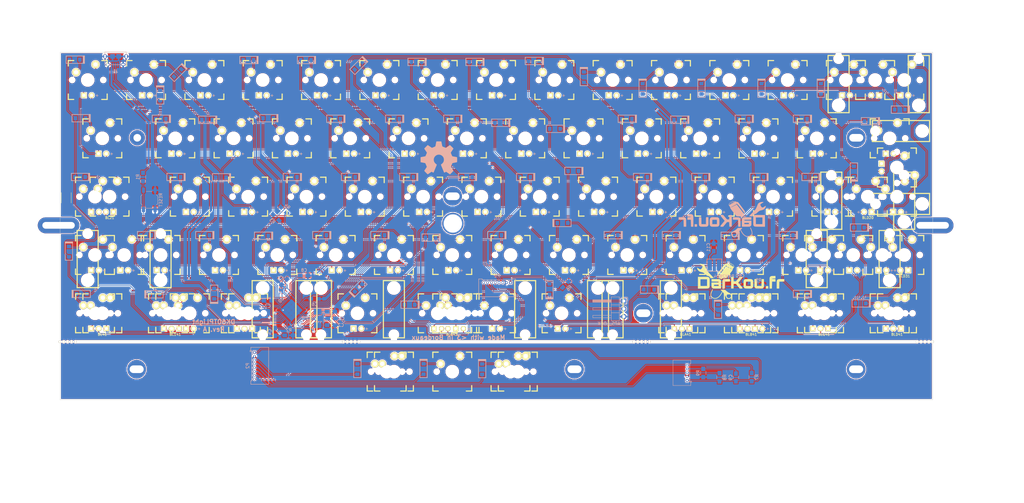
<source format=kicad_pcb>
(kicad_pcb (version 4) (host pcbnew 4.0.5+dfsg1-4)

  (general
    (links 528)
    (no_connects 2)
    (area 44.081251 23.35625 382.58125 192.356251)
    (thickness 1.6)
    (drawings 65)
    (tracks 2092)
    (zones 0)
    (modules 315)
    (nets 117)
  )

  (page A3)
  (title_block
    (title DK60TP)
    (date 2017-10-07)
    (rev B)
    (company DarKou)
  )

  (layers
    (0 F.Cu signal)
    (31 B.Cu signal)
    (32 B.Adhes user)
    (33 F.Adhes user)
    (34 B.Paste user)
    (35 F.Paste user)
    (36 B.SilkS user)
    (37 F.SilkS user)
    (38 B.Mask user)
    (39 F.Mask user)
    (40 Dwgs.User user hide)
    (41 Cmts.User user)
    (42 Eco1.User user)
    (43 Eco2.User user hide)
    (44 Edge.Cuts user)
    (45 Margin user)
    (46 B.CrtYd user)
    (47 F.CrtYd user)
    (48 B.Fab user)
    (49 F.Fab user)
  )

  (setup
    (last_trace_width 0.25)
    (user_trace_width 0.25)
    (user_trace_width 0.5)
    (user_trace_width 0.75)
    (trace_clearance 0.2)
    (zone_clearance 0.254)
    (zone_45_only no)
    (trace_min 0.2)
    (segment_width 0.2)
    (edge_width 0.1)
    (via_size 0.6)
    (via_drill 0.4)
    (via_min_size 0.4)
    (via_min_drill 0.3)
    (uvia_size 0.3)
    (uvia_drill 0.1)
    (uvias_allowed no)
    (uvia_min_size 0.2)
    (uvia_min_drill 0.1)
    (pcb_text_width 0.3)
    (pcb_text_size 1.5 1.5)
    (mod_edge_width 0.15)
    (mod_text_size 1 1)
    (mod_text_width 0.15)
    (pad_size 7 7)
    (pad_drill 6)
    (pad_to_mask_clearance 0)
    (aux_axis_origin 0 0)
    (grid_origin 63.925 39.94125)
    (visible_elements 7FFCDFFF)
    (pcbplotparams
      (layerselection 0x010fc_80000001)
      (usegerberextensions true)
      (excludeedgelayer true)
      (linewidth 0.100000)
      (plotframeref false)
      (viasonmask false)
      (mode 1)
      (useauxorigin false)
      (hpglpennumber 1)
      (hpglpenspeed 20)
      (hpglpendiameter 15)
      (hpglpenoverlay 2)
      (psnegative false)
      (psa4output false)
      (plotreference true)
      (plotvalue true)
      (plotinvisibletext false)
      (padsonsilk false)
      (subtractmaskfromsilk false)
      (outputformat 1)
      (mirror false)
      (drillshape 0)
      (scaleselection 1)
      (outputdirectory Gerber/))
  )

  (net 0 "")
  (net 1 LED_CATH)
  (net 2 LED_AN)
  (net 3 XTAL1)
  (net 4 GND)
  (net 5 XTAL2)
  (net 6 VCC)
  (net 7 "Net-(C8-Pad1)")
  (net 8 "Net-(C9-Pad1)")
  (net 9 Col0)
  (net 10 "Net-(DK0-Pad1)")
  (net 11 "Net-(DK1-Pad1)")
  (net 12 "Net-(DK2-Pad1)")
  (net 13 "Net-(DK3-Pad1)")
  (net 14 "Net-(DK4-Pad1)")
  (net 15 Col6)
  (net 16 "Net-(DK6-Pad1)")
  (net 17 Col1)
  (net 18 "Net-(DK10-Pad1)")
  (net 19 "Net-(DK11-Pad1)")
  (net 20 "Net-(DK12-Pad1)")
  (net 21 "Net-(DK13-Pad1)")
  (net 22 "Net-(DK14-Pad1)")
  (net 23 Col2)
  (net 24 "Net-(DK20-Pad1)")
  (net 25 "Net-(DK21-Pad1)")
  (net 26 "Net-(DK22-Pad1)")
  (net 27 "Net-(DK23-Pad1)")
  (net 28 "Net-(DK24-Pad1)")
  (net 29 Col3)
  (net 30 "Net-(DK30-Pad1)")
  (net 31 "Net-(DK31-Pad1)")
  (net 32 "Net-(DK32-Pad1)")
  (net 33 "Net-(DK33-Pad1)")
  (net 34 /TRACKPOINT/Col3)
  (net 35 "Net-(DK34-Pad1)")
  (net 36 Col4)
  (net 37 "Net-(DK40-Pad1)")
  (net 38 "Net-(DK41-Pad1)")
  (net 39 "Net-(DK42-Pad1)")
  (net 40 "Net-(DK43-Pad1)")
  (net 41 /TRACKPOINT/Col4)
  (net 42 "Net-(DK44-Pad1)")
  (net 43 Col5)
  (net 44 "Net-(DK50-Pad1)")
  (net 45 "Net-(DK51-Pad1)")
  (net 46 "Net-(DK52-Pad1)")
  (net 47 "Net-(DK53-Pad1)")
  (net 48 "Net-(DK54-Pad1)")
  (net 49 "Net-(DK61-Pad1)")
  (net 50 "Net-(DK62-Pad1)")
  (net 51 "Net-(DK63-Pad1)")
  (net 52 "Net-(DK64-Pad1)")
  (net 53 Col7)
  (net 54 "Net-(DK70-Pad1)")
  (net 55 "Net-(DK71-Pad1)")
  (net 56 "Net-(DK72-Pad1)")
  (net 57 "Net-(DK73-Pad1)")
  (net 58 Col8)
  (net 59 "Net-(DK80-Pad1)")
  (net 60 "Net-(DK81-Pad1)")
  (net 61 "Net-(DK82-Pad1)")
  (net 62 "Net-(DK83-Pad1)")
  (net 63 Col9)
  (net 64 "Net-(DK90-Pad1)")
  (net 65 "Net-(DK91-Pad1)")
  (net 66 "Net-(DK92-Pad1)")
  (net 67 "Net-(DK93-Pad1)")
  (net 68 "Net-(DK94-Pad1)")
  (net 69 ColA)
  (net 70 "Net-(DKA0-Pad1)")
  (net 71 "Net-(DKA1-Pad1)")
  (net 72 "Net-(DKA2-Pad1)")
  (net 73 "Net-(DKA3-Pad1)")
  (net 74 "Net-(DKA4-Pad1)")
  (net 75 ColB)
  (net 76 "Net-(DKB0-Pad1)")
  (net 77 "Net-(DKB1-Pad1)")
  (net 78 "Net-(DKB2-Pad1)")
  (net 79 "Net-(DKB3-Pad1)")
  (net 80 "Net-(DKB4-Pad1)")
  (net 81 ColC)
  (net 82 "Net-(DKC1-Pad1)")
  (net 83 "Net-(DKC2-Pad1)")
  (net 84 "Net-(DKC3-Pad1)")
  (net 85 "Net-(DKC4-Pad1)")
  (net 86 ColD)
  (net 87 "Net-(DKD0-Pad1)")
  (net 88 "Net-(DKD1-Pad1)")
  (net 89 "Net-(DKD2-Pad1)")
  (net 90 "Net-(DKD3-Pad1)")
  (net 91 "Net-(DKD4-Pad1)")
  (net 92 "Net-(J1-Pad2)")
  (net 93 "Net-(J1-Pad3)")
  (net 94 Row0)
  (net 95 Row4)
  (net 96 Row1)
  (net 97 Row2)
  (net 98 Row3)
  (net 99 /TRACKPOINT/Row4)
  (net 100 "Net-(KC0-Pad1)")
  (net 101 "Net-(L1-Pad1)")
  (net 102 "Net-(J3-Pad2)")
  (net 103 D5)
  (net 104 D2)
  (net 105 /TRACKPOINT/D5)
  (net 106 /TRACKPOINT/D2)
  (net 107 RESET)
  (net 108 "Net-(R2-Pad2)")
  (net 109 "Net-(R3-Pad1)")
  (net 110 CAPS_LED)
  (net 111 "Net-(J3-Pad1)")
  (net 112 BACKLIT)
  (net 113 "Net-(R4-Pad1)")
  (net 114 "Net-(DK74-Pad1)")
  (net 115 /TRACKPOINT/Col8)
  (net 116 "Net-(DK84-Pad1)")

  (net_class Default "This is the default net class."
    (clearance 0.2)
    (trace_width 0.25)
    (via_dia 0.6)
    (via_drill 0.4)
    (uvia_dia 0.3)
    (uvia_drill 0.1)
    (add_net /TRACKPOINT/Col3)
    (add_net /TRACKPOINT/Col4)
    (add_net /TRACKPOINT/Col8)
    (add_net /TRACKPOINT/D2)
    (add_net /TRACKPOINT/D5)
    (add_net /TRACKPOINT/Row4)
    (add_net BACKLIT)
    (add_net CAPS_LED)
    (add_net Col0)
    (add_net Col1)
    (add_net Col2)
    (add_net Col3)
    (add_net Col4)
    (add_net Col5)
    (add_net Col6)
    (add_net Col7)
    (add_net Col8)
    (add_net Col9)
    (add_net ColA)
    (add_net ColB)
    (add_net ColC)
    (add_net ColD)
    (add_net D2)
    (add_net D5)
    (add_net GND)
    (add_net LED_AN)
    (add_net LED_CATH)
    (add_net "Net-(C8-Pad1)")
    (add_net "Net-(C9-Pad1)")
    (add_net "Net-(DK0-Pad1)")
    (add_net "Net-(DK1-Pad1)")
    (add_net "Net-(DK10-Pad1)")
    (add_net "Net-(DK11-Pad1)")
    (add_net "Net-(DK12-Pad1)")
    (add_net "Net-(DK13-Pad1)")
    (add_net "Net-(DK14-Pad1)")
    (add_net "Net-(DK2-Pad1)")
    (add_net "Net-(DK20-Pad1)")
    (add_net "Net-(DK21-Pad1)")
    (add_net "Net-(DK22-Pad1)")
    (add_net "Net-(DK23-Pad1)")
    (add_net "Net-(DK24-Pad1)")
    (add_net "Net-(DK3-Pad1)")
    (add_net "Net-(DK30-Pad1)")
    (add_net "Net-(DK31-Pad1)")
    (add_net "Net-(DK32-Pad1)")
    (add_net "Net-(DK33-Pad1)")
    (add_net "Net-(DK34-Pad1)")
    (add_net "Net-(DK4-Pad1)")
    (add_net "Net-(DK40-Pad1)")
    (add_net "Net-(DK41-Pad1)")
    (add_net "Net-(DK42-Pad1)")
    (add_net "Net-(DK43-Pad1)")
    (add_net "Net-(DK44-Pad1)")
    (add_net "Net-(DK50-Pad1)")
    (add_net "Net-(DK51-Pad1)")
    (add_net "Net-(DK52-Pad1)")
    (add_net "Net-(DK53-Pad1)")
    (add_net "Net-(DK54-Pad1)")
    (add_net "Net-(DK6-Pad1)")
    (add_net "Net-(DK61-Pad1)")
    (add_net "Net-(DK62-Pad1)")
    (add_net "Net-(DK63-Pad1)")
    (add_net "Net-(DK64-Pad1)")
    (add_net "Net-(DK70-Pad1)")
    (add_net "Net-(DK71-Pad1)")
    (add_net "Net-(DK72-Pad1)")
    (add_net "Net-(DK73-Pad1)")
    (add_net "Net-(DK74-Pad1)")
    (add_net "Net-(DK80-Pad1)")
    (add_net "Net-(DK81-Pad1)")
    (add_net "Net-(DK82-Pad1)")
    (add_net "Net-(DK83-Pad1)")
    (add_net "Net-(DK84-Pad1)")
    (add_net "Net-(DK90-Pad1)")
    (add_net "Net-(DK91-Pad1)")
    (add_net "Net-(DK92-Pad1)")
    (add_net "Net-(DK93-Pad1)")
    (add_net "Net-(DK94-Pad1)")
    (add_net "Net-(DKA0-Pad1)")
    (add_net "Net-(DKA1-Pad1)")
    (add_net "Net-(DKA2-Pad1)")
    (add_net "Net-(DKA3-Pad1)")
    (add_net "Net-(DKA4-Pad1)")
    (add_net "Net-(DKB0-Pad1)")
    (add_net "Net-(DKB1-Pad1)")
    (add_net "Net-(DKB2-Pad1)")
    (add_net "Net-(DKB3-Pad1)")
    (add_net "Net-(DKB4-Pad1)")
    (add_net "Net-(DKC1-Pad1)")
    (add_net "Net-(DKC2-Pad1)")
    (add_net "Net-(DKC3-Pad1)")
    (add_net "Net-(DKC4-Pad1)")
    (add_net "Net-(DKD0-Pad1)")
    (add_net "Net-(DKD1-Pad1)")
    (add_net "Net-(DKD2-Pad1)")
    (add_net "Net-(DKD3-Pad1)")
    (add_net "Net-(DKD4-Pad1)")
    (add_net "Net-(J1-Pad2)")
    (add_net "Net-(J1-Pad3)")
    (add_net "Net-(J3-Pad1)")
    (add_net "Net-(J3-Pad2)")
    (add_net "Net-(KC0-Pad1)")
    (add_net "Net-(L1-Pad1)")
    (add_net "Net-(R2-Pad2)")
    (add_net "Net-(R3-Pad1)")
    (add_net "Net-(R4-Pad1)")
    (add_net RESET)
    (add_net Row0)
    (add_net Row1)
    (add_net Row2)
    (add_net Row3)
    (add_net Row4)
    (add_net VCC)
    (add_net XTAL1)
    (add_net XTAL2)
  )

  (module Footprint:Mx_100 (layer F.Cu) (tedit 59E0A4F3) (tstamp 59DFC20B)
    (at 192.00125 125.18125)
    (descr MXALPS)
    (tags MXALPS)
    (path /5935238D/59DE985B)
    (fp_text reference K643 (at 0 5) (layer B.SilkS) hide
      (effects (font (size 1 1) (thickness 0.2)) (justify mirror))
    )
    (fp_text value K46 (at 0 8) (layer B.SilkS) hide
      (effects (font (thickness 0.3048)) (justify mirror))
    )
    (fp_line (start -6.35 -6.35) (end 6.35 -6.35) (layer Cmts.User) (width 0.1524))
    (fp_line (start 6.35 -6.35) (end 6.35 6.35) (layer Cmts.User) (width 0.1524))
    (fp_line (start 6.35 6.35) (end -6.35 6.35) (layer Cmts.User) (width 0.1524))
    (fp_line (start -6.35 6.35) (end -6.35 -6.35) (layer Cmts.User) (width 0.1524))
    (fp_line (start -9.398 -9.398) (end 9.398 -9.398) (layer Dwgs.User) (width 0.1524))
    (fp_line (start 9.398 -9.398) (end 9.398 9.398) (layer Dwgs.User) (width 0.1524))
    (fp_line (start 9.398 9.398) (end -9.398 9.398) (layer Dwgs.User) (width 0.1524))
    (fp_line (start -9.398 9.398) (end -9.398 -9.398) (layer Dwgs.User) (width 0.1524))
    (fp_line (start -6.35 -6.35) (end -4.572 -6.35) (layer F.SilkS) (width 0.381))
    (fp_line (start 4.572 -6.35) (end 6.35 -6.35) (layer F.SilkS) (width 0.381))
    (fp_line (start 6.35 -6.35) (end 6.35 -4.572) (layer F.SilkS) (width 0.381))
    (fp_line (start 6.35 4.572) (end 6.35 6.35) (layer F.SilkS) (width 0.381))
    (fp_line (start 6.35 6.35) (end 4.572 6.35) (layer F.SilkS) (width 0.381))
    (fp_line (start -4.572 6.35) (end -6.35 6.35) (layer F.SilkS) (width 0.381))
    (fp_line (start -6.35 6.35) (end -6.35 4.572) (layer F.SilkS) (width 0.381))
    (fp_line (start -6.35 -4.572) (end -6.35 -6.35) (layer F.SilkS) (width 0.381))
    (fp_line (start -6.985 -6.985) (end 6.985 -6.985) (layer Eco2.User) (width 0.1524))
    (fp_line (start 6.985 -6.985) (end 6.985 6.985) (layer Eco2.User) (width 0.1524))
    (fp_line (start 6.985 6.985) (end -6.985 6.985) (layer Eco2.User) (width 0.1524))
    (fp_line (start -6.985 6.985) (end -6.985 -6.985) (layer Eco2.User) (width 0.1524))
    (fp_line (start -7.75 6.4) (end -7.75 -6.4) (layer Dwgs.User) (width 0.3))
    (fp_line (start -7.75 6.4) (end 7.75 6.4) (layer Dwgs.User) (width 0.3))
    (fp_line (start 7.75 6.4) (end 7.75 -6.4) (layer Dwgs.User) (width 0.3))
    (fp_line (start 7.75 -6.4) (end -7.75 -6.4) (layer Dwgs.User) (width 0.3))
    (fp_line (start -7.62 -7.62) (end 7.62 -7.62) (layer Dwgs.User) (width 0.3))
    (fp_line (start 7.62 -7.62) (end 7.62 7.62) (layer Dwgs.User) (width 0.3))
    (fp_line (start 7.62 7.62) (end -7.62 7.62) (layer Dwgs.User) (width 0.3))
    (fp_line (start -7.62 7.62) (end -7.62 -7.62) (layer Dwgs.User) (width 0.3))
    (pad HOLE np_thru_hole circle (at 0 0) (size 3.9878 3.9878) (drill 3.9878) (layers *.Cu))
    (pad HOLE np_thru_hole circle (at -5.08 0) (size 1.7018 1.7018) (drill 1.7018) (layers *.Cu))
    (pad HOLE np_thru_hole circle (at 5.08 0) (size 1.7018 1.7018) (drill 1.7018) (layers *.Cu))
    (pad 1 thru_hole circle (at -3.81 -2.54 330.95) (size 2.5 2.5) (drill 1.5) (layers *.Cu *.Mask F.SilkS)
      (net 95 Row4))
    (pad 2 thru_hole circle (at 2.54 -5.08 356.1) (size 2.5 2.5) (drill 1.5) (layers *.Cu *.Mask F.SilkS)
      (net 52 "Net-(DK64-Pad1)"))
    (model /home/dbroqua/Projects/dbroqua/kicad_parts/Footprint/3D/Mx_Alps_100.wrl
      (at (xyz 0 0 -0.02))
      (scale (xyz 0.4 0.4 0.4))
      (rotate (xyz 0 180 0))
    )
  )

  (module Footprint:Mx_100 (layer F.Cu) (tedit 59DFE8E5) (tstamp 59DFC255)
    (at 211.0425 144.23125)
    (descr MXALPS)
    (tags MXALPS)
    (path /5934BBCF/593C141B)
    (fp_text reference K840 (at 0 5) (layer B.SilkS) hide
      (effects (font (size 1 1) (thickness 0.2)) (justify mirror))
    )
    (fp_text value RMB (at 0 8) (layer B.SilkS) hide
      (effects (font (thickness 0.3048)) (justify mirror))
    )
    (fp_line (start -6.35 -6.35) (end 6.35 -6.35) (layer Cmts.User) (width 0.1524))
    (fp_line (start 6.35 -6.35) (end 6.35 6.35) (layer Cmts.User) (width 0.1524))
    (fp_line (start 6.35 6.35) (end -6.35 6.35) (layer Cmts.User) (width 0.1524))
    (fp_line (start -6.35 6.35) (end -6.35 -6.35) (layer Cmts.User) (width 0.1524))
    (fp_line (start -9.398 -9.398) (end 9.398 -9.398) (layer Dwgs.User) (width 0.1524))
    (fp_line (start 9.398 -9.398) (end 9.398 9.398) (layer Dwgs.User) (width 0.1524))
    (fp_line (start 9.398 9.398) (end -9.398 9.398) (layer Dwgs.User) (width 0.1524))
    (fp_line (start -9.398 9.398) (end -9.398 -9.398) (layer Dwgs.User) (width 0.1524))
    (fp_line (start -6.35 -6.35) (end -4.572 -6.35) (layer F.SilkS) (width 0.381))
    (fp_line (start 4.572 -6.35) (end 6.35 -6.35) (layer F.SilkS) (width 0.381))
    (fp_line (start 6.35 -6.35) (end 6.35 -4.572) (layer F.SilkS) (width 0.381))
    (fp_line (start 6.35 4.572) (end 6.35 6.35) (layer F.SilkS) (width 0.381))
    (fp_line (start 6.35 6.35) (end 4.572 6.35) (layer F.SilkS) (width 0.381))
    (fp_line (start -4.572 6.35) (end -6.35 6.35) (layer F.SilkS) (width 0.381))
    (fp_line (start -6.35 6.35) (end -6.35 4.572) (layer F.SilkS) (width 0.381))
    (fp_line (start -6.35 -4.572) (end -6.35 -6.35) (layer F.SilkS) (width 0.381))
    (fp_line (start -6.985 -6.985) (end 6.985 -6.985) (layer Eco2.User) (width 0.1524))
    (fp_line (start 6.985 -6.985) (end 6.985 6.985) (layer Eco2.User) (width 0.1524))
    (fp_line (start 6.985 6.985) (end -6.985 6.985) (layer Eco2.User) (width 0.1524))
    (fp_line (start -6.985 6.985) (end -6.985 -6.985) (layer Eco2.User) (width 0.1524))
    (fp_line (start -7.75 6.4) (end -7.75 -6.4) (layer Dwgs.User) (width 0.3))
    (fp_line (start -7.75 6.4) (end 7.75 6.4) (layer Dwgs.User) (width 0.3))
    (fp_line (start 7.75 6.4) (end 7.75 -6.4) (layer Dwgs.User) (width 0.3))
    (fp_line (start 7.75 -6.4) (end -7.75 -6.4) (layer Dwgs.User) (width 0.3))
    (fp_line (start -7.62 -7.62) (end 7.62 -7.62) (layer Dwgs.User) (width 0.3))
    (fp_line (start 7.62 -7.62) (end 7.62 7.62) (layer Dwgs.User) (width 0.3))
    (fp_line (start 7.62 7.62) (end -7.62 7.62) (layer Dwgs.User) (width 0.3))
    (fp_line (start -7.62 7.62) (end -7.62 -7.62) (layer Dwgs.User) (width 0.3))
    (pad HOLE np_thru_hole circle (at 0 0) (size 3.9878 3.9878) (drill 3.9878) (layers *.Cu))
    (pad HOLE np_thru_hole circle (at -5.08 0) (size 1.7018 1.7018) (drill 1.7018) (layers *.Cu))
    (pad HOLE np_thru_hole circle (at 5.08 0) (size 1.7018 1.7018) (drill 1.7018) (layers *.Cu))
    (pad 1 thru_hole circle (at -3.81 -2.54 330.95) (size 2.5 2.5) (drill 1.5) (layers *.Cu *.Mask F.SilkS)
      (net 116 "Net-(DK84-Pad1)"))
    (pad 2 thru_hole circle (at 2.54 -5.08 356.1) (size 2.5 2.5) (drill 1.5) (layers *.Cu *.Mask F.SilkS)
      (net 99 /TRACKPOINT/Row4))
  )

  (module Footprint:Mx_100 (layer F.Cu) (tedit 5933BE79) (tstamp 59D8D400)
    (at 339.65625 106.13125)
    (descr MXALPS)
    (tags MXALPS)
    (path /5935238D/5935727F)
    (fp_text reference KD30 (at 0 5) (layer B.SilkS) hide
      (effects (font (size 1 1) (thickness 0.2)) (justify mirror))
    )
    (fp_text value K3D (at 0 8) (layer B.SilkS) hide
      (effects (font (thickness 0.3048)) (justify mirror))
    )
    (fp_line (start -6.35 -6.35) (end 6.35 -6.35) (layer Cmts.User) (width 0.1524))
    (fp_line (start 6.35 -6.35) (end 6.35 6.35) (layer Cmts.User) (width 0.1524))
    (fp_line (start 6.35 6.35) (end -6.35 6.35) (layer Cmts.User) (width 0.1524))
    (fp_line (start -6.35 6.35) (end -6.35 -6.35) (layer Cmts.User) (width 0.1524))
    (fp_line (start -9.398 -9.398) (end 9.398 -9.398) (layer Dwgs.User) (width 0.1524))
    (fp_line (start 9.398 -9.398) (end 9.398 9.398) (layer Dwgs.User) (width 0.1524))
    (fp_line (start 9.398 9.398) (end -9.398 9.398) (layer Dwgs.User) (width 0.1524))
    (fp_line (start -9.398 9.398) (end -9.398 -9.398) (layer Dwgs.User) (width 0.1524))
    (fp_line (start -6.35 -6.35) (end -4.572 -6.35) (layer F.SilkS) (width 0.381))
    (fp_line (start 4.572 -6.35) (end 6.35 -6.35) (layer F.SilkS) (width 0.381))
    (fp_line (start 6.35 -6.35) (end 6.35 -4.572) (layer F.SilkS) (width 0.381))
    (fp_line (start 6.35 4.572) (end 6.35 6.35) (layer F.SilkS) (width 0.381))
    (fp_line (start 6.35 6.35) (end 4.572 6.35) (layer F.SilkS) (width 0.381))
    (fp_line (start -4.572 6.35) (end -6.35 6.35) (layer F.SilkS) (width 0.381))
    (fp_line (start -6.35 6.35) (end -6.35 4.572) (layer F.SilkS) (width 0.381))
    (fp_line (start -6.35 -4.572) (end -6.35 -6.35) (layer F.SilkS) (width 0.381))
    (fp_line (start -6.985 -6.985) (end 6.985 -6.985) (layer Eco2.User) (width 0.1524))
    (fp_line (start 6.985 -6.985) (end 6.985 6.985) (layer Eco2.User) (width 0.1524))
    (fp_line (start 6.985 6.985) (end -6.985 6.985) (layer Eco2.User) (width 0.1524))
    (fp_line (start -6.985 6.985) (end -6.985 -6.985) (layer Eco2.User) (width 0.1524))
    (fp_line (start -7.75 6.4) (end -7.75 -6.4) (layer Dwgs.User) (width 0.3))
    (fp_line (start -7.75 6.4) (end 7.75 6.4) (layer Dwgs.User) (width 0.3))
    (fp_line (start 7.75 6.4) (end 7.75 -6.4) (layer Dwgs.User) (width 0.3))
    (fp_line (start 7.75 -6.4) (end -7.75 -6.4) (layer Dwgs.User) (width 0.3))
    (fp_line (start -7.62 -7.62) (end 7.62 -7.62) (layer Dwgs.User) (width 0.3))
    (fp_line (start 7.62 -7.62) (end 7.62 7.62) (layer Dwgs.User) (width 0.3))
    (fp_line (start 7.62 7.62) (end -7.62 7.62) (layer Dwgs.User) (width 0.3))
    (fp_line (start -7.62 7.62) (end -7.62 -7.62) (layer Dwgs.User) (width 0.3))
    (pad HOLE np_thru_hole circle (at 0 0) (size 3.9878 3.9878) (drill 3.9878) (layers *.Cu))
    (pad HOLE np_thru_hole circle (at -5.08 0) (size 1.7018 1.7018) (drill 1.7018) (layers *.Cu))
    (pad HOLE np_thru_hole circle (at 5.08 0) (size 1.7018 1.7018) (drill 1.7018) (layers *.Cu))
    (pad 1 thru_hole circle (at -3.81 -2.54 330.95) (size 2.5 2.5) (drill 1.5) (layers *.Cu *.Mask F.SilkS)
      (net 98 Row3))
    (pad 2 thru_hole circle (at 2.54 -5.08 356.1) (size 2.5 2.5) (drill 1.5) (layers *.Cu *.Mask F.SilkS)
      (net 90 "Net-(DKD3-Pad1)"))
    (model /home/dbroqua/Projects/dbroqua/kicad_parts/Footprint/3D/Mx_Alps_100.wrl
      (at (xyz 0 0 -0.02))
      (scale (xyz 0.4 0.4 0.4))
      (rotate (xyz 0 180 0))
    )
  )

  (module Footprint:Mx_100 (layer F.Cu) (tedit 5933BE79) (tstamp 59D8D3CA)
    (at 320.58 48.98125)
    (descr MXALPS)
    (tags MXALPS)
    (path /5935238D/59307625)
    (fp_text reference KD0 (at 0 5) (layer B.SilkS) hide
      (effects (font (size 1 1) (thickness 0.2)) (justify mirror))
    )
    (fp_text value K0D (at 0 8) (layer B.SilkS) hide
      (effects (font (thickness 0.3048)) (justify mirror))
    )
    (fp_line (start -6.35 -6.35) (end 6.35 -6.35) (layer Cmts.User) (width 0.1524))
    (fp_line (start 6.35 -6.35) (end 6.35 6.35) (layer Cmts.User) (width 0.1524))
    (fp_line (start 6.35 6.35) (end -6.35 6.35) (layer Cmts.User) (width 0.1524))
    (fp_line (start -6.35 6.35) (end -6.35 -6.35) (layer Cmts.User) (width 0.1524))
    (fp_line (start -9.398 -9.398) (end 9.398 -9.398) (layer Dwgs.User) (width 0.1524))
    (fp_line (start 9.398 -9.398) (end 9.398 9.398) (layer Dwgs.User) (width 0.1524))
    (fp_line (start 9.398 9.398) (end -9.398 9.398) (layer Dwgs.User) (width 0.1524))
    (fp_line (start -9.398 9.398) (end -9.398 -9.398) (layer Dwgs.User) (width 0.1524))
    (fp_line (start -6.35 -6.35) (end -4.572 -6.35) (layer F.SilkS) (width 0.381))
    (fp_line (start 4.572 -6.35) (end 6.35 -6.35) (layer F.SilkS) (width 0.381))
    (fp_line (start 6.35 -6.35) (end 6.35 -4.572) (layer F.SilkS) (width 0.381))
    (fp_line (start 6.35 4.572) (end 6.35 6.35) (layer F.SilkS) (width 0.381))
    (fp_line (start 6.35 6.35) (end 4.572 6.35) (layer F.SilkS) (width 0.381))
    (fp_line (start -4.572 6.35) (end -6.35 6.35) (layer F.SilkS) (width 0.381))
    (fp_line (start -6.35 6.35) (end -6.35 4.572) (layer F.SilkS) (width 0.381))
    (fp_line (start -6.35 -4.572) (end -6.35 -6.35) (layer F.SilkS) (width 0.381))
    (fp_line (start -6.985 -6.985) (end 6.985 -6.985) (layer Eco2.User) (width 0.1524))
    (fp_line (start 6.985 -6.985) (end 6.985 6.985) (layer Eco2.User) (width 0.1524))
    (fp_line (start 6.985 6.985) (end -6.985 6.985) (layer Eco2.User) (width 0.1524))
    (fp_line (start -6.985 6.985) (end -6.985 -6.985) (layer Eco2.User) (width 0.1524))
    (fp_line (start -7.75 6.4) (end -7.75 -6.4) (layer Dwgs.User) (width 0.3))
    (fp_line (start -7.75 6.4) (end 7.75 6.4) (layer Dwgs.User) (width 0.3))
    (fp_line (start 7.75 6.4) (end 7.75 -6.4) (layer Dwgs.User) (width 0.3))
    (fp_line (start 7.75 -6.4) (end -7.75 -6.4) (layer Dwgs.User) (width 0.3))
    (fp_line (start -7.62 -7.62) (end 7.62 -7.62) (layer Dwgs.User) (width 0.3))
    (fp_line (start 7.62 -7.62) (end 7.62 7.62) (layer Dwgs.User) (width 0.3))
    (fp_line (start 7.62 7.62) (end -7.62 7.62) (layer Dwgs.User) (width 0.3))
    (fp_line (start -7.62 7.62) (end -7.62 -7.62) (layer Dwgs.User) (width 0.3))
    (pad HOLE np_thru_hole circle (at 0 0) (size 3.9878 3.9878) (drill 3.9878) (layers *.Cu))
    (pad HOLE np_thru_hole circle (at -5.08 0) (size 1.7018 1.7018) (drill 1.7018) (layers *.Cu))
    (pad HOLE np_thru_hole circle (at 5.08 0) (size 1.7018 1.7018) (drill 1.7018) (layers *.Cu))
    (pad 1 thru_hole circle (at -3.81 -2.54 330.95) (size 2.5 2.5) (drill 1.5) (layers *.Cu *.Mask F.SilkS)
      (net 87 "Net-(DKD0-Pad1)"))
    (pad 2 thru_hole circle (at 2.54 -5.08 356.1) (size 2.5 2.5) (drill 1.5) (layers *.Cu *.Mask F.SilkS)
      (net 94 Row0))
    (model /home/dbroqua/Projects/dbroqua/kicad_parts/Footprint/3D/Mx_Alps_100.wrl
      (at (xyz 0 0 -0.02))
      (scale (xyz 0.4 0.4 0.4))
      (rotate (xyz 0 180 0))
    )
  )

  (module Footprint:Mx_100 (layer F.Cu) (tedit 5933BE79) (tstamp 59D8D3C1)
    (at 311.08125 125.18125)
    (descr MXALPS)
    (tags MXALPS)
    (path /5935238D/5939FBC5)
    (fp_text reference KC40 (at 0 5) (layer B.SilkS) hide
      (effects (font (size 1 1) (thickness 0.2)) (justify mirror))
    )
    (fp_text value K4C (at 0 8) (layer B.SilkS) hide
      (effects (font (thickness 0.3048)) (justify mirror))
    )
    (fp_line (start -6.35 -6.35) (end 6.35 -6.35) (layer Cmts.User) (width 0.1524))
    (fp_line (start 6.35 -6.35) (end 6.35 6.35) (layer Cmts.User) (width 0.1524))
    (fp_line (start 6.35 6.35) (end -6.35 6.35) (layer Cmts.User) (width 0.1524))
    (fp_line (start -6.35 6.35) (end -6.35 -6.35) (layer Cmts.User) (width 0.1524))
    (fp_line (start -9.398 -9.398) (end 9.398 -9.398) (layer Dwgs.User) (width 0.1524))
    (fp_line (start 9.398 -9.398) (end 9.398 9.398) (layer Dwgs.User) (width 0.1524))
    (fp_line (start 9.398 9.398) (end -9.398 9.398) (layer Dwgs.User) (width 0.1524))
    (fp_line (start -9.398 9.398) (end -9.398 -9.398) (layer Dwgs.User) (width 0.1524))
    (fp_line (start -6.35 -6.35) (end -4.572 -6.35) (layer F.SilkS) (width 0.381))
    (fp_line (start 4.572 -6.35) (end 6.35 -6.35) (layer F.SilkS) (width 0.381))
    (fp_line (start 6.35 -6.35) (end 6.35 -4.572) (layer F.SilkS) (width 0.381))
    (fp_line (start 6.35 4.572) (end 6.35 6.35) (layer F.SilkS) (width 0.381))
    (fp_line (start 6.35 6.35) (end 4.572 6.35) (layer F.SilkS) (width 0.381))
    (fp_line (start -4.572 6.35) (end -6.35 6.35) (layer F.SilkS) (width 0.381))
    (fp_line (start -6.35 6.35) (end -6.35 4.572) (layer F.SilkS) (width 0.381))
    (fp_line (start -6.35 -4.572) (end -6.35 -6.35) (layer F.SilkS) (width 0.381))
    (fp_line (start -6.985 -6.985) (end 6.985 -6.985) (layer Eco2.User) (width 0.1524))
    (fp_line (start 6.985 -6.985) (end 6.985 6.985) (layer Eco2.User) (width 0.1524))
    (fp_line (start 6.985 6.985) (end -6.985 6.985) (layer Eco2.User) (width 0.1524))
    (fp_line (start -6.985 6.985) (end -6.985 -6.985) (layer Eco2.User) (width 0.1524))
    (fp_line (start -7.75 6.4) (end -7.75 -6.4) (layer Dwgs.User) (width 0.3))
    (fp_line (start -7.75 6.4) (end 7.75 6.4) (layer Dwgs.User) (width 0.3))
    (fp_line (start 7.75 6.4) (end 7.75 -6.4) (layer Dwgs.User) (width 0.3))
    (fp_line (start 7.75 -6.4) (end -7.75 -6.4) (layer Dwgs.User) (width 0.3))
    (fp_line (start -7.62 -7.62) (end 7.62 -7.62) (layer Dwgs.User) (width 0.3))
    (fp_line (start 7.62 -7.62) (end 7.62 7.62) (layer Dwgs.User) (width 0.3))
    (fp_line (start 7.62 7.62) (end -7.62 7.62) (layer Dwgs.User) (width 0.3))
    (fp_line (start -7.62 7.62) (end -7.62 -7.62) (layer Dwgs.User) (width 0.3))
    (pad HOLE np_thru_hole circle (at 0 0) (size 3.9878 3.9878) (drill 3.9878) (layers *.Cu))
    (pad HOLE np_thru_hole circle (at -5.08 0) (size 1.7018 1.7018) (drill 1.7018) (layers *.Cu))
    (pad HOLE np_thru_hole circle (at 5.08 0) (size 1.7018 1.7018) (drill 1.7018) (layers *.Cu))
    (pad 1 thru_hole circle (at -3.81 -2.54 330.95) (size 2.5 2.5) (drill 1.5) (layers *.Cu *.Mask F.SilkS)
      (net 85 "Net-(DKC4-Pad1)"))
    (pad 2 thru_hole circle (at 2.54 -5.08 356.1) (size 2.5 2.5) (drill 1.5) (layers *.Cu *.Mask F.SilkS)
      (net 95 Row4))
    (model /home/dbroqua/Projects/dbroqua/kicad_parts/Footprint/3D/Mx_Alps_100.wrl
      (at (xyz 0 0 -0.02))
      (scale (xyz 0.4 0.4 0.4))
      (rotate (xyz 0 180 0))
    )
  )

  (module Footprint:Mx_100 (layer F.Cu) (tedit 5933BE79) (tstamp 59D8D3AF)
    (at 306.31875 106.13125)
    (descr MXALPS)
    (tags MXALPS)
    (path /5935238D/5934D411)
    (fp_text reference KC31 (at 0 5) (layer B.SilkS) hide
      (effects (font (size 1 1) (thickness 0.2)) (justify mirror))
    )
    (fp_text value K3C (at 0 8) (layer B.SilkS) hide
      (effects (font (thickness 0.3048)) (justify mirror))
    )
    (fp_line (start -6.35 -6.35) (end 6.35 -6.35) (layer Cmts.User) (width 0.1524))
    (fp_line (start 6.35 -6.35) (end 6.35 6.35) (layer Cmts.User) (width 0.1524))
    (fp_line (start 6.35 6.35) (end -6.35 6.35) (layer Cmts.User) (width 0.1524))
    (fp_line (start -6.35 6.35) (end -6.35 -6.35) (layer Cmts.User) (width 0.1524))
    (fp_line (start -9.398 -9.398) (end 9.398 -9.398) (layer Dwgs.User) (width 0.1524))
    (fp_line (start 9.398 -9.398) (end 9.398 9.398) (layer Dwgs.User) (width 0.1524))
    (fp_line (start 9.398 9.398) (end -9.398 9.398) (layer Dwgs.User) (width 0.1524))
    (fp_line (start -9.398 9.398) (end -9.398 -9.398) (layer Dwgs.User) (width 0.1524))
    (fp_line (start -6.35 -6.35) (end -4.572 -6.35) (layer F.SilkS) (width 0.381))
    (fp_line (start 4.572 -6.35) (end 6.35 -6.35) (layer F.SilkS) (width 0.381))
    (fp_line (start 6.35 -6.35) (end 6.35 -4.572) (layer F.SilkS) (width 0.381))
    (fp_line (start 6.35 4.572) (end 6.35 6.35) (layer F.SilkS) (width 0.381))
    (fp_line (start 6.35 6.35) (end 4.572 6.35) (layer F.SilkS) (width 0.381))
    (fp_line (start -4.572 6.35) (end -6.35 6.35) (layer F.SilkS) (width 0.381))
    (fp_line (start -6.35 6.35) (end -6.35 4.572) (layer F.SilkS) (width 0.381))
    (fp_line (start -6.35 -4.572) (end -6.35 -6.35) (layer F.SilkS) (width 0.381))
    (fp_line (start -6.985 -6.985) (end 6.985 -6.985) (layer Eco2.User) (width 0.1524))
    (fp_line (start 6.985 -6.985) (end 6.985 6.985) (layer Eco2.User) (width 0.1524))
    (fp_line (start 6.985 6.985) (end -6.985 6.985) (layer Eco2.User) (width 0.1524))
    (fp_line (start -6.985 6.985) (end -6.985 -6.985) (layer Eco2.User) (width 0.1524))
    (fp_line (start -7.75 6.4) (end -7.75 -6.4) (layer Dwgs.User) (width 0.3))
    (fp_line (start -7.75 6.4) (end 7.75 6.4) (layer Dwgs.User) (width 0.3))
    (fp_line (start 7.75 6.4) (end 7.75 -6.4) (layer Dwgs.User) (width 0.3))
    (fp_line (start 7.75 -6.4) (end -7.75 -6.4) (layer Dwgs.User) (width 0.3))
    (fp_line (start -7.62 -7.62) (end 7.62 -7.62) (layer Dwgs.User) (width 0.3))
    (fp_line (start 7.62 -7.62) (end 7.62 7.62) (layer Dwgs.User) (width 0.3))
    (fp_line (start 7.62 7.62) (end -7.62 7.62) (layer Dwgs.User) (width 0.3))
    (fp_line (start -7.62 7.62) (end -7.62 -7.62) (layer Dwgs.User) (width 0.3))
    (pad HOLE np_thru_hole circle (at 0 0) (size 3.9878 3.9878) (drill 3.9878) (layers *.Cu))
    (pad HOLE np_thru_hole circle (at -5.08 0) (size 1.7018 1.7018) (drill 1.7018) (layers *.Cu))
    (pad HOLE np_thru_hole circle (at 5.08 0) (size 1.7018 1.7018) (drill 1.7018) (layers *.Cu))
    (pad 1 thru_hole circle (at -3.81 -2.54 330.95) (size 2.5 2.5) (drill 1.5) (layers *.Cu *.Mask F.SilkS)
      (net 84 "Net-(DKC3-Pad1)"))
    (pad 2 thru_hole circle (at 2.54 -5.08 356.1) (size 2.5 2.5) (drill 1.5) (layers *.Cu *.Mask F.SilkS)
      (net 98 Row3))
  )

  (module Footprint:Mx_100 (layer F.Cu) (tedit 5933BE79) (tstamp 59D8D39D)
    (at 315.84375 87.08125)
    (descr MXALPS)
    (tags MXALPS)
    (path /5935238D/59346ACC)
    (fp_text reference KC20 (at 0 5) (layer B.SilkS) hide
      (effects (font (size 1 1) (thickness 0.2)) (justify mirror))
    )
    (fp_text value K2C (at 0 8) (layer B.SilkS) hide
      (effects (font (thickness 0.3048)) (justify mirror))
    )
    (fp_line (start -6.35 -6.35) (end 6.35 -6.35) (layer Cmts.User) (width 0.1524))
    (fp_line (start 6.35 -6.35) (end 6.35 6.35) (layer Cmts.User) (width 0.1524))
    (fp_line (start 6.35 6.35) (end -6.35 6.35) (layer Cmts.User) (width 0.1524))
    (fp_line (start -6.35 6.35) (end -6.35 -6.35) (layer Cmts.User) (width 0.1524))
    (fp_line (start -9.398 -9.398) (end 9.398 -9.398) (layer Dwgs.User) (width 0.1524))
    (fp_line (start 9.398 -9.398) (end 9.398 9.398) (layer Dwgs.User) (width 0.1524))
    (fp_line (start 9.398 9.398) (end -9.398 9.398) (layer Dwgs.User) (width 0.1524))
    (fp_line (start -9.398 9.398) (end -9.398 -9.398) (layer Dwgs.User) (width 0.1524))
    (fp_line (start -6.35 -6.35) (end -4.572 -6.35) (layer F.SilkS) (width 0.381))
    (fp_line (start 4.572 -6.35) (end 6.35 -6.35) (layer F.SilkS) (width 0.381))
    (fp_line (start 6.35 -6.35) (end 6.35 -4.572) (layer F.SilkS) (width 0.381))
    (fp_line (start 6.35 4.572) (end 6.35 6.35) (layer F.SilkS) (width 0.381))
    (fp_line (start 6.35 6.35) (end 4.572 6.35) (layer F.SilkS) (width 0.381))
    (fp_line (start -4.572 6.35) (end -6.35 6.35) (layer F.SilkS) (width 0.381))
    (fp_line (start -6.35 6.35) (end -6.35 4.572) (layer F.SilkS) (width 0.381))
    (fp_line (start -6.35 -4.572) (end -6.35 -6.35) (layer F.SilkS) (width 0.381))
    (fp_line (start -6.985 -6.985) (end 6.985 -6.985) (layer Eco2.User) (width 0.1524))
    (fp_line (start 6.985 -6.985) (end 6.985 6.985) (layer Eco2.User) (width 0.1524))
    (fp_line (start 6.985 6.985) (end -6.985 6.985) (layer Eco2.User) (width 0.1524))
    (fp_line (start -6.985 6.985) (end -6.985 -6.985) (layer Eco2.User) (width 0.1524))
    (fp_line (start -7.75 6.4) (end -7.75 -6.4) (layer Dwgs.User) (width 0.3))
    (fp_line (start -7.75 6.4) (end 7.75 6.4) (layer Dwgs.User) (width 0.3))
    (fp_line (start 7.75 6.4) (end 7.75 -6.4) (layer Dwgs.User) (width 0.3))
    (fp_line (start 7.75 -6.4) (end -7.75 -6.4) (layer Dwgs.User) (width 0.3))
    (fp_line (start -7.62 -7.62) (end 7.62 -7.62) (layer Dwgs.User) (width 0.3))
    (fp_line (start 7.62 -7.62) (end 7.62 7.62) (layer Dwgs.User) (width 0.3))
    (fp_line (start 7.62 7.62) (end -7.62 7.62) (layer Dwgs.User) (width 0.3))
    (fp_line (start -7.62 7.62) (end -7.62 -7.62) (layer Dwgs.User) (width 0.3))
    (pad HOLE np_thru_hole circle (at 0 0) (size 3.9878 3.9878) (drill 3.9878) (layers *.Cu))
    (pad HOLE np_thru_hole circle (at -5.08 0) (size 1.7018 1.7018) (drill 1.7018) (layers *.Cu))
    (pad HOLE np_thru_hole circle (at 5.08 0) (size 1.7018 1.7018) (drill 1.7018) (layers *.Cu))
    (pad 1 thru_hole circle (at -3.81 -2.54 330.95) (size 2.5 2.5) (drill 1.5) (layers *.Cu *.Mask F.SilkS)
      (net 83 "Net-(DKC2-Pad1)"))
    (pad 2 thru_hole circle (at 2.54 -5.08 356.1) (size 2.5 2.5) (drill 1.5) (layers *.Cu *.Mask F.SilkS)
      (net 97 Row2))
  )

  (module Footprint:Mx_100 (layer F.Cu) (tedit 5933BE79) (tstamp 59D8D394)
    (at 311.08125 68.03125)
    (descr MXALPS)
    (tags MXALPS)
    (path /5935238D/5931B782)
    (fp_text reference KC10 (at 0 5) (layer B.SilkS) hide
      (effects (font (size 1 1) (thickness 0.2)) (justify mirror))
    )
    (fp_text value K1C (at 0 8) (layer B.SilkS) hide
      (effects (font (thickness 0.3048)) (justify mirror))
    )
    (fp_line (start -6.35 -6.35) (end 6.35 -6.35) (layer Cmts.User) (width 0.1524))
    (fp_line (start 6.35 -6.35) (end 6.35 6.35) (layer Cmts.User) (width 0.1524))
    (fp_line (start 6.35 6.35) (end -6.35 6.35) (layer Cmts.User) (width 0.1524))
    (fp_line (start -6.35 6.35) (end -6.35 -6.35) (layer Cmts.User) (width 0.1524))
    (fp_line (start -9.398 -9.398) (end 9.398 -9.398) (layer Dwgs.User) (width 0.1524))
    (fp_line (start 9.398 -9.398) (end 9.398 9.398) (layer Dwgs.User) (width 0.1524))
    (fp_line (start 9.398 9.398) (end -9.398 9.398) (layer Dwgs.User) (width 0.1524))
    (fp_line (start -9.398 9.398) (end -9.398 -9.398) (layer Dwgs.User) (width 0.1524))
    (fp_line (start -6.35 -6.35) (end -4.572 -6.35) (layer F.SilkS) (width 0.381))
    (fp_line (start 4.572 -6.35) (end 6.35 -6.35) (layer F.SilkS) (width 0.381))
    (fp_line (start 6.35 -6.35) (end 6.35 -4.572) (layer F.SilkS) (width 0.381))
    (fp_line (start 6.35 4.572) (end 6.35 6.35) (layer F.SilkS) (width 0.381))
    (fp_line (start 6.35 6.35) (end 4.572 6.35) (layer F.SilkS) (width 0.381))
    (fp_line (start -4.572 6.35) (end -6.35 6.35) (layer F.SilkS) (width 0.381))
    (fp_line (start -6.35 6.35) (end -6.35 4.572) (layer F.SilkS) (width 0.381))
    (fp_line (start -6.35 -4.572) (end -6.35 -6.35) (layer F.SilkS) (width 0.381))
    (fp_line (start -6.985 -6.985) (end 6.985 -6.985) (layer Eco2.User) (width 0.1524))
    (fp_line (start 6.985 -6.985) (end 6.985 6.985) (layer Eco2.User) (width 0.1524))
    (fp_line (start 6.985 6.985) (end -6.985 6.985) (layer Eco2.User) (width 0.1524))
    (fp_line (start -6.985 6.985) (end -6.985 -6.985) (layer Eco2.User) (width 0.1524))
    (fp_line (start -7.75 6.4) (end -7.75 -6.4) (layer Dwgs.User) (width 0.3))
    (fp_line (start -7.75 6.4) (end 7.75 6.4) (layer Dwgs.User) (width 0.3))
    (fp_line (start 7.75 6.4) (end 7.75 -6.4) (layer Dwgs.User) (width 0.3))
    (fp_line (start 7.75 -6.4) (end -7.75 -6.4) (layer Dwgs.User) (width 0.3))
    (fp_line (start -7.62 -7.62) (end 7.62 -7.62) (layer Dwgs.User) (width 0.3))
    (fp_line (start 7.62 -7.62) (end 7.62 7.62) (layer Dwgs.User) (width 0.3))
    (fp_line (start 7.62 7.62) (end -7.62 7.62) (layer Dwgs.User) (width 0.3))
    (fp_line (start -7.62 7.62) (end -7.62 -7.62) (layer Dwgs.User) (width 0.3))
    (pad HOLE np_thru_hole circle (at 0 0) (size 3.9878 3.9878) (drill 3.9878) (layers *.Cu))
    (pad HOLE np_thru_hole circle (at -5.08 0) (size 1.7018 1.7018) (drill 1.7018) (layers *.Cu))
    (pad HOLE np_thru_hole circle (at 5.08 0) (size 1.7018 1.7018) (drill 1.7018) (layers *.Cu))
    (pad 1 thru_hole circle (at -3.81 -2.54 330.95) (size 2.5 2.5) (drill 1.5) (layers *.Cu *.Mask F.SilkS)
      (net 82 "Net-(DKC1-Pad1)"))
    (pad 2 thru_hole circle (at 2.54 -5.08 356.1) (size 2.5 2.5) (drill 1.5) (layers *.Cu *.Mask F.SilkS)
      (net 96 Row1))
    (model /home/dbroqua/Projects/dbroqua/kicad_parts/Footprint/3D/Mx_Alps_100.wrl
      (at (xyz 0 0 -0.02))
      (scale (xyz 0.4 0.4 0.4))
      (rotate (xyz 0 180 0))
    )
  )

  (module Footprint:Mx_100 (layer F.Cu) (tedit 5933BE79) (tstamp 59D8D38B)
    (at 301.55625 48.98125)
    (descr MXALPS)
    (tags MXALPS)
    (path /5935238D/593075D5)
    (fp_text reference KC0 (at 0 5) (layer B.SilkS) hide
      (effects (font (size 1 1) (thickness 0.2)) (justify mirror))
    )
    (fp_text value K0C (at 0 8) (layer B.SilkS) hide
      (effects (font (thickness 0.3048)) (justify mirror))
    )
    (fp_line (start -6.35 -6.35) (end 6.35 -6.35) (layer Cmts.User) (width 0.1524))
    (fp_line (start 6.35 -6.35) (end 6.35 6.35) (layer Cmts.User) (width 0.1524))
    (fp_line (start 6.35 6.35) (end -6.35 6.35) (layer Cmts.User) (width 0.1524))
    (fp_line (start -6.35 6.35) (end -6.35 -6.35) (layer Cmts.User) (width 0.1524))
    (fp_line (start -9.398 -9.398) (end 9.398 -9.398) (layer Dwgs.User) (width 0.1524))
    (fp_line (start 9.398 -9.398) (end 9.398 9.398) (layer Dwgs.User) (width 0.1524))
    (fp_line (start 9.398 9.398) (end -9.398 9.398) (layer Dwgs.User) (width 0.1524))
    (fp_line (start -9.398 9.398) (end -9.398 -9.398) (layer Dwgs.User) (width 0.1524))
    (fp_line (start -6.35 -6.35) (end -4.572 -6.35) (layer F.SilkS) (width 0.381))
    (fp_line (start 4.572 -6.35) (end 6.35 -6.35) (layer F.SilkS) (width 0.381))
    (fp_line (start 6.35 -6.35) (end 6.35 -4.572) (layer F.SilkS) (width 0.381))
    (fp_line (start 6.35 4.572) (end 6.35 6.35) (layer F.SilkS) (width 0.381))
    (fp_line (start 6.35 6.35) (end 4.572 6.35) (layer F.SilkS) (width 0.381))
    (fp_line (start -4.572 6.35) (end -6.35 6.35) (layer F.SilkS) (width 0.381))
    (fp_line (start -6.35 6.35) (end -6.35 4.572) (layer F.SilkS) (width 0.381))
    (fp_line (start -6.35 -4.572) (end -6.35 -6.35) (layer F.SilkS) (width 0.381))
    (fp_line (start -6.985 -6.985) (end 6.985 -6.985) (layer Eco2.User) (width 0.1524))
    (fp_line (start 6.985 -6.985) (end 6.985 6.985) (layer Eco2.User) (width 0.1524))
    (fp_line (start 6.985 6.985) (end -6.985 6.985) (layer Eco2.User) (width 0.1524))
    (fp_line (start -6.985 6.985) (end -6.985 -6.985) (layer Eco2.User) (width 0.1524))
    (fp_line (start -7.75 6.4) (end -7.75 -6.4) (layer Dwgs.User) (width 0.3))
    (fp_line (start -7.75 6.4) (end 7.75 6.4) (layer Dwgs.User) (width 0.3))
    (fp_line (start 7.75 6.4) (end 7.75 -6.4) (layer Dwgs.User) (width 0.3))
    (fp_line (start 7.75 -6.4) (end -7.75 -6.4) (layer Dwgs.User) (width 0.3))
    (fp_line (start -7.62 -7.62) (end 7.62 -7.62) (layer Dwgs.User) (width 0.3))
    (fp_line (start 7.62 -7.62) (end 7.62 7.62) (layer Dwgs.User) (width 0.3))
    (fp_line (start 7.62 7.62) (end -7.62 7.62) (layer Dwgs.User) (width 0.3))
    (fp_line (start -7.62 7.62) (end -7.62 -7.62) (layer Dwgs.User) (width 0.3))
    (pad HOLE np_thru_hole circle (at 0 0) (size 3.9878 3.9878) (drill 3.9878) (layers *.Cu))
    (pad HOLE np_thru_hole circle (at -5.08 0) (size 1.7018 1.7018) (drill 1.7018) (layers *.Cu))
    (pad HOLE np_thru_hole circle (at 5.08 0) (size 1.7018 1.7018) (drill 1.7018) (layers *.Cu))
    (pad 1 thru_hole circle (at -3.81 -2.54 330.95) (size 2.5 2.5) (drill 1.5) (layers *.Cu *.Mask F.SilkS)
      (net 100 "Net-(KC0-Pad1)"))
    (pad 2 thru_hole circle (at 2.54 -5.08 356.1) (size 2.5 2.5) (drill 1.5) (layers *.Cu *.Mask F.SilkS)
      (net 94 Row0))
    (model /home/dbroqua/Projects/dbroqua/kicad_parts/Footprint/3D/Mx_Alps_100.wrl
      (at (xyz 0 0 -0.02))
      (scale (xyz 0.4 0.4 0.4))
      (rotate (xyz 0 180 0))
    )
  )

  (module Footprint:Mx_100 (layer F.Cu) (tedit 59DB5DE8) (tstamp 59D8D370)
    (at 292.03125 125.18125)
    (descr MXALPS)
    (tags MXALPS)
    (path /5935238D/5939E5DA)
    (fp_text reference KB40 (at 0 5) (layer B.SilkS) hide
      (effects (font (size 1 1) (thickness 0.2)) (justify mirror))
    )
    (fp_text value K4B (at 0 8) (layer B.SilkS) hide
      (effects (font (thickness 0.3048)) (justify mirror))
    )
    (fp_line (start -6.35 -6.35) (end 6.35 -6.35) (layer Cmts.User) (width 0.1524))
    (fp_line (start 6.35 -6.35) (end 6.35 6.35) (layer Cmts.User) (width 0.1524))
    (fp_line (start 6.35 6.35) (end -6.35 6.35) (layer Cmts.User) (width 0.1524))
    (fp_line (start -6.35 6.35) (end -6.35 -6.35) (layer Cmts.User) (width 0.1524))
    (fp_line (start -9.398 -9.398) (end 9.398 -9.398) (layer Dwgs.User) (width 0.1524))
    (fp_line (start 9.398 -9.398) (end 9.398 9.398) (layer Dwgs.User) (width 0.1524))
    (fp_line (start 9.398 9.398) (end -9.398 9.398) (layer Dwgs.User) (width 0.1524))
    (fp_line (start -9.398 9.398) (end -9.398 -9.398) (layer Dwgs.User) (width 0.1524))
    (fp_line (start -6.35 -6.35) (end -4.572 -6.35) (layer F.SilkS) (width 0.381))
    (fp_line (start 4.572 -6.35) (end 6.35 -6.35) (layer F.SilkS) (width 0.381))
    (fp_line (start 6.35 -6.35) (end 6.35 -4.572) (layer F.SilkS) (width 0.381))
    (fp_line (start 6.35 4.572) (end 6.35 6.35) (layer F.SilkS) (width 0.381))
    (fp_line (start 6.35 6.35) (end 4.572 6.35) (layer F.SilkS) (width 0.381))
    (fp_line (start -4.572 6.35) (end -6.35 6.35) (layer F.SilkS) (width 0.381))
    (fp_line (start -6.35 6.35) (end -6.35 4.572) (layer F.SilkS) (width 0.381))
    (fp_line (start -6.35 -4.572) (end -6.35 -6.35) (layer F.SilkS) (width 0.381))
    (fp_line (start -6.985 -6.985) (end 6.985 -6.985) (layer Eco2.User) (width 0.1524))
    (fp_line (start 6.985 -6.985) (end 6.985 6.985) (layer Eco2.User) (width 0.1524))
    (fp_line (start 6.985 6.985) (end -6.985 6.985) (layer Eco2.User) (width 0.1524))
    (fp_line (start -6.985 6.985) (end -6.985 -6.985) (layer Eco2.User) (width 0.1524))
    (fp_line (start -7.75 6.4) (end -7.75 -6.4) (layer Dwgs.User) (width 0.3))
    (fp_line (start -7.75 6.4) (end 7.75 6.4) (layer Dwgs.User) (width 0.3))
    (fp_line (start 7.75 6.4) (end 7.75 -6.4) (layer Dwgs.User) (width 0.3))
    (fp_line (start 7.75 -6.4) (end -7.75 -6.4) (layer Dwgs.User) (width 0.3))
    (fp_line (start -7.62 -7.62) (end 7.62 -7.62) (layer Dwgs.User) (width 0.3))
    (fp_line (start 7.62 -7.62) (end 7.62 7.62) (layer Dwgs.User) (width 0.3))
    (fp_line (start 7.62 7.62) (end -7.62 7.62) (layer Dwgs.User) (width 0.3))
    (fp_line (start -7.62 7.62) (end -7.62 -7.62) (layer Dwgs.User) (width 0.3))
    (pad HOLE np_thru_hole circle (at 0 0) (size 3.9878 3.9878) (drill 3.9878) (layers *.Cu))
    (pad HOLE np_thru_hole circle (at -5.08 0) (size 1.7018 1.7018) (drill 1.7018) (layers *.Cu))
    (pad HOLE np_thru_hole circle (at 5.08 0) (size 1.7018 1.7018) (drill 1.7018) (layers *.Cu))
    (pad 1 thru_hole circle (at -3.81 -2.54 330.95) (size 2.5 2.5) (drill 1.5) (layers *.Cu *.Mask F.SilkS)
      (net 80 "Net-(DKB4-Pad1)"))
    (pad 2 thru_hole circle (at 2.54 -5.08 356.1) (size 2.5 2.5) (drill 1.5) (layers *.Cu *.Mask F.SilkS)
      (net 95 Row4))
    (model /home/dbroqua/Projects/dbroqua/kicad_parts/Footprint/3D/Mx_Alps_100.wrl
      (at (xyz 0 0 -0.02))
      (scale (xyz 0.4 0.4 0.4))
      (rotate (xyz 0 180 0))
    )
  )

  (module Footprint:Mx_100 (layer F.Cu) (tedit 5933BE79) (tstamp 59D8D367)
    (at 287.26875 106.13125)
    (descr MXALPS)
    (tags MXALPS)
    (path /5935238D/59357273)
    (fp_text reference KB30 (at 0 5) (layer B.SilkS) hide
      (effects (font (size 1 1) (thickness 0.2)) (justify mirror))
    )
    (fp_text value K3B (at 0 8) (layer B.SilkS) hide
      (effects (font (thickness 0.3048)) (justify mirror))
    )
    (fp_line (start -6.35 -6.35) (end 6.35 -6.35) (layer Cmts.User) (width 0.1524))
    (fp_line (start 6.35 -6.35) (end 6.35 6.35) (layer Cmts.User) (width 0.1524))
    (fp_line (start 6.35 6.35) (end -6.35 6.35) (layer Cmts.User) (width 0.1524))
    (fp_line (start -6.35 6.35) (end -6.35 -6.35) (layer Cmts.User) (width 0.1524))
    (fp_line (start -9.398 -9.398) (end 9.398 -9.398) (layer Dwgs.User) (width 0.1524))
    (fp_line (start 9.398 -9.398) (end 9.398 9.398) (layer Dwgs.User) (width 0.1524))
    (fp_line (start 9.398 9.398) (end -9.398 9.398) (layer Dwgs.User) (width 0.1524))
    (fp_line (start -9.398 9.398) (end -9.398 -9.398) (layer Dwgs.User) (width 0.1524))
    (fp_line (start -6.35 -6.35) (end -4.572 -6.35) (layer F.SilkS) (width 0.381))
    (fp_line (start 4.572 -6.35) (end 6.35 -6.35) (layer F.SilkS) (width 0.381))
    (fp_line (start 6.35 -6.35) (end 6.35 -4.572) (layer F.SilkS) (width 0.381))
    (fp_line (start 6.35 4.572) (end 6.35 6.35) (layer F.SilkS) (width 0.381))
    (fp_line (start 6.35 6.35) (end 4.572 6.35) (layer F.SilkS) (width 0.381))
    (fp_line (start -4.572 6.35) (end -6.35 6.35) (layer F.SilkS) (width 0.381))
    (fp_line (start -6.35 6.35) (end -6.35 4.572) (layer F.SilkS) (width 0.381))
    (fp_line (start -6.35 -4.572) (end -6.35 -6.35) (layer F.SilkS) (width 0.381))
    (fp_line (start -6.985 -6.985) (end 6.985 -6.985) (layer Eco2.User) (width 0.1524))
    (fp_line (start 6.985 -6.985) (end 6.985 6.985) (layer Eco2.User) (width 0.1524))
    (fp_line (start 6.985 6.985) (end -6.985 6.985) (layer Eco2.User) (width 0.1524))
    (fp_line (start -6.985 6.985) (end -6.985 -6.985) (layer Eco2.User) (width 0.1524))
    (fp_line (start -7.75 6.4) (end -7.75 -6.4) (layer Dwgs.User) (width 0.3))
    (fp_line (start -7.75 6.4) (end 7.75 6.4) (layer Dwgs.User) (width 0.3))
    (fp_line (start 7.75 6.4) (end 7.75 -6.4) (layer Dwgs.User) (width 0.3))
    (fp_line (start 7.75 -6.4) (end -7.75 -6.4) (layer Dwgs.User) (width 0.3))
    (fp_line (start -7.62 -7.62) (end 7.62 -7.62) (layer Dwgs.User) (width 0.3))
    (fp_line (start 7.62 -7.62) (end 7.62 7.62) (layer Dwgs.User) (width 0.3))
    (fp_line (start 7.62 7.62) (end -7.62 7.62) (layer Dwgs.User) (width 0.3))
    (fp_line (start -7.62 7.62) (end -7.62 -7.62) (layer Dwgs.User) (width 0.3))
    (pad HOLE np_thru_hole circle (at 0 0) (size 3.9878 3.9878) (drill 3.9878) (layers *.Cu))
    (pad HOLE np_thru_hole circle (at -5.08 0) (size 1.7018 1.7018) (drill 1.7018) (layers *.Cu))
    (pad HOLE np_thru_hole circle (at 5.08 0) (size 1.7018 1.7018) (drill 1.7018) (layers *.Cu))
    (pad 1 thru_hole circle (at -3.81 -2.54 330.95) (size 2.5 2.5) (drill 1.5) (layers *.Cu *.Mask F.SilkS)
      (net 79 "Net-(DKB3-Pad1)"))
    (pad 2 thru_hole circle (at 2.54 -5.08 356.1) (size 2.5 2.5) (drill 1.5) (layers *.Cu *.Mask F.SilkS)
      (net 98 Row3))
    (model /home/dbroqua/Projects/dbroqua/kicad_parts/Footprint/3D/Mx_Alps_100.wrl
      (at (xyz 0 0 -0.02))
      (scale (xyz 0.4 0.4 0.4))
      (rotate (xyz 0 180 0))
    )
  )

  (module Footprint:Mx_100 (layer F.Cu) (tedit 5933BE79) (tstamp 59D8D35E)
    (at 296.79375 87.08125)
    (descr MXALPS)
    (tags MXALPS)
    (path /5935238D/59346AC6)
    (fp_text reference KB20 (at 0 5) (layer B.SilkS) hide
      (effects (font (size 1 1) (thickness 0.2)) (justify mirror))
    )
    (fp_text value K2B (at 0 8) (layer B.SilkS) hide
      (effects (font (thickness 0.3048)) (justify mirror))
    )
    (fp_line (start -6.35 -6.35) (end 6.35 -6.35) (layer Cmts.User) (width 0.1524))
    (fp_line (start 6.35 -6.35) (end 6.35 6.35) (layer Cmts.User) (width 0.1524))
    (fp_line (start 6.35 6.35) (end -6.35 6.35) (layer Cmts.User) (width 0.1524))
    (fp_line (start -6.35 6.35) (end -6.35 -6.35) (layer Cmts.User) (width 0.1524))
    (fp_line (start -9.398 -9.398) (end 9.398 -9.398) (layer Dwgs.User) (width 0.1524))
    (fp_line (start 9.398 -9.398) (end 9.398 9.398) (layer Dwgs.User) (width 0.1524))
    (fp_line (start 9.398 9.398) (end -9.398 9.398) (layer Dwgs.User) (width 0.1524))
    (fp_line (start -9.398 9.398) (end -9.398 -9.398) (layer Dwgs.User) (width 0.1524))
    (fp_line (start -6.35 -6.35) (end -4.572 -6.35) (layer F.SilkS) (width 0.381))
    (fp_line (start 4.572 -6.35) (end 6.35 -6.35) (layer F.SilkS) (width 0.381))
    (fp_line (start 6.35 -6.35) (end 6.35 -4.572) (layer F.SilkS) (width 0.381))
    (fp_line (start 6.35 4.572) (end 6.35 6.35) (layer F.SilkS) (width 0.381))
    (fp_line (start 6.35 6.35) (end 4.572 6.35) (layer F.SilkS) (width 0.381))
    (fp_line (start -4.572 6.35) (end -6.35 6.35) (layer F.SilkS) (width 0.381))
    (fp_line (start -6.35 6.35) (end -6.35 4.572) (layer F.SilkS) (width 0.381))
    (fp_line (start -6.35 -4.572) (end -6.35 -6.35) (layer F.SilkS) (width 0.381))
    (fp_line (start -6.985 -6.985) (end 6.985 -6.985) (layer Eco2.User) (width 0.1524))
    (fp_line (start 6.985 -6.985) (end 6.985 6.985) (layer Eco2.User) (width 0.1524))
    (fp_line (start 6.985 6.985) (end -6.985 6.985) (layer Eco2.User) (width 0.1524))
    (fp_line (start -6.985 6.985) (end -6.985 -6.985) (layer Eco2.User) (width 0.1524))
    (fp_line (start -7.75 6.4) (end -7.75 -6.4) (layer Dwgs.User) (width 0.3))
    (fp_line (start -7.75 6.4) (end 7.75 6.4) (layer Dwgs.User) (width 0.3))
    (fp_line (start 7.75 6.4) (end 7.75 -6.4) (layer Dwgs.User) (width 0.3))
    (fp_line (start 7.75 -6.4) (end -7.75 -6.4) (layer Dwgs.User) (width 0.3))
    (fp_line (start -7.62 -7.62) (end 7.62 -7.62) (layer Dwgs.User) (width 0.3))
    (fp_line (start 7.62 -7.62) (end 7.62 7.62) (layer Dwgs.User) (width 0.3))
    (fp_line (start 7.62 7.62) (end -7.62 7.62) (layer Dwgs.User) (width 0.3))
    (fp_line (start -7.62 7.62) (end -7.62 -7.62) (layer Dwgs.User) (width 0.3))
    (pad HOLE np_thru_hole circle (at 0 0) (size 3.9878 3.9878) (drill 3.9878) (layers *.Cu))
    (pad HOLE np_thru_hole circle (at -5.08 0) (size 1.7018 1.7018) (drill 1.7018) (layers *.Cu))
    (pad HOLE np_thru_hole circle (at 5.08 0) (size 1.7018 1.7018) (drill 1.7018) (layers *.Cu))
    (pad 1 thru_hole circle (at -3.81 -2.54 330.95) (size 2.5 2.5) (drill 1.5) (layers *.Cu *.Mask F.SilkS)
      (net 78 "Net-(DKB2-Pad1)"))
    (pad 2 thru_hole circle (at 2.54 -5.08 356.1) (size 2.5 2.5) (drill 1.5) (layers *.Cu *.Mask F.SilkS)
      (net 97 Row2))
    (model /home/dbroqua/Projects/dbroqua/kicad_parts/Footprint/3D/Mx_Alps_100.wrl
      (at (xyz 0 0 -0.02))
      (scale (xyz 0.4 0.4 0.4))
      (rotate (xyz 0 180 0))
    )
  )

  (module Footprint:Mx_100 (layer F.Cu) (tedit 5933BE79) (tstamp 59D8D355)
    (at 292.03125 68.03125)
    (descr MXALPS)
    (tags MXALPS)
    (path /5935238D/5931B77C)
    (fp_text reference KB10 (at 0 5) (layer B.SilkS) hide
      (effects (font (size 1 1) (thickness 0.2)) (justify mirror))
    )
    (fp_text value K1B (at 0 8) (layer B.SilkS) hide
      (effects (font (thickness 0.3048)) (justify mirror))
    )
    (fp_line (start -6.35 -6.35) (end 6.35 -6.35) (layer Cmts.User) (width 0.1524))
    (fp_line (start 6.35 -6.35) (end 6.35 6.35) (layer Cmts.User) (width 0.1524))
    (fp_line (start 6.35 6.35) (end -6.35 6.35) (layer Cmts.User) (width 0.1524))
    (fp_line (start -6.35 6.35) (end -6.35 -6.35) (layer Cmts.User) (width 0.1524))
    (fp_line (start -9.398 -9.398) (end 9.398 -9.398) (layer Dwgs.User) (width 0.1524))
    (fp_line (start 9.398 -9.398) (end 9.398 9.398) (layer Dwgs.User) (width 0.1524))
    (fp_line (start 9.398 9.398) (end -9.398 9.398) (layer Dwgs.User) (width 0.1524))
    (fp_line (start -9.398 9.398) (end -9.398 -9.398) (layer Dwgs.User) (width 0.1524))
    (fp_line (start -6.35 -6.35) (end -4.572 -6.35) (layer F.SilkS) (width 0.381))
    (fp_line (start 4.572 -6.35) (end 6.35 -6.35) (layer F.SilkS) (width 0.381))
    (fp_line (start 6.35 -6.35) (end 6.35 -4.572) (layer F.SilkS) (width 0.381))
    (fp_line (start 6.35 4.572) (end 6.35 6.35) (layer F.SilkS) (width 0.381))
    (fp_line (start 6.35 6.35) (end 4.572 6.35) (layer F.SilkS) (width 0.381))
    (fp_line (start -4.572 6.35) (end -6.35 6.35) (layer F.SilkS) (width 0.381))
    (fp_line (start -6.35 6.35) (end -6.35 4.572) (layer F.SilkS) (width 0.381))
    (fp_line (start -6.35 -4.572) (end -6.35 -6.35) (layer F.SilkS) (width 0.381))
    (fp_line (start -6.985 -6.985) (end 6.985 -6.985) (layer Eco2.User) (width 0.1524))
    (fp_line (start 6.985 -6.985) (end 6.985 6.985) (layer Eco2.User) (width 0.1524))
    (fp_line (start 6.985 6.985) (end -6.985 6.985) (layer Eco2.User) (width 0.1524))
    (fp_line (start -6.985 6.985) (end -6.985 -6.985) (layer Eco2.User) (width 0.1524))
    (fp_line (start -7.75 6.4) (end -7.75 -6.4) (layer Dwgs.User) (width 0.3))
    (fp_line (start -7.75 6.4) (end 7.75 6.4) (layer Dwgs.User) (width 0.3))
    (fp_line (start 7.75 6.4) (end 7.75 -6.4) (layer Dwgs.User) (width 0.3))
    (fp_line (start 7.75 -6.4) (end -7.75 -6.4) (layer Dwgs.User) (width 0.3))
    (fp_line (start -7.62 -7.62) (end 7.62 -7.62) (layer Dwgs.User) (width 0.3))
    (fp_line (start 7.62 -7.62) (end 7.62 7.62) (layer Dwgs.User) (width 0.3))
    (fp_line (start 7.62 7.62) (end -7.62 7.62) (layer Dwgs.User) (width 0.3))
    (fp_line (start -7.62 7.62) (end -7.62 -7.62) (layer Dwgs.User) (width 0.3))
    (pad HOLE np_thru_hole circle (at 0 0) (size 3.9878 3.9878) (drill 3.9878) (layers *.Cu))
    (pad HOLE np_thru_hole circle (at -5.08 0) (size 1.7018 1.7018) (drill 1.7018) (layers *.Cu))
    (pad HOLE np_thru_hole circle (at 5.08 0) (size 1.7018 1.7018) (drill 1.7018) (layers *.Cu))
    (pad 1 thru_hole circle (at -3.81 -2.54 330.95) (size 2.5 2.5) (drill 1.5) (layers *.Cu *.Mask F.SilkS)
      (net 77 "Net-(DKB1-Pad1)"))
    (pad 2 thru_hole circle (at 2.54 -5.08 356.1) (size 2.5 2.5) (drill 1.5) (layers *.Cu *.Mask F.SilkS)
      (net 96 Row1))
    (model /home/dbroqua/Projects/dbroqua/kicad_parts/Footprint/3D/Mx_Alps_100.wrl
      (at (xyz 0 0 -0.02))
      (scale (xyz 0.4 0.4 0.4))
      (rotate (xyz 0 180 0))
    )
  )

  (module Footprint:Mx_100 (layer F.Cu) (tedit 5933BE79) (tstamp 59D8D34C)
    (at 282.50625 48.98125)
    (descr MXALPS)
    (tags MXALPS)
    (path /5935238D/5930751E)
    (fp_text reference KB0 (at 0 5) (layer B.SilkS) hide
      (effects (font (size 1 1) (thickness 0.2)) (justify mirror))
    )
    (fp_text value K0B (at 0 8) (layer B.SilkS) hide
      (effects (font (thickness 0.3048)) (justify mirror))
    )
    (fp_line (start -6.35 -6.35) (end 6.35 -6.35) (layer Cmts.User) (width 0.1524))
    (fp_line (start 6.35 -6.35) (end 6.35 6.35) (layer Cmts.User) (width 0.1524))
    (fp_line (start 6.35 6.35) (end -6.35 6.35) (layer Cmts.User) (width 0.1524))
    (fp_line (start -6.35 6.35) (end -6.35 -6.35) (layer Cmts.User) (width 0.1524))
    (fp_line (start -9.398 -9.398) (end 9.398 -9.398) (layer Dwgs.User) (width 0.1524))
    (fp_line (start 9.398 -9.398) (end 9.398 9.398) (layer Dwgs.User) (width 0.1524))
    (fp_line (start 9.398 9.398) (end -9.398 9.398) (layer Dwgs.User) (width 0.1524))
    (fp_line (start -9.398 9.398) (end -9.398 -9.398) (layer Dwgs.User) (width 0.1524))
    (fp_line (start -6.35 -6.35) (end -4.572 -6.35) (layer F.SilkS) (width 0.381))
    (fp_line (start 4.572 -6.35) (end 6.35 -6.35) (layer F.SilkS) (width 0.381))
    (fp_line (start 6.35 -6.35) (end 6.35 -4.572) (layer F.SilkS) (width 0.381))
    (fp_line (start 6.35 4.572) (end 6.35 6.35) (layer F.SilkS) (width 0.381))
    (fp_line (start 6.35 6.35) (end 4.572 6.35) (layer F.SilkS) (width 0.381))
    (fp_line (start -4.572 6.35) (end -6.35 6.35) (layer F.SilkS) (width 0.381))
    (fp_line (start -6.35 6.35) (end -6.35 4.572) (layer F.SilkS) (width 0.381))
    (fp_line (start -6.35 -4.572) (end -6.35 -6.35) (layer F.SilkS) (width 0.381))
    (fp_line (start -6.985 -6.985) (end 6.985 -6.985) (layer Eco2.User) (width 0.1524))
    (fp_line (start 6.985 -6.985) (end 6.985 6.985) (layer Eco2.User) (width 0.1524))
    (fp_line (start 6.985 6.985) (end -6.985 6.985) (layer Eco2.User) (width 0.1524))
    (fp_line (start -6.985 6.985) (end -6.985 -6.985) (layer Eco2.User) (width 0.1524))
    (fp_line (start -7.75 6.4) (end -7.75 -6.4) (layer Dwgs.User) (width 0.3))
    (fp_line (start -7.75 6.4) (end 7.75 6.4) (layer Dwgs.User) (width 0.3))
    (fp_line (start 7.75 6.4) (end 7.75 -6.4) (layer Dwgs.User) (width 0.3))
    (fp_line (start 7.75 -6.4) (end -7.75 -6.4) (layer Dwgs.User) (width 0.3))
    (fp_line (start -7.62 -7.62) (end 7.62 -7.62) (layer Dwgs.User) (width 0.3))
    (fp_line (start 7.62 -7.62) (end 7.62 7.62) (layer Dwgs.User) (width 0.3))
    (fp_line (start 7.62 7.62) (end -7.62 7.62) (layer Dwgs.User) (width 0.3))
    (fp_line (start -7.62 7.62) (end -7.62 -7.62) (layer Dwgs.User) (width 0.3))
    (pad HOLE np_thru_hole circle (at 0 0) (size 3.9878 3.9878) (drill 3.9878) (layers *.Cu))
    (pad HOLE np_thru_hole circle (at -5.08 0) (size 1.7018 1.7018) (drill 1.7018) (layers *.Cu))
    (pad HOLE np_thru_hole circle (at 5.08 0) (size 1.7018 1.7018) (drill 1.7018) (layers *.Cu))
    (pad 1 thru_hole circle (at -3.81 -2.54 330.95) (size 2.5 2.5) (drill 1.5) (layers *.Cu *.Mask F.SilkS)
      (net 76 "Net-(DKB0-Pad1)"))
    (pad 2 thru_hole circle (at 2.54 -5.08 356.1) (size 2.5 2.5) (drill 1.5) (layers *.Cu *.Mask F.SilkS)
      (net 94 Row0))
    (model /home/dbroqua/Projects/dbroqua/kicad_parts/Footprint/3D/Mx_Alps_100.wrl
      (at (xyz 0 0 -0.02))
      (scale (xyz 0.4 0.4 0.4))
      (rotate (xyz 0 180 0))
    )
  )

  (module Footprint:Mx_100 (layer F.Cu) (tedit 5933BE79) (tstamp 59D8D331)
    (at 268.21875 106.13125)
    (descr MXALPS)
    (tags MXALPS)
    (path /5935238D/5935726D)
    (fp_text reference KA30 (at 0 5) (layer B.SilkS) hide
      (effects (font (size 1 1) (thickness 0.2)) (justify mirror))
    )
    (fp_text value K3A (at 0 8) (layer B.SilkS) hide
      (effects (font (thickness 0.3048)) (justify mirror))
    )
    (fp_line (start -6.35 -6.35) (end 6.35 -6.35) (layer Cmts.User) (width 0.1524))
    (fp_line (start 6.35 -6.35) (end 6.35 6.35) (layer Cmts.User) (width 0.1524))
    (fp_line (start 6.35 6.35) (end -6.35 6.35) (layer Cmts.User) (width 0.1524))
    (fp_line (start -6.35 6.35) (end -6.35 -6.35) (layer Cmts.User) (width 0.1524))
    (fp_line (start -9.398 -9.398) (end 9.398 -9.398) (layer Dwgs.User) (width 0.1524))
    (fp_line (start 9.398 -9.398) (end 9.398 9.398) (layer Dwgs.User) (width 0.1524))
    (fp_line (start 9.398 9.398) (end -9.398 9.398) (layer Dwgs.User) (width 0.1524))
    (fp_line (start -9.398 9.398) (end -9.398 -9.398) (layer Dwgs.User) (width 0.1524))
    (fp_line (start -6.35 -6.35) (end -4.572 -6.35) (layer F.SilkS) (width 0.381))
    (fp_line (start 4.572 -6.35) (end 6.35 -6.35) (layer F.SilkS) (width 0.381))
    (fp_line (start 6.35 -6.35) (end 6.35 -4.572) (layer F.SilkS) (width 0.381))
    (fp_line (start 6.35 4.572) (end 6.35 6.35) (layer F.SilkS) (width 0.381))
    (fp_line (start 6.35 6.35) (end 4.572 6.35) (layer F.SilkS) (width 0.381))
    (fp_line (start -4.572 6.35) (end -6.35 6.35) (layer F.SilkS) (width 0.381))
    (fp_line (start -6.35 6.35) (end -6.35 4.572) (layer F.SilkS) (width 0.381))
    (fp_line (start -6.35 -4.572) (end -6.35 -6.35) (layer F.SilkS) (width 0.381))
    (fp_line (start -6.985 -6.985) (end 6.985 -6.985) (layer Eco2.User) (width 0.1524))
    (fp_line (start 6.985 -6.985) (end 6.985 6.985) (layer Eco2.User) (width 0.1524))
    (fp_line (start 6.985 6.985) (end -6.985 6.985) (layer Eco2.User) (width 0.1524))
    (fp_line (start -6.985 6.985) (end -6.985 -6.985) (layer Eco2.User) (width 0.1524))
    (fp_line (start -7.75 6.4) (end -7.75 -6.4) (layer Dwgs.User) (width 0.3))
    (fp_line (start -7.75 6.4) (end 7.75 6.4) (layer Dwgs.User) (width 0.3))
    (fp_line (start 7.75 6.4) (end 7.75 -6.4) (layer Dwgs.User) (width 0.3))
    (fp_line (start 7.75 -6.4) (end -7.75 -6.4) (layer Dwgs.User) (width 0.3))
    (fp_line (start -7.62 -7.62) (end 7.62 -7.62) (layer Dwgs.User) (width 0.3))
    (fp_line (start 7.62 -7.62) (end 7.62 7.62) (layer Dwgs.User) (width 0.3))
    (fp_line (start 7.62 7.62) (end -7.62 7.62) (layer Dwgs.User) (width 0.3))
    (fp_line (start -7.62 7.62) (end -7.62 -7.62) (layer Dwgs.User) (width 0.3))
    (pad HOLE np_thru_hole circle (at 0 0) (size 3.9878 3.9878) (drill 3.9878) (layers *.Cu))
    (pad HOLE np_thru_hole circle (at -5.08 0) (size 1.7018 1.7018) (drill 1.7018) (layers *.Cu))
    (pad HOLE np_thru_hole circle (at 5.08 0) (size 1.7018 1.7018) (drill 1.7018) (layers *.Cu))
    (pad 1 thru_hole circle (at -3.81 -2.54 330.95) (size 2.5 2.5) (drill 1.5) (layers *.Cu *.Mask F.SilkS)
      (net 73 "Net-(DKA3-Pad1)"))
    (pad 2 thru_hole circle (at 2.54 -5.08 356.1) (size 2.5 2.5) (drill 1.5) (layers *.Cu *.Mask F.SilkS)
      (net 98 Row3))
    (model /home/dbroqua/Projects/dbroqua/kicad_parts/Footprint/3D/Mx_Alps_100.wrl
      (at (xyz 0 0 -0.02))
      (scale (xyz 0.4 0.4 0.4))
      (rotate (xyz 0 180 0))
    )
  )

  (module Footprint:Mx_100 (layer F.Cu) (tedit 5933BE79) (tstamp 59D8D328)
    (at 277.74375 87.08125)
    (descr MXALPS)
    (tags MXALPS)
    (path /5935238D/59346AC0)
    (fp_text reference KA20 (at 0 5) (layer B.SilkS) hide
      (effects (font (size 1 1) (thickness 0.2)) (justify mirror))
    )
    (fp_text value K2A (at 0 8) (layer B.SilkS) hide
      (effects (font (thickness 0.3048)) (justify mirror))
    )
    (fp_line (start -6.35 -6.35) (end 6.35 -6.35) (layer Cmts.User) (width 0.1524))
    (fp_line (start 6.35 -6.35) (end 6.35 6.35) (layer Cmts.User) (width 0.1524))
    (fp_line (start 6.35 6.35) (end -6.35 6.35) (layer Cmts.User) (width 0.1524))
    (fp_line (start -6.35 6.35) (end -6.35 -6.35) (layer Cmts.User) (width 0.1524))
    (fp_line (start -9.398 -9.398) (end 9.398 -9.398) (layer Dwgs.User) (width 0.1524))
    (fp_line (start 9.398 -9.398) (end 9.398 9.398) (layer Dwgs.User) (width 0.1524))
    (fp_line (start 9.398 9.398) (end -9.398 9.398) (layer Dwgs.User) (width 0.1524))
    (fp_line (start -9.398 9.398) (end -9.398 -9.398) (layer Dwgs.User) (width 0.1524))
    (fp_line (start -6.35 -6.35) (end -4.572 -6.35) (layer F.SilkS) (width 0.381))
    (fp_line (start 4.572 -6.35) (end 6.35 -6.35) (layer F.SilkS) (width 0.381))
    (fp_line (start 6.35 -6.35) (end 6.35 -4.572) (layer F.SilkS) (width 0.381))
    (fp_line (start 6.35 4.572) (end 6.35 6.35) (layer F.SilkS) (width 0.381))
    (fp_line (start 6.35 6.35) (end 4.572 6.35) (layer F.SilkS) (width 0.381))
    (fp_line (start -4.572 6.35) (end -6.35 6.35) (layer F.SilkS) (width 0.381))
    (fp_line (start -6.35 6.35) (end -6.35 4.572) (layer F.SilkS) (width 0.381))
    (fp_line (start -6.35 -4.572) (end -6.35 -6.35) (layer F.SilkS) (width 0.381))
    (fp_line (start -6.985 -6.985) (end 6.985 -6.985) (layer Eco2.User) (width 0.1524))
    (fp_line (start 6.985 -6.985) (end 6.985 6.985) (layer Eco2.User) (width 0.1524))
    (fp_line (start 6.985 6.985) (end -6.985 6.985) (layer Eco2.User) (width 0.1524))
    (fp_line (start -6.985 6.985) (end -6.985 -6.985) (layer Eco2.User) (width 0.1524))
    (fp_line (start -7.75 6.4) (end -7.75 -6.4) (layer Dwgs.User) (width 0.3))
    (fp_line (start -7.75 6.4) (end 7.75 6.4) (layer Dwgs.User) (width 0.3))
    (fp_line (start 7.75 6.4) (end 7.75 -6.4) (layer Dwgs.User) (width 0.3))
    (fp_line (start 7.75 -6.4) (end -7.75 -6.4) (layer Dwgs.User) (width 0.3))
    (fp_line (start -7.62 -7.62) (end 7.62 -7.62) (layer Dwgs.User) (width 0.3))
    (fp_line (start 7.62 -7.62) (end 7.62 7.62) (layer Dwgs.User) (width 0.3))
    (fp_line (start 7.62 7.62) (end -7.62 7.62) (layer Dwgs.User) (width 0.3))
    (fp_line (start -7.62 7.62) (end -7.62 -7.62) (layer Dwgs.User) (width 0.3))
    (pad HOLE np_thru_hole circle (at 0 0) (size 3.9878 3.9878) (drill 3.9878) (layers *.Cu))
    (pad HOLE np_thru_hole circle (at -5.08 0) (size 1.7018 1.7018) (drill 1.7018) (layers *.Cu))
    (pad HOLE np_thru_hole circle (at 5.08 0) (size 1.7018 1.7018) (drill 1.7018) (layers *.Cu))
    (pad 1 thru_hole circle (at -3.81 -2.54 330.95) (size 2.5 2.5) (drill 1.5) (layers *.Cu *.Mask F.SilkS)
      (net 72 "Net-(DKA2-Pad1)"))
    (pad 2 thru_hole circle (at 2.54 -5.08 356.1) (size 2.5 2.5) (drill 1.5) (layers *.Cu *.Mask F.SilkS)
      (net 97 Row2))
    (model /home/dbroqua/Projects/dbroqua/kicad_parts/Footprint/3D/Mx_Alps_100.wrl
      (at (xyz 0 0 -0.02))
      (scale (xyz 0.4 0.4 0.4))
      (rotate (xyz 0 180 0))
    )
  )

  (module Footprint:Mx_100 (layer F.Cu) (tedit 5933BE79) (tstamp 59D8D31F)
    (at 272.98125 68.03125)
    (descr MXALPS)
    (tags MXALPS)
    (path /5935238D/5931B776)
    (fp_text reference KA10 (at 0 5) (layer B.SilkS) hide
      (effects (font (size 1 1) (thickness 0.2)) (justify mirror))
    )
    (fp_text value K1A (at 0 8) (layer B.SilkS) hide
      (effects (font (thickness 0.3048)) (justify mirror))
    )
    (fp_line (start -6.35 -6.35) (end 6.35 -6.35) (layer Cmts.User) (width 0.1524))
    (fp_line (start 6.35 -6.35) (end 6.35 6.35) (layer Cmts.User) (width 0.1524))
    (fp_line (start 6.35 6.35) (end -6.35 6.35) (layer Cmts.User) (width 0.1524))
    (fp_line (start -6.35 6.35) (end -6.35 -6.35) (layer Cmts.User) (width 0.1524))
    (fp_line (start -9.398 -9.398) (end 9.398 -9.398) (layer Dwgs.User) (width 0.1524))
    (fp_line (start 9.398 -9.398) (end 9.398 9.398) (layer Dwgs.User) (width 0.1524))
    (fp_line (start 9.398 9.398) (end -9.398 9.398) (layer Dwgs.User) (width 0.1524))
    (fp_line (start -9.398 9.398) (end -9.398 -9.398) (layer Dwgs.User) (width 0.1524))
    (fp_line (start -6.35 -6.35) (end -4.572 -6.35) (layer F.SilkS) (width 0.381))
    (fp_line (start 4.572 -6.35) (end 6.35 -6.35) (layer F.SilkS) (width 0.381))
    (fp_line (start 6.35 -6.35) (end 6.35 -4.572) (layer F.SilkS) (width 0.381))
    (fp_line (start 6.35 4.572) (end 6.35 6.35) (layer F.SilkS) (width 0.381))
    (fp_line (start 6.35 6.35) (end 4.572 6.35) (layer F.SilkS) (width 0.381))
    (fp_line (start -4.572 6.35) (end -6.35 6.35) (layer F.SilkS) (width 0.381))
    (fp_line (start -6.35 6.35) (end -6.35 4.572) (layer F.SilkS) (width 0.381))
    (fp_line (start -6.35 -4.572) (end -6.35 -6.35) (layer F.SilkS) (width 0.381))
    (fp_line (start -6.985 -6.985) (end 6.985 -6.985) (layer Eco2.User) (width 0.1524))
    (fp_line (start 6.985 -6.985) (end 6.985 6.985) (layer Eco2.User) (width 0.1524))
    (fp_line (start 6.985 6.985) (end -6.985 6.985) (layer Eco2.User) (width 0.1524))
    (fp_line (start -6.985 6.985) (end -6.985 -6.985) (layer Eco2.User) (width 0.1524))
    (fp_line (start -7.75 6.4) (end -7.75 -6.4) (layer Dwgs.User) (width 0.3))
    (fp_line (start -7.75 6.4) (end 7.75 6.4) (layer Dwgs.User) (width 0.3))
    (fp_line (start 7.75 6.4) (end 7.75 -6.4) (layer Dwgs.User) (width 0.3))
    (fp_line (start 7.75 -6.4) (end -7.75 -6.4) (layer Dwgs.User) (width 0.3))
    (fp_line (start -7.62 -7.62) (end 7.62 -7.62) (layer Dwgs.User) (width 0.3))
    (fp_line (start 7.62 -7.62) (end 7.62 7.62) (layer Dwgs.User) (width 0.3))
    (fp_line (start 7.62 7.62) (end -7.62 7.62) (layer Dwgs.User) (width 0.3))
    (fp_line (start -7.62 7.62) (end -7.62 -7.62) (layer Dwgs.User) (width 0.3))
    (pad HOLE np_thru_hole circle (at 0 0) (size 3.9878 3.9878) (drill 3.9878) (layers *.Cu))
    (pad HOLE np_thru_hole circle (at -5.08 0) (size 1.7018 1.7018) (drill 1.7018) (layers *.Cu))
    (pad HOLE np_thru_hole circle (at 5.08 0) (size 1.7018 1.7018) (drill 1.7018) (layers *.Cu))
    (pad 1 thru_hole circle (at -3.81 -2.54 330.95) (size 2.5 2.5) (drill 1.5) (layers *.Cu *.Mask F.SilkS)
      (net 71 "Net-(DKA1-Pad1)"))
    (pad 2 thru_hole circle (at 2.54 -5.08 356.1) (size 2.5 2.5) (drill 1.5) (layers *.Cu *.Mask F.SilkS)
      (net 96 Row1))
    (model /home/dbroqua/Projects/dbroqua/kicad_parts/Footprint/3D/Mx_Alps_100.wrl
      (at (xyz 0 0 -0.02))
      (scale (xyz 0.4 0.4 0.4))
      (rotate (xyz 0 180 0))
    )
  )

  (module Footprint:Mx_100 (layer F.Cu) (tedit 5933BE79) (tstamp 59D8D316)
    (at 263.45625 48.98125)
    (descr MXALPS)
    (tags MXALPS)
    (path /5935238D/59305CFF)
    (fp_text reference KA0 (at 0 5) (layer B.SilkS) hide
      (effects (font (size 1 1) (thickness 0.2)) (justify mirror))
    )
    (fp_text value K0A (at 0 8) (layer B.SilkS) hide
      (effects (font (thickness 0.3048)) (justify mirror))
    )
    (fp_line (start -6.35 -6.35) (end 6.35 -6.35) (layer Cmts.User) (width 0.1524))
    (fp_line (start 6.35 -6.35) (end 6.35 6.35) (layer Cmts.User) (width 0.1524))
    (fp_line (start 6.35 6.35) (end -6.35 6.35) (layer Cmts.User) (width 0.1524))
    (fp_line (start -6.35 6.35) (end -6.35 -6.35) (layer Cmts.User) (width 0.1524))
    (fp_line (start -9.398 -9.398) (end 9.398 -9.398) (layer Dwgs.User) (width 0.1524))
    (fp_line (start 9.398 -9.398) (end 9.398 9.398) (layer Dwgs.User) (width 0.1524))
    (fp_line (start 9.398 9.398) (end -9.398 9.398) (layer Dwgs.User) (width 0.1524))
    (fp_line (start -9.398 9.398) (end -9.398 -9.398) (layer Dwgs.User) (width 0.1524))
    (fp_line (start -6.35 -6.35) (end -4.572 -6.35) (layer F.SilkS) (width 0.381))
    (fp_line (start 4.572 -6.35) (end 6.35 -6.35) (layer F.SilkS) (width 0.381))
    (fp_line (start 6.35 -6.35) (end 6.35 -4.572) (layer F.SilkS) (width 0.381))
    (fp_line (start 6.35 4.572) (end 6.35 6.35) (layer F.SilkS) (width 0.381))
    (fp_line (start 6.35 6.35) (end 4.572 6.35) (layer F.SilkS) (width 0.381))
    (fp_line (start -4.572 6.35) (end -6.35 6.35) (layer F.SilkS) (width 0.381))
    (fp_line (start -6.35 6.35) (end -6.35 4.572) (layer F.SilkS) (width 0.381))
    (fp_line (start -6.35 -4.572) (end -6.35 -6.35) (layer F.SilkS) (width 0.381))
    (fp_line (start -6.985 -6.985) (end 6.985 -6.985) (layer Eco2.User) (width 0.1524))
    (fp_line (start 6.985 -6.985) (end 6.985 6.985) (layer Eco2.User) (width 0.1524))
    (fp_line (start 6.985 6.985) (end -6.985 6.985) (layer Eco2.User) (width 0.1524))
    (fp_line (start -6.985 6.985) (end -6.985 -6.985) (layer Eco2.User) (width 0.1524))
    (fp_line (start -7.75 6.4) (end -7.75 -6.4) (layer Dwgs.User) (width 0.3))
    (fp_line (start -7.75 6.4) (end 7.75 6.4) (layer Dwgs.User) (width 0.3))
    (fp_line (start 7.75 6.4) (end 7.75 -6.4) (layer Dwgs.User) (width 0.3))
    (fp_line (start 7.75 -6.4) (end -7.75 -6.4) (layer Dwgs.User) (width 0.3))
    (fp_line (start -7.62 -7.62) (end 7.62 -7.62) (layer Dwgs.User) (width 0.3))
    (fp_line (start 7.62 -7.62) (end 7.62 7.62) (layer Dwgs.User) (width 0.3))
    (fp_line (start 7.62 7.62) (end -7.62 7.62) (layer Dwgs.User) (width 0.3))
    (fp_line (start -7.62 7.62) (end -7.62 -7.62) (layer Dwgs.User) (width 0.3))
    (pad HOLE np_thru_hole circle (at 0 0) (size 3.9878 3.9878) (drill 3.9878) (layers *.Cu))
    (pad HOLE np_thru_hole circle (at -5.08 0) (size 1.7018 1.7018) (drill 1.7018) (layers *.Cu))
    (pad HOLE np_thru_hole circle (at 5.08 0) (size 1.7018 1.7018) (drill 1.7018) (layers *.Cu))
    (pad 1 thru_hole circle (at -3.81 -2.54 330.95) (size 2.5 2.5) (drill 1.5) (layers *.Cu *.Mask F.SilkS)
      (net 70 "Net-(DKA0-Pad1)"))
    (pad 2 thru_hole circle (at 2.54 -5.08 356.1) (size 2.5 2.5) (drill 1.5) (layers *.Cu *.Mask F.SilkS)
      (net 94 Row0))
    (model /home/dbroqua/Projects/dbroqua/kicad_parts/Footprint/3D/Mx_Alps_100.wrl
      (at (xyz 0 0 -0.02))
      (scale (xyz 0.4 0.4 0.4))
      (rotate (xyz 0 180 0))
    )
  )

  (module Footprint:Mx_100 (layer F.Cu) (tedit 5933BE79) (tstamp 59D8D30D)
    (at 339.65625 48.98125)
    (descr MXALPS)
    (tags MXALPS)
    (path /5935238D/5938DCEC)
    (fp_text reference K940 (at 0 5) (layer B.SilkS) hide
      (effects (font (size 1 1) (thickness 0.2)) (justify mirror))
    )
    (fp_text value K49 (at 0 8) (layer B.SilkS) hide
      (effects (font (thickness 0.3048)) (justify mirror))
    )
    (fp_line (start -6.35 -6.35) (end 6.35 -6.35) (layer Cmts.User) (width 0.1524))
    (fp_line (start 6.35 -6.35) (end 6.35 6.35) (layer Cmts.User) (width 0.1524))
    (fp_line (start 6.35 6.35) (end -6.35 6.35) (layer Cmts.User) (width 0.1524))
    (fp_line (start -6.35 6.35) (end -6.35 -6.35) (layer Cmts.User) (width 0.1524))
    (fp_line (start -9.398 -9.398) (end 9.398 -9.398) (layer Dwgs.User) (width 0.1524))
    (fp_line (start 9.398 -9.398) (end 9.398 9.398) (layer Dwgs.User) (width 0.1524))
    (fp_line (start 9.398 9.398) (end -9.398 9.398) (layer Dwgs.User) (width 0.1524))
    (fp_line (start -9.398 9.398) (end -9.398 -9.398) (layer Dwgs.User) (width 0.1524))
    (fp_line (start -6.35 -6.35) (end -4.572 -6.35) (layer F.SilkS) (width 0.381))
    (fp_line (start 4.572 -6.35) (end 6.35 -6.35) (layer F.SilkS) (width 0.381))
    (fp_line (start 6.35 -6.35) (end 6.35 -4.572) (layer F.SilkS) (width 0.381))
    (fp_line (start 6.35 4.572) (end 6.35 6.35) (layer F.SilkS) (width 0.381))
    (fp_line (start 6.35 6.35) (end 4.572 6.35) (layer F.SilkS) (width 0.381))
    (fp_line (start -4.572 6.35) (end -6.35 6.35) (layer F.SilkS) (width 0.381))
    (fp_line (start -6.35 6.35) (end -6.35 4.572) (layer F.SilkS) (width 0.381))
    (fp_line (start -6.35 -4.572) (end -6.35 -6.35) (layer F.SilkS) (width 0.381))
    (fp_line (start -6.985 -6.985) (end 6.985 -6.985) (layer Eco2.User) (width 0.1524))
    (fp_line (start 6.985 -6.985) (end 6.985 6.985) (layer Eco2.User) (width 0.1524))
    (fp_line (start 6.985 6.985) (end -6.985 6.985) (layer Eco2.User) (width 0.1524))
    (fp_line (start -6.985 6.985) (end -6.985 -6.985) (layer Eco2.User) (width 0.1524))
    (fp_line (start -7.75 6.4) (end -7.75 -6.4) (layer Dwgs.User) (width 0.3))
    (fp_line (start -7.75 6.4) (end 7.75 6.4) (layer Dwgs.User) (width 0.3))
    (fp_line (start 7.75 6.4) (end 7.75 -6.4) (layer Dwgs.User) (width 0.3))
    (fp_line (start 7.75 -6.4) (end -7.75 -6.4) (layer Dwgs.User) (width 0.3))
    (fp_line (start -7.62 -7.62) (end 7.62 -7.62) (layer Dwgs.User) (width 0.3))
    (fp_line (start 7.62 -7.62) (end 7.62 7.62) (layer Dwgs.User) (width 0.3))
    (fp_line (start 7.62 7.62) (end -7.62 7.62) (layer Dwgs.User) (width 0.3))
    (fp_line (start -7.62 7.62) (end -7.62 -7.62) (layer Dwgs.User) (width 0.3))
    (pad HOLE np_thru_hole circle (at 0 0) (size 3.9878 3.9878) (drill 3.9878) (layers *.Cu))
    (pad HOLE np_thru_hole circle (at -5.08 0) (size 1.7018 1.7018) (drill 1.7018) (layers *.Cu))
    (pad HOLE np_thru_hole circle (at 5.08 0) (size 1.7018 1.7018) (drill 1.7018) (layers *.Cu))
    (pad 1 thru_hole circle (at -3.81 -2.54 330.95) (size 2.5 2.5) (drill 1.5) (layers *.Cu *.Mask F.SilkS)
      (net 68 "Net-(DK94-Pad1)"))
    (pad 2 thru_hole circle (at 2.54 -5.08 356.1) (size 2.5 2.5) (drill 1.5) (layers *.Cu *.Mask F.SilkS)
      (net 95 Row4))
    (model /home/dbroqua/Projects/dbroqua/kicad_parts/Footprint/3D/Mx_Alps_100.wrl
      (at (xyz 0 0 -0.02))
      (scale (xyz 0.4 0.4 0.4))
      (rotate (xyz 0 180 0))
    )
  )

  (module Footprint:Mx_100 (layer F.Cu) (tedit 5933BE79) (tstamp 59D8D304)
    (at 249.16875 106.13125)
    (descr MXALPS)
    (tags MXALPS)
    (path /5935238D/59357267)
    (fp_text reference K930 (at 0 5) (layer B.SilkS) hide
      (effects (font (size 1 1) (thickness 0.2)) (justify mirror))
    )
    (fp_text value K39 (at 0 8) (layer B.SilkS) hide
      (effects (font (thickness 0.3048)) (justify mirror))
    )
    (fp_line (start -6.35 -6.35) (end 6.35 -6.35) (layer Cmts.User) (width 0.1524))
    (fp_line (start 6.35 -6.35) (end 6.35 6.35) (layer Cmts.User) (width 0.1524))
    (fp_line (start 6.35 6.35) (end -6.35 6.35) (layer Cmts.User) (width 0.1524))
    (fp_line (start -6.35 6.35) (end -6.35 -6.35) (layer Cmts.User) (width 0.1524))
    (fp_line (start -9.398 -9.398) (end 9.398 -9.398) (layer Dwgs.User) (width 0.1524))
    (fp_line (start 9.398 -9.398) (end 9.398 9.398) (layer Dwgs.User) (width 0.1524))
    (fp_line (start 9.398 9.398) (end -9.398 9.398) (layer Dwgs.User) (width 0.1524))
    (fp_line (start -9.398 9.398) (end -9.398 -9.398) (layer Dwgs.User) (width 0.1524))
    (fp_line (start -6.35 -6.35) (end -4.572 -6.35) (layer F.SilkS) (width 0.381))
    (fp_line (start 4.572 -6.35) (end 6.35 -6.35) (layer F.SilkS) (width 0.381))
    (fp_line (start 6.35 -6.35) (end 6.35 -4.572) (layer F.SilkS) (width 0.381))
    (fp_line (start 6.35 4.572) (end 6.35 6.35) (layer F.SilkS) (width 0.381))
    (fp_line (start 6.35 6.35) (end 4.572 6.35) (layer F.SilkS) (width 0.381))
    (fp_line (start -4.572 6.35) (end -6.35 6.35) (layer F.SilkS) (width 0.381))
    (fp_line (start -6.35 6.35) (end -6.35 4.572) (layer F.SilkS) (width 0.381))
    (fp_line (start -6.35 -4.572) (end -6.35 -6.35) (layer F.SilkS) (width 0.381))
    (fp_line (start -6.985 -6.985) (end 6.985 -6.985) (layer Eco2.User) (width 0.1524))
    (fp_line (start 6.985 -6.985) (end 6.985 6.985) (layer Eco2.User) (width 0.1524))
    (fp_line (start 6.985 6.985) (end -6.985 6.985) (layer Eco2.User) (width 0.1524))
    (fp_line (start -6.985 6.985) (end -6.985 -6.985) (layer Eco2.User) (width 0.1524))
    (fp_line (start -7.75 6.4) (end -7.75 -6.4) (layer Dwgs.User) (width 0.3))
    (fp_line (start -7.75 6.4) (end 7.75 6.4) (layer Dwgs.User) (width 0.3))
    (fp_line (start 7.75 6.4) (end 7.75 -6.4) (layer Dwgs.User) (width 0.3))
    (fp_line (start 7.75 -6.4) (end -7.75 -6.4) (layer Dwgs.User) (width 0.3))
    (fp_line (start -7.62 -7.62) (end 7.62 -7.62) (layer Dwgs.User) (width 0.3))
    (fp_line (start 7.62 -7.62) (end 7.62 7.62) (layer Dwgs.User) (width 0.3))
    (fp_line (start 7.62 7.62) (end -7.62 7.62) (layer Dwgs.User) (width 0.3))
    (fp_line (start -7.62 7.62) (end -7.62 -7.62) (layer Dwgs.User) (width 0.3))
    (pad HOLE np_thru_hole circle (at 0 0) (size 3.9878 3.9878) (drill 3.9878) (layers *.Cu))
    (pad HOLE np_thru_hole circle (at -5.08 0) (size 1.7018 1.7018) (drill 1.7018) (layers *.Cu))
    (pad HOLE np_thru_hole circle (at 5.08 0) (size 1.7018 1.7018) (drill 1.7018) (layers *.Cu))
    (pad 1 thru_hole circle (at -3.81 -2.54 330.95) (size 2.5 2.5) (drill 1.5) (layers *.Cu *.Mask F.SilkS)
      (net 67 "Net-(DK93-Pad1)"))
    (pad 2 thru_hole circle (at 2.54 -5.08 356.1) (size 2.5 2.5) (drill 1.5) (layers *.Cu *.Mask F.SilkS)
      (net 98 Row3))
    (model /home/dbroqua/Projects/dbroqua/kicad_parts/Footprint/3D/Mx_Alps_100.wrl
      (at (xyz 0 0 -0.02))
      (scale (xyz 0.4 0.4 0.4))
      (rotate (xyz 0 180 0))
    )
  )

  (module Footprint:Mx_100 (layer F.Cu) (tedit 5933BE79) (tstamp 59D8D2FB)
    (at 258.69375 87.08125)
    (descr MXALPS)
    (tags MXALPS)
    (path /5935238D/59346ABA)
    (fp_text reference K920 (at 0 5) (layer B.SilkS) hide
      (effects (font (size 1 1) (thickness 0.2)) (justify mirror))
    )
    (fp_text value K29 (at 0 8) (layer B.SilkS) hide
      (effects (font (thickness 0.3048)) (justify mirror))
    )
    (fp_line (start -6.35 -6.35) (end 6.35 -6.35) (layer Cmts.User) (width 0.1524))
    (fp_line (start 6.35 -6.35) (end 6.35 6.35) (layer Cmts.User) (width 0.1524))
    (fp_line (start 6.35 6.35) (end -6.35 6.35) (layer Cmts.User) (width 0.1524))
    (fp_line (start -6.35 6.35) (end -6.35 -6.35) (layer Cmts.User) (width 0.1524))
    (fp_line (start -9.398 -9.398) (end 9.398 -9.398) (layer Dwgs.User) (width 0.1524))
    (fp_line (start 9.398 -9.398) (end 9.398 9.398) (layer Dwgs.User) (width 0.1524))
    (fp_line (start 9.398 9.398) (end -9.398 9.398) (layer Dwgs.User) (width 0.1524))
    (fp_line (start -9.398 9.398) (end -9.398 -9.398) (layer Dwgs.User) (width 0.1524))
    (fp_line (start -6.35 -6.35) (end -4.572 -6.35) (layer F.SilkS) (width 0.381))
    (fp_line (start 4.572 -6.35) (end 6.35 -6.35) (layer F.SilkS) (width 0.381))
    (fp_line (start 6.35 -6.35) (end 6.35 -4.572) (layer F.SilkS) (width 0.381))
    (fp_line (start 6.35 4.572) (end 6.35 6.35) (layer F.SilkS) (width 0.381))
    (fp_line (start 6.35 6.35) (end 4.572 6.35) (layer F.SilkS) (width 0.381))
    (fp_line (start -4.572 6.35) (end -6.35 6.35) (layer F.SilkS) (width 0.381))
    (fp_line (start -6.35 6.35) (end -6.35 4.572) (layer F.SilkS) (width 0.381))
    (fp_line (start -6.35 -4.572) (end -6.35 -6.35) (layer F.SilkS) (width 0.381))
    (fp_line (start -6.985 -6.985) (end 6.985 -6.985) (layer Eco2.User) (width 0.1524))
    (fp_line (start 6.985 -6.985) (end 6.985 6.985) (layer Eco2.User) (width 0.1524))
    (fp_line (start 6.985 6.985) (end -6.985 6.985) (layer Eco2.User) (width 0.1524))
    (fp_line (start -6.985 6.985) (end -6.985 -6.985) (layer Eco2.User) (width 0.1524))
    (fp_line (start -7.75 6.4) (end -7.75 -6.4) (layer Dwgs.User) (width 0.3))
    (fp_line (start -7.75 6.4) (end 7.75 6.4) (layer Dwgs.User) (width 0.3))
    (fp_line (start 7.75 6.4) (end 7.75 -6.4) (layer Dwgs.User) (width 0.3))
    (fp_line (start 7.75 -6.4) (end -7.75 -6.4) (layer Dwgs.User) (width 0.3))
    (fp_line (start -7.62 -7.62) (end 7.62 -7.62) (layer Dwgs.User) (width 0.3))
    (fp_line (start 7.62 -7.62) (end 7.62 7.62) (layer Dwgs.User) (width 0.3))
    (fp_line (start 7.62 7.62) (end -7.62 7.62) (layer Dwgs.User) (width 0.3))
    (fp_line (start -7.62 7.62) (end -7.62 -7.62) (layer Dwgs.User) (width 0.3))
    (pad HOLE np_thru_hole circle (at 0 0) (size 3.9878 3.9878) (drill 3.9878) (layers *.Cu))
    (pad HOLE np_thru_hole circle (at -5.08 0) (size 1.7018 1.7018) (drill 1.7018) (layers *.Cu))
    (pad HOLE np_thru_hole circle (at 5.08 0) (size 1.7018 1.7018) (drill 1.7018) (layers *.Cu))
    (pad 1 thru_hole circle (at -3.81 -2.54 330.95) (size 2.5 2.5) (drill 1.5) (layers *.Cu *.Mask F.SilkS)
      (net 66 "Net-(DK92-Pad1)"))
    (pad 2 thru_hole circle (at 2.54 -5.08 356.1) (size 2.5 2.5) (drill 1.5) (layers *.Cu *.Mask F.SilkS)
      (net 97 Row2))
    (model /home/dbroqua/Projects/dbroqua/kicad_parts/Footprint/3D/Mx_Alps_100.wrl
      (at (xyz 0 0 -0.02))
      (scale (xyz 0.4 0.4 0.4))
      (rotate (xyz 0 180 0))
    )
  )

  (module Footprint:Mx_100 (layer F.Cu) (tedit 5933BE79) (tstamp 59D8D2F2)
    (at 253.93125 68.03125)
    (descr MXALPS)
    (tags MXALPS)
    (path /5935238D/5931B770)
    (fp_text reference K910 (at 0 5) (layer B.SilkS) hide
      (effects (font (size 1 1) (thickness 0.2)) (justify mirror))
    )
    (fp_text value K19 (at 0 8) (layer B.SilkS) hide
      (effects (font (thickness 0.3048)) (justify mirror))
    )
    (fp_line (start -6.35 -6.35) (end 6.35 -6.35) (layer Cmts.User) (width 0.1524))
    (fp_line (start 6.35 -6.35) (end 6.35 6.35) (layer Cmts.User) (width 0.1524))
    (fp_line (start 6.35 6.35) (end -6.35 6.35) (layer Cmts.User) (width 0.1524))
    (fp_line (start -6.35 6.35) (end -6.35 -6.35) (layer Cmts.User) (width 0.1524))
    (fp_line (start -9.398 -9.398) (end 9.398 -9.398) (layer Dwgs.User) (width 0.1524))
    (fp_line (start 9.398 -9.398) (end 9.398 9.398) (layer Dwgs.User) (width 0.1524))
    (fp_line (start 9.398 9.398) (end -9.398 9.398) (layer Dwgs.User) (width 0.1524))
    (fp_line (start -9.398 9.398) (end -9.398 -9.398) (layer Dwgs.User) (width 0.1524))
    (fp_line (start -6.35 -6.35) (end -4.572 -6.35) (layer F.SilkS) (width 0.381))
    (fp_line (start 4.572 -6.35) (end 6.35 -6.35) (layer F.SilkS) (width 0.381))
    (fp_line (start 6.35 -6.35) (end 6.35 -4.572) (layer F.SilkS) (width 0.381))
    (fp_line (start 6.35 4.572) (end 6.35 6.35) (layer F.SilkS) (width 0.381))
    (fp_line (start 6.35 6.35) (end 4.572 6.35) (layer F.SilkS) (width 0.381))
    (fp_line (start -4.572 6.35) (end -6.35 6.35) (layer F.SilkS) (width 0.381))
    (fp_line (start -6.35 6.35) (end -6.35 4.572) (layer F.SilkS) (width 0.381))
    (fp_line (start -6.35 -4.572) (end -6.35 -6.35) (layer F.SilkS) (width 0.381))
    (fp_line (start -6.985 -6.985) (end 6.985 -6.985) (layer Eco2.User) (width 0.1524))
    (fp_line (start 6.985 -6.985) (end 6.985 6.985) (layer Eco2.User) (width 0.1524))
    (fp_line (start 6.985 6.985) (end -6.985 6.985) (layer Eco2.User) (width 0.1524))
    (fp_line (start -6.985 6.985) (end -6.985 -6.985) (layer Eco2.User) (width 0.1524))
    (fp_line (start -7.75 6.4) (end -7.75 -6.4) (layer Dwgs.User) (width 0.3))
    (fp_line (start -7.75 6.4) (end 7.75 6.4) (layer Dwgs.User) (width 0.3))
    (fp_line (start 7.75 6.4) (end 7.75 -6.4) (layer Dwgs.User) (width 0.3))
    (fp_line (start 7.75 -6.4) (end -7.75 -6.4) (layer Dwgs.User) (width 0.3))
    (fp_line (start -7.62 -7.62) (end 7.62 -7.62) (layer Dwgs.User) (width 0.3))
    (fp_line (start 7.62 -7.62) (end 7.62 7.62) (layer Dwgs.User) (width 0.3))
    (fp_line (start 7.62 7.62) (end -7.62 7.62) (layer Dwgs.User) (width 0.3))
    (fp_line (start -7.62 7.62) (end -7.62 -7.62) (layer Dwgs.User) (width 0.3))
    (pad HOLE np_thru_hole circle (at 0 0) (size 3.9878 3.9878) (drill 3.9878) (layers *.Cu))
    (pad HOLE np_thru_hole circle (at -5.08 0) (size 1.7018 1.7018) (drill 1.7018) (layers *.Cu))
    (pad HOLE np_thru_hole circle (at 5.08 0) (size 1.7018 1.7018) (drill 1.7018) (layers *.Cu))
    (pad 1 thru_hole circle (at -3.81 -2.54 330.95) (size 2.5 2.5) (drill 1.5) (layers *.Cu *.Mask F.SilkS)
      (net 65 "Net-(DK91-Pad1)"))
    (pad 2 thru_hole circle (at 2.54 -5.08 356.1) (size 2.5 2.5) (drill 1.5) (layers *.Cu *.Mask F.SilkS)
      (net 96 Row1))
    (model /home/dbroqua/Projects/dbroqua/kicad_parts/Footprint/3D/Mx_Alps_100.wrl
      (at (xyz 0 0 -0.02))
      (scale (xyz 0.4 0.4 0.4))
      (rotate (xyz 0 180 0))
    )
  )

  (module Footprint:Mx_100 (layer F.Cu) (tedit 5933BE79) (tstamp 59D8D2E9)
    (at 244.40625 48.98125)
    (descr MXALPS)
    (tags MXALPS)
    (path /5935238D/59302841)
    (fp_text reference K900 (at 0 5) (layer B.SilkS) hide
      (effects (font (size 1 1) (thickness 0.2)) (justify mirror))
    )
    (fp_text value K09 (at 0 8) (layer B.SilkS) hide
      (effects (font (thickness 0.3048)) (justify mirror))
    )
    (fp_line (start -6.35 -6.35) (end 6.35 -6.35) (layer Cmts.User) (width 0.1524))
    (fp_line (start 6.35 -6.35) (end 6.35 6.35) (layer Cmts.User) (width 0.1524))
    (fp_line (start 6.35 6.35) (end -6.35 6.35) (layer Cmts.User) (width 0.1524))
    (fp_line (start -6.35 6.35) (end -6.35 -6.35) (layer Cmts.User) (width 0.1524))
    (fp_line (start -9.398 -9.398) (end 9.398 -9.398) (layer Dwgs.User) (width 0.1524))
    (fp_line (start 9.398 -9.398) (end 9.398 9.398) (layer Dwgs.User) (width 0.1524))
    (fp_line (start 9.398 9.398) (end -9.398 9.398) (layer Dwgs.User) (width 0.1524))
    (fp_line (start -9.398 9.398) (end -9.398 -9.398) (layer Dwgs.User) (width 0.1524))
    (fp_line (start -6.35 -6.35) (end -4.572 -6.35) (layer F.SilkS) (width 0.381))
    (fp_line (start 4.572 -6.35) (end 6.35 -6.35) (layer F.SilkS) (width 0.381))
    (fp_line (start 6.35 -6.35) (end 6.35 -4.572) (layer F.SilkS) (width 0.381))
    (fp_line (start 6.35 4.572) (end 6.35 6.35) (layer F.SilkS) (width 0.381))
    (fp_line (start 6.35 6.35) (end 4.572 6.35) (layer F.SilkS) (width 0.381))
    (fp_line (start -4.572 6.35) (end -6.35 6.35) (layer F.SilkS) (width 0.381))
    (fp_line (start -6.35 6.35) (end -6.35 4.572) (layer F.SilkS) (width 0.381))
    (fp_line (start -6.35 -4.572) (end -6.35 -6.35) (layer F.SilkS) (width 0.381))
    (fp_line (start -6.985 -6.985) (end 6.985 -6.985) (layer Eco2.User) (width 0.1524))
    (fp_line (start 6.985 -6.985) (end 6.985 6.985) (layer Eco2.User) (width 0.1524))
    (fp_line (start 6.985 6.985) (end -6.985 6.985) (layer Eco2.User) (width 0.1524))
    (fp_line (start -6.985 6.985) (end -6.985 -6.985) (layer Eco2.User) (width 0.1524))
    (fp_line (start -7.75 6.4) (end -7.75 -6.4) (layer Dwgs.User) (width 0.3))
    (fp_line (start -7.75 6.4) (end 7.75 6.4) (layer Dwgs.User) (width 0.3))
    (fp_line (start 7.75 6.4) (end 7.75 -6.4) (layer Dwgs.User) (width 0.3))
    (fp_line (start 7.75 -6.4) (end -7.75 -6.4) (layer Dwgs.User) (width 0.3))
    (fp_line (start -7.62 -7.62) (end 7.62 -7.62) (layer Dwgs.User) (width 0.3))
    (fp_line (start 7.62 -7.62) (end 7.62 7.62) (layer Dwgs.User) (width 0.3))
    (fp_line (start 7.62 7.62) (end -7.62 7.62) (layer Dwgs.User) (width 0.3))
    (fp_line (start -7.62 7.62) (end -7.62 -7.62) (layer Dwgs.User) (width 0.3))
    (pad HOLE np_thru_hole circle (at 0 0) (size 3.9878 3.9878) (drill 3.9878) (layers *.Cu))
    (pad HOLE np_thru_hole circle (at -5.08 0) (size 1.7018 1.7018) (drill 1.7018) (layers *.Cu))
    (pad HOLE np_thru_hole circle (at 5.08 0) (size 1.7018 1.7018) (drill 1.7018) (layers *.Cu))
    (pad 1 thru_hole circle (at -3.81 -2.54 330.95) (size 2.5 2.5) (drill 1.5) (layers *.Cu *.Mask F.SilkS)
      (net 64 "Net-(DK90-Pad1)"))
    (pad 2 thru_hole circle (at 2.54 -5.08 356.1) (size 2.5 2.5) (drill 1.5) (layers *.Cu *.Mask F.SilkS)
      (net 94 Row0))
    (model /home/dbroqua/Projects/dbroqua/kicad_parts/Footprint/3D/Mx_Alps_100.wrl
      (at (xyz 0 0 -0.02))
      (scale (xyz 0.4 0.4 0.4))
      (rotate (xyz 0 180 0))
    )
  )

  (module Footprint:Mx_100 (layer F.Cu) (tedit 5933BE79) (tstamp 59D8D2E0)
    (at 230.11875 106.13125)
    (descr MXALPS)
    (tags MXALPS)
    (path /5935238D/59357261)
    (fp_text reference K830 (at 0 5) (layer B.SilkS) hide
      (effects (font (size 1 1) (thickness 0.2)) (justify mirror))
    )
    (fp_text value K38 (at 0 8) (layer B.SilkS) hide
      (effects (font (thickness 0.3048)) (justify mirror))
    )
    (fp_line (start -6.35 -6.35) (end 6.35 -6.35) (layer Cmts.User) (width 0.1524))
    (fp_line (start 6.35 -6.35) (end 6.35 6.35) (layer Cmts.User) (width 0.1524))
    (fp_line (start 6.35 6.35) (end -6.35 6.35) (layer Cmts.User) (width 0.1524))
    (fp_line (start -6.35 6.35) (end -6.35 -6.35) (layer Cmts.User) (width 0.1524))
    (fp_line (start -9.398 -9.398) (end 9.398 -9.398) (layer Dwgs.User) (width 0.1524))
    (fp_line (start 9.398 -9.398) (end 9.398 9.398) (layer Dwgs.User) (width 0.1524))
    (fp_line (start 9.398 9.398) (end -9.398 9.398) (layer Dwgs.User) (width 0.1524))
    (fp_line (start -9.398 9.398) (end -9.398 -9.398) (layer Dwgs.User) (width 0.1524))
    (fp_line (start -6.35 -6.35) (end -4.572 -6.35) (layer F.SilkS) (width 0.381))
    (fp_line (start 4.572 -6.35) (end 6.35 -6.35) (layer F.SilkS) (width 0.381))
    (fp_line (start 6.35 -6.35) (end 6.35 -4.572) (layer F.SilkS) (width 0.381))
    (fp_line (start 6.35 4.572) (end 6.35 6.35) (layer F.SilkS) (width 0.381))
    (fp_line (start 6.35 6.35) (end 4.572 6.35) (layer F.SilkS) (width 0.381))
    (fp_line (start -4.572 6.35) (end -6.35 6.35) (layer F.SilkS) (width 0.381))
    (fp_line (start -6.35 6.35) (end -6.35 4.572) (layer F.SilkS) (width 0.381))
    (fp_line (start -6.35 -4.572) (end -6.35 -6.35) (layer F.SilkS) (width 0.381))
    (fp_line (start -6.985 -6.985) (end 6.985 -6.985) (layer Eco2.User) (width 0.1524))
    (fp_line (start 6.985 -6.985) (end 6.985 6.985) (layer Eco2.User) (width 0.1524))
    (fp_line (start 6.985 6.985) (end -6.985 6.985) (layer Eco2.User) (width 0.1524))
    (fp_line (start -6.985 6.985) (end -6.985 -6.985) (layer Eco2.User) (width 0.1524))
    (fp_line (start -7.75 6.4) (end -7.75 -6.4) (layer Dwgs.User) (width 0.3))
    (fp_line (start -7.75 6.4) (end 7.75 6.4) (layer Dwgs.User) (width 0.3))
    (fp_line (start 7.75 6.4) (end 7.75 -6.4) (layer Dwgs.User) (width 0.3))
    (fp_line (start 7.75 -6.4) (end -7.75 -6.4) (layer Dwgs.User) (width 0.3))
    (fp_line (start -7.62 -7.62) (end 7.62 -7.62) (layer Dwgs.User) (width 0.3))
    (fp_line (start 7.62 -7.62) (end 7.62 7.62) (layer Dwgs.User) (width 0.3))
    (fp_line (start 7.62 7.62) (end -7.62 7.62) (layer Dwgs.User) (width 0.3))
    (fp_line (start -7.62 7.62) (end -7.62 -7.62) (layer Dwgs.User) (width 0.3))
    (pad HOLE np_thru_hole circle (at 0 0) (size 3.9878 3.9878) (drill 3.9878) (layers *.Cu))
    (pad HOLE np_thru_hole circle (at -5.08 0) (size 1.7018 1.7018) (drill 1.7018) (layers *.Cu))
    (pad HOLE np_thru_hole circle (at 5.08 0) (size 1.7018 1.7018) (drill 1.7018) (layers *.Cu))
    (pad 1 thru_hole circle (at -3.81 -2.54 330.95) (size 2.5 2.5) (drill 1.5) (layers *.Cu *.Mask F.SilkS)
      (net 62 "Net-(DK83-Pad1)"))
    (pad 2 thru_hole circle (at 2.54 -5.08 356.1) (size 2.5 2.5) (drill 1.5) (layers *.Cu *.Mask F.SilkS)
      (net 98 Row3))
    (model /home/dbroqua/Projects/dbroqua/kicad_parts/Footprint/3D/Mx_Alps_100.wrl
      (at (xyz 0 0 -0.02))
      (scale (xyz 0.4 0.4 0.4))
      (rotate (xyz 0 180 0))
    )
  )

  (module Footprint:Mx_100 (layer F.Cu) (tedit 5933BE79) (tstamp 59D8D2D7)
    (at 239.64375 87.08125)
    (descr MXALPS)
    (tags MXALPS)
    (path /5935238D/59346AB4)
    (fp_text reference K820 (at 0 5) (layer B.SilkS) hide
      (effects (font (size 1 1) (thickness 0.2)) (justify mirror))
    )
    (fp_text value K28 (at 0 8) (layer B.SilkS) hide
      (effects (font (thickness 0.3048)) (justify mirror))
    )
    (fp_line (start -6.35 -6.35) (end 6.35 -6.35) (layer Cmts.User) (width 0.1524))
    (fp_line (start 6.35 -6.35) (end 6.35 6.35) (layer Cmts.User) (width 0.1524))
    (fp_line (start 6.35 6.35) (end -6.35 6.35) (layer Cmts.User) (width 0.1524))
    (fp_line (start -6.35 6.35) (end -6.35 -6.35) (layer Cmts.User) (width 0.1524))
    (fp_line (start -9.398 -9.398) (end 9.398 -9.398) (layer Dwgs.User) (width 0.1524))
    (fp_line (start 9.398 -9.398) (end 9.398 9.398) (layer Dwgs.User) (width 0.1524))
    (fp_line (start 9.398 9.398) (end -9.398 9.398) (layer Dwgs.User) (width 0.1524))
    (fp_line (start -9.398 9.398) (end -9.398 -9.398) (layer Dwgs.User) (width 0.1524))
    (fp_line (start -6.35 -6.35) (end -4.572 -6.35) (layer F.SilkS) (width 0.381))
    (fp_line (start 4.572 -6.35) (end 6.35 -6.35) (layer F.SilkS) (width 0.381))
    (fp_line (start 6.35 -6.35) (end 6.35 -4.572) (layer F.SilkS) (width 0.381))
    (fp_line (start 6.35 4.572) (end 6.35 6.35) (layer F.SilkS) (width 0.381))
    (fp_line (start 6.35 6.35) (end 4.572 6.35) (layer F.SilkS) (width 0.381))
    (fp_line (start -4.572 6.35) (end -6.35 6.35) (layer F.SilkS) (width 0.381))
    (fp_line (start -6.35 6.35) (end -6.35 4.572) (layer F.SilkS) (width 0.381))
    (fp_line (start -6.35 -4.572) (end -6.35 -6.35) (layer F.SilkS) (width 0.381))
    (fp_line (start -6.985 -6.985) (end 6.985 -6.985) (layer Eco2.User) (width 0.1524))
    (fp_line (start 6.985 -6.985) (end 6.985 6.985) (layer Eco2.User) (width 0.1524))
    (fp_line (start 6.985 6.985) (end -6.985 6.985) (layer Eco2.User) (width 0.1524))
    (fp_line (start -6.985 6.985) (end -6.985 -6.985) (layer Eco2.User) (width 0.1524))
    (fp_line (start -7.75 6.4) (end -7.75 -6.4) (layer Dwgs.User) (width 0.3))
    (fp_line (start -7.75 6.4) (end 7.75 6.4) (layer Dwgs.User) (width 0.3))
    (fp_line (start 7.75 6.4) (end 7.75 -6.4) (layer Dwgs.User) (width 0.3))
    (fp_line (start 7.75 -6.4) (end -7.75 -6.4) (layer Dwgs.User) (width 0.3))
    (fp_line (start -7.62 -7.62) (end 7.62 -7.62) (layer Dwgs.User) (width 0.3))
    (fp_line (start 7.62 -7.62) (end 7.62 7.62) (layer Dwgs.User) (width 0.3))
    (fp_line (start 7.62 7.62) (end -7.62 7.62) (layer Dwgs.User) (width 0.3))
    (fp_line (start -7.62 7.62) (end -7.62 -7.62) (layer Dwgs.User) (width 0.3))
    (pad HOLE np_thru_hole circle (at 0 0) (size 3.9878 3.9878) (drill 3.9878) (layers *.Cu))
    (pad HOLE np_thru_hole circle (at -5.08 0) (size 1.7018 1.7018) (drill 1.7018) (layers *.Cu))
    (pad HOLE np_thru_hole circle (at 5.08 0) (size 1.7018 1.7018) (drill 1.7018) (layers *.Cu))
    (pad 1 thru_hole circle (at -3.81 -2.54 330.95) (size 2.5 2.5) (drill 1.5) (layers *.Cu *.Mask F.SilkS)
      (net 61 "Net-(DK82-Pad1)"))
    (pad 2 thru_hole circle (at 2.54 -5.08 356.1) (size 2.5 2.5) (drill 1.5) (layers *.Cu *.Mask F.SilkS)
      (net 97 Row2))
    (model /home/dbroqua/Projects/dbroqua/kicad_parts/Footprint/3D/Mx_Alps_100.wrl
      (at (xyz 0 0 -0.02))
      (scale (xyz 0.4 0.4 0.4))
      (rotate (xyz 0 180 0))
    )
  )

  (module Footprint:Mx_100 (layer F.Cu) (tedit 5933BE79) (tstamp 59D8D2CE)
    (at 234.88125 68.03125)
    (descr MXALPS)
    (tags MXALPS)
    (path /5935238D/5931B76A)
    (fp_text reference K810 (at 0 5) (layer B.SilkS) hide
      (effects (font (size 1 1) (thickness 0.2)) (justify mirror))
    )
    (fp_text value K18 (at 0 8) (layer B.SilkS) hide
      (effects (font (thickness 0.3048)) (justify mirror))
    )
    (fp_line (start -6.35 -6.35) (end 6.35 -6.35) (layer Cmts.User) (width 0.1524))
    (fp_line (start 6.35 -6.35) (end 6.35 6.35) (layer Cmts.User) (width 0.1524))
    (fp_line (start 6.35 6.35) (end -6.35 6.35) (layer Cmts.User) (width 0.1524))
    (fp_line (start -6.35 6.35) (end -6.35 -6.35) (layer Cmts.User) (width 0.1524))
    (fp_line (start -9.398 -9.398) (end 9.398 -9.398) (layer Dwgs.User) (width 0.1524))
    (fp_line (start 9.398 -9.398) (end 9.398 9.398) (layer Dwgs.User) (width 0.1524))
    (fp_line (start 9.398 9.398) (end -9.398 9.398) (layer Dwgs.User) (width 0.1524))
    (fp_line (start -9.398 9.398) (end -9.398 -9.398) (layer Dwgs.User) (width 0.1524))
    (fp_line (start -6.35 -6.35) (end -4.572 -6.35) (layer F.SilkS) (width 0.381))
    (fp_line (start 4.572 -6.35) (end 6.35 -6.35) (layer F.SilkS) (width 0.381))
    (fp_line (start 6.35 -6.35) (end 6.35 -4.572) (layer F.SilkS) (width 0.381))
    (fp_line (start 6.35 4.572) (end 6.35 6.35) (layer F.SilkS) (width 0.381))
    (fp_line (start 6.35 6.35) (end 4.572 6.35) (layer F.SilkS) (width 0.381))
    (fp_line (start -4.572 6.35) (end -6.35 6.35) (layer F.SilkS) (width 0.381))
    (fp_line (start -6.35 6.35) (end -6.35 4.572) (layer F.SilkS) (width 0.381))
    (fp_line (start -6.35 -4.572) (end -6.35 -6.35) (layer F.SilkS) (width 0.381))
    (fp_line (start -6.985 -6.985) (end 6.985 -6.985) (layer Eco2.User) (width 0.1524))
    (fp_line (start 6.985 -6.985) (end 6.985 6.985) (layer Eco2.User) (width 0.1524))
    (fp_line (start 6.985 6.985) (end -6.985 6.985) (layer Eco2.User) (width 0.1524))
    (fp_line (start -6.985 6.985) (end -6.985 -6.985) (layer Eco2.User) (width 0.1524))
    (fp_line (start -7.75 6.4) (end -7.75 -6.4) (layer Dwgs.User) (width 0.3))
    (fp_line (start -7.75 6.4) (end 7.75 6.4) (layer Dwgs.User) (width 0.3))
    (fp_line (start 7.75 6.4) (end 7.75 -6.4) (layer Dwgs.User) (width 0.3))
    (fp_line (start 7.75 -6.4) (end -7.75 -6.4) (layer Dwgs.User) (width 0.3))
    (fp_line (start -7.62 -7.62) (end 7.62 -7.62) (layer Dwgs.User) (width 0.3))
    (fp_line (start 7.62 -7.62) (end 7.62 7.62) (layer Dwgs.User) (width 0.3))
    (fp_line (start 7.62 7.62) (end -7.62 7.62) (layer Dwgs.User) (width 0.3))
    (fp_line (start -7.62 7.62) (end -7.62 -7.62) (layer Dwgs.User) (width 0.3))
    (pad HOLE np_thru_hole circle (at 0 0) (size 3.9878 3.9878) (drill 3.9878) (layers *.Cu))
    (pad HOLE np_thru_hole circle (at -5.08 0) (size 1.7018 1.7018) (drill 1.7018) (layers *.Cu))
    (pad HOLE np_thru_hole circle (at 5.08 0) (size 1.7018 1.7018) (drill 1.7018) (layers *.Cu))
    (pad 1 thru_hole circle (at -3.81 -2.54 330.95) (size 2.5 2.5) (drill 1.5) (layers *.Cu *.Mask F.SilkS)
      (net 60 "Net-(DK81-Pad1)"))
    (pad 2 thru_hole circle (at 2.54 -5.08 356.1) (size 2.5 2.5) (drill 1.5) (layers *.Cu *.Mask F.SilkS)
      (net 96 Row1))
    (model /home/dbroqua/Projects/dbroqua/kicad_parts/Footprint/3D/Mx_Alps_100.wrl
      (at (xyz 0 0 -0.02))
      (scale (xyz 0.4 0.4 0.4))
      (rotate (xyz 0 180 0))
    )
  )

  (module Footprint:Mx_100 (layer F.Cu) (tedit 5933BE79) (tstamp 59D8D2C5)
    (at 225.35625 48.98125)
    (descr MXALPS)
    (tags MXALPS)
    (path /5935238D/593027F1)
    (fp_text reference K800 (at 0 5) (layer B.SilkS) hide
      (effects (font (size 1 1) (thickness 0.2)) (justify mirror))
    )
    (fp_text value K08 (at 0 8) (layer B.SilkS) hide
      (effects (font (thickness 0.3048)) (justify mirror))
    )
    (fp_line (start -6.35 -6.35) (end 6.35 -6.35) (layer Cmts.User) (width 0.1524))
    (fp_line (start 6.35 -6.35) (end 6.35 6.35) (layer Cmts.User) (width 0.1524))
    (fp_line (start 6.35 6.35) (end -6.35 6.35) (layer Cmts.User) (width 0.1524))
    (fp_line (start -6.35 6.35) (end -6.35 -6.35) (layer Cmts.User) (width 0.1524))
    (fp_line (start -9.398 -9.398) (end 9.398 -9.398) (layer Dwgs.User) (width 0.1524))
    (fp_line (start 9.398 -9.398) (end 9.398 9.398) (layer Dwgs.User) (width 0.1524))
    (fp_line (start 9.398 9.398) (end -9.398 9.398) (layer Dwgs.User) (width 0.1524))
    (fp_line (start -9.398 9.398) (end -9.398 -9.398) (layer Dwgs.User) (width 0.1524))
    (fp_line (start -6.35 -6.35) (end -4.572 -6.35) (layer F.SilkS) (width 0.381))
    (fp_line (start 4.572 -6.35) (end 6.35 -6.35) (layer F.SilkS) (width 0.381))
    (fp_line (start 6.35 -6.35) (end 6.35 -4.572) (layer F.SilkS) (width 0.381))
    (fp_line (start 6.35 4.572) (end 6.35 6.35) (layer F.SilkS) (width 0.381))
    (fp_line (start 6.35 6.35) (end 4.572 6.35) (layer F.SilkS) (width 0.381))
    (fp_line (start -4.572 6.35) (end -6.35 6.35) (layer F.SilkS) (width 0.381))
    (fp_line (start -6.35 6.35) (end -6.35 4.572) (layer F.SilkS) (width 0.381))
    (fp_line (start -6.35 -4.572) (end -6.35 -6.35) (layer F.SilkS) (width 0.381))
    (fp_line (start -6.985 -6.985) (end 6.985 -6.985) (layer Eco2.User) (width 0.1524))
    (fp_line (start 6.985 -6.985) (end 6.985 6.985) (layer Eco2.User) (width 0.1524))
    (fp_line (start 6.985 6.985) (end -6.985 6.985) (layer Eco2.User) (width 0.1524))
    (fp_line (start -6.985 6.985) (end -6.985 -6.985) (layer Eco2.User) (width 0.1524))
    (fp_line (start -7.75 6.4) (end -7.75 -6.4) (layer Dwgs.User) (width 0.3))
    (fp_line (start -7.75 6.4) (end 7.75 6.4) (layer Dwgs.User) (width 0.3))
    (fp_line (start 7.75 6.4) (end 7.75 -6.4) (layer Dwgs.User) (width 0.3))
    (fp_line (start 7.75 -6.4) (end -7.75 -6.4) (layer Dwgs.User) (width 0.3))
    (fp_line (start -7.62 -7.62) (end 7.62 -7.62) (layer Dwgs.User) (width 0.3))
    (fp_line (start 7.62 -7.62) (end 7.62 7.62) (layer Dwgs.User) (width 0.3))
    (fp_line (start 7.62 7.62) (end -7.62 7.62) (layer Dwgs.User) (width 0.3))
    (fp_line (start -7.62 7.62) (end -7.62 -7.62) (layer Dwgs.User) (width 0.3))
    (pad HOLE np_thru_hole circle (at 0 0) (size 3.9878 3.9878) (drill 3.9878) (layers *.Cu))
    (pad HOLE np_thru_hole circle (at -5.08 0) (size 1.7018 1.7018) (drill 1.7018) (layers *.Cu))
    (pad HOLE np_thru_hole circle (at 5.08 0) (size 1.7018 1.7018) (drill 1.7018) (layers *.Cu))
    (pad 1 thru_hole circle (at -3.81 -2.54 330.95) (size 2.5 2.5) (drill 1.5) (layers *.Cu *.Mask F.SilkS)
      (net 59 "Net-(DK80-Pad1)"))
    (pad 2 thru_hole circle (at 2.54 -5.08 356.1) (size 2.5 2.5) (drill 1.5) (layers *.Cu *.Mask F.SilkS)
      (net 94 Row0))
    (model /home/dbroqua/Projects/dbroqua/kicad_parts/Footprint/3D/Mx_Alps_100.wrl
      (at (xyz 0 0 -0.02))
      (scale (xyz 0.4 0.4 0.4))
      (rotate (xyz 0 180 0))
    )
  )

  (module Footprint:Mx_100 (layer F.Cu) (tedit 5933BE79) (tstamp 59D8D2BC)
    (at 211.06875 106.13125)
    (descr MXALPS)
    (tags MXALPS)
    (path /5935238D/5935725B)
    (fp_text reference K730 (at 0 5) (layer B.SilkS) hide
      (effects (font (size 1 1) (thickness 0.2)) (justify mirror))
    )
    (fp_text value K37 (at 0 8) (layer B.SilkS) hide
      (effects (font (thickness 0.3048)) (justify mirror))
    )
    (fp_line (start -6.35 -6.35) (end 6.35 -6.35) (layer Cmts.User) (width 0.1524))
    (fp_line (start 6.35 -6.35) (end 6.35 6.35) (layer Cmts.User) (width 0.1524))
    (fp_line (start 6.35 6.35) (end -6.35 6.35) (layer Cmts.User) (width 0.1524))
    (fp_line (start -6.35 6.35) (end -6.35 -6.35) (layer Cmts.User) (width 0.1524))
    (fp_line (start -9.398 -9.398) (end 9.398 -9.398) (layer Dwgs.User) (width 0.1524))
    (fp_line (start 9.398 -9.398) (end 9.398 9.398) (layer Dwgs.User) (width 0.1524))
    (fp_line (start 9.398 9.398) (end -9.398 9.398) (layer Dwgs.User) (width 0.1524))
    (fp_line (start -9.398 9.398) (end -9.398 -9.398) (layer Dwgs.User) (width 0.1524))
    (fp_line (start -6.35 -6.35) (end -4.572 -6.35) (layer F.SilkS) (width 0.381))
    (fp_line (start 4.572 -6.35) (end 6.35 -6.35) (layer F.SilkS) (width 0.381))
    (fp_line (start 6.35 -6.35) (end 6.35 -4.572) (layer F.SilkS) (width 0.381))
    (fp_line (start 6.35 4.572) (end 6.35 6.35) (layer F.SilkS) (width 0.381))
    (fp_line (start 6.35 6.35) (end 4.572 6.35) (layer F.SilkS) (width 0.381))
    (fp_line (start -4.572 6.35) (end -6.35 6.35) (layer F.SilkS) (width 0.381))
    (fp_line (start -6.35 6.35) (end -6.35 4.572) (layer F.SilkS) (width 0.381))
    (fp_line (start -6.35 -4.572) (end -6.35 -6.35) (layer F.SilkS) (width 0.381))
    (fp_line (start -6.985 -6.985) (end 6.985 -6.985) (layer Eco2.User) (width 0.1524))
    (fp_line (start 6.985 -6.985) (end 6.985 6.985) (layer Eco2.User) (width 0.1524))
    (fp_line (start 6.985 6.985) (end -6.985 6.985) (layer Eco2.User) (width 0.1524))
    (fp_line (start -6.985 6.985) (end -6.985 -6.985) (layer Eco2.User) (width 0.1524))
    (fp_line (start -7.75 6.4) (end -7.75 -6.4) (layer Dwgs.User) (width 0.3))
    (fp_line (start -7.75 6.4) (end 7.75 6.4) (layer Dwgs.User) (width 0.3))
    (fp_line (start 7.75 6.4) (end 7.75 -6.4) (layer Dwgs.User) (width 0.3))
    (fp_line (start 7.75 -6.4) (end -7.75 -6.4) (layer Dwgs.User) (width 0.3))
    (fp_line (start -7.62 -7.62) (end 7.62 -7.62) (layer Dwgs.User) (width 0.3))
    (fp_line (start 7.62 -7.62) (end 7.62 7.62) (layer Dwgs.User) (width 0.3))
    (fp_line (start 7.62 7.62) (end -7.62 7.62) (layer Dwgs.User) (width 0.3))
    (fp_line (start -7.62 7.62) (end -7.62 -7.62) (layer Dwgs.User) (width 0.3))
    (pad HOLE np_thru_hole circle (at 0 0) (size 3.9878 3.9878) (drill 3.9878) (layers *.Cu))
    (pad HOLE np_thru_hole circle (at -5.08 0) (size 1.7018 1.7018) (drill 1.7018) (layers *.Cu))
    (pad HOLE np_thru_hole circle (at 5.08 0) (size 1.7018 1.7018) (drill 1.7018) (layers *.Cu))
    (pad 1 thru_hole circle (at -3.81 -2.54 330.95) (size 2.5 2.5) (drill 1.5) (layers *.Cu *.Mask F.SilkS)
      (net 57 "Net-(DK73-Pad1)"))
    (pad 2 thru_hole circle (at 2.54 -5.08 356.1) (size 2.5 2.5) (drill 1.5) (layers *.Cu *.Mask F.SilkS)
      (net 98 Row3))
    (model /home/dbroqua/Projects/dbroqua/kicad_parts/Footprint/3D/Mx_Alps_100.wrl
      (at (xyz 0 0 -0.02))
      (scale (xyz 0.4 0.4 0.4))
      (rotate (xyz 0 180 0))
    )
  )

  (module Footprint:Mx_100 (layer F.Cu) (tedit 5933BE79) (tstamp 59D8D2B3)
    (at 220.59375 87.08125)
    (descr MXALPS)
    (tags MXALPS)
    (path /5935238D/59346AAE)
    (fp_text reference K720 (at 0 5) (layer B.SilkS) hide
      (effects (font (size 1 1) (thickness 0.2)) (justify mirror))
    )
    (fp_text value K27 (at 0 8) (layer B.SilkS) hide
      (effects (font (thickness 0.3048)) (justify mirror))
    )
    (fp_line (start -6.35 -6.35) (end 6.35 -6.35) (layer Cmts.User) (width 0.1524))
    (fp_line (start 6.35 -6.35) (end 6.35 6.35) (layer Cmts.User) (width 0.1524))
    (fp_line (start 6.35 6.35) (end -6.35 6.35) (layer Cmts.User) (width 0.1524))
    (fp_line (start -6.35 6.35) (end -6.35 -6.35) (layer Cmts.User) (width 0.1524))
    (fp_line (start -9.398 -9.398) (end 9.398 -9.398) (layer Dwgs.User) (width 0.1524))
    (fp_line (start 9.398 -9.398) (end 9.398 9.398) (layer Dwgs.User) (width 0.1524))
    (fp_line (start 9.398 9.398) (end -9.398 9.398) (layer Dwgs.User) (width 0.1524))
    (fp_line (start -9.398 9.398) (end -9.398 -9.398) (layer Dwgs.User) (width 0.1524))
    (fp_line (start -6.35 -6.35) (end -4.572 -6.35) (layer F.SilkS) (width 0.381))
    (fp_line (start 4.572 -6.35) (end 6.35 -6.35) (layer F.SilkS) (width 0.381))
    (fp_line (start 6.35 -6.35) (end 6.35 -4.572) (layer F.SilkS) (width 0.381))
    (fp_line (start 6.35 4.572) (end 6.35 6.35) (layer F.SilkS) (width 0.381))
    (fp_line (start 6.35 6.35) (end 4.572 6.35) (layer F.SilkS) (width 0.381))
    (fp_line (start -4.572 6.35) (end -6.35 6.35) (layer F.SilkS) (width 0.381))
    (fp_line (start -6.35 6.35) (end -6.35 4.572) (layer F.SilkS) (width 0.381))
    (fp_line (start -6.35 -4.572) (end -6.35 -6.35) (layer F.SilkS) (width 0.381))
    (fp_line (start -6.985 -6.985) (end 6.985 -6.985) (layer Eco2.User) (width 0.1524))
    (fp_line (start 6.985 -6.985) (end 6.985 6.985) (layer Eco2.User) (width 0.1524))
    (fp_line (start 6.985 6.985) (end -6.985 6.985) (layer Eco2.User) (width 0.1524))
    (fp_line (start -6.985 6.985) (end -6.985 -6.985) (layer Eco2.User) (width 0.1524))
    (fp_line (start -7.75 6.4) (end -7.75 -6.4) (layer Dwgs.User) (width 0.3))
    (fp_line (start -7.75 6.4) (end 7.75 6.4) (layer Dwgs.User) (width 0.3))
    (fp_line (start 7.75 6.4) (end 7.75 -6.4) (layer Dwgs.User) (width 0.3))
    (fp_line (start 7.75 -6.4) (end -7.75 -6.4) (layer Dwgs.User) (width 0.3))
    (fp_line (start -7.62 -7.62) (end 7.62 -7.62) (layer Dwgs.User) (width 0.3))
    (fp_line (start 7.62 -7.62) (end 7.62 7.62) (layer Dwgs.User) (width 0.3))
    (fp_line (start 7.62 7.62) (end -7.62 7.62) (layer Dwgs.User) (width 0.3))
    (fp_line (start -7.62 7.62) (end -7.62 -7.62) (layer Dwgs.User) (width 0.3))
    (pad HOLE np_thru_hole circle (at 0 0) (size 3.9878 3.9878) (drill 3.9878) (layers *.Cu))
    (pad HOLE np_thru_hole circle (at -5.08 0) (size 1.7018 1.7018) (drill 1.7018) (layers *.Cu))
    (pad HOLE np_thru_hole circle (at 5.08 0) (size 1.7018 1.7018) (drill 1.7018) (layers *.Cu))
    (pad 1 thru_hole circle (at -3.81 -2.54 330.95) (size 2.5 2.5) (drill 1.5) (layers *.Cu *.Mask F.SilkS)
      (net 56 "Net-(DK72-Pad1)"))
    (pad 2 thru_hole circle (at 2.54 -5.08 356.1) (size 2.5 2.5) (drill 1.5) (layers *.Cu *.Mask F.SilkS)
      (net 97 Row2))
    (model /home/dbroqua/Projects/dbroqua/kicad_parts/Footprint/3D/Mx_Alps_100.wrl
      (at (xyz 0 0 -0.02))
      (scale (xyz 0.4 0.4 0.4))
      (rotate (xyz 0 180 0))
    )
  )

  (module Footprint:Mx_100 (layer F.Cu) (tedit 5933BE79) (tstamp 59D8D2AA)
    (at 215.83125 68.03125)
    (descr MXALPS)
    (tags MXALPS)
    (path /5935238D/5931B764)
    (fp_text reference K710 (at 0 5) (layer B.SilkS) hide
      (effects (font (size 1 1) (thickness 0.2)) (justify mirror))
    )
    (fp_text value K17 (at 0 8) (layer B.SilkS) hide
      (effects (font (thickness 0.3048)) (justify mirror))
    )
    (fp_line (start -6.35 -6.35) (end 6.35 -6.35) (layer Cmts.User) (width 0.1524))
    (fp_line (start 6.35 -6.35) (end 6.35 6.35) (layer Cmts.User) (width 0.1524))
    (fp_line (start 6.35 6.35) (end -6.35 6.35) (layer Cmts.User) (width 0.1524))
    (fp_line (start -6.35 6.35) (end -6.35 -6.35) (layer Cmts.User) (width 0.1524))
    (fp_line (start -9.398 -9.398) (end 9.398 -9.398) (layer Dwgs.User) (width 0.1524))
    (fp_line (start 9.398 -9.398) (end 9.398 9.398) (layer Dwgs.User) (width 0.1524))
    (fp_line (start 9.398 9.398) (end -9.398 9.398) (layer Dwgs.User) (width 0.1524))
    (fp_line (start -9.398 9.398) (end -9.398 -9.398) (layer Dwgs.User) (width 0.1524))
    (fp_line (start -6.35 -6.35) (end -4.572 -6.35) (layer F.SilkS) (width 0.381))
    (fp_line (start 4.572 -6.35) (end 6.35 -6.35) (layer F.SilkS) (width 0.381))
    (fp_line (start 6.35 -6.35) (end 6.35 -4.572) (layer F.SilkS) (width 0.381))
    (fp_line (start 6.35 4.572) (end 6.35 6.35) (layer F.SilkS) (width 0.381))
    (fp_line (start 6.35 6.35) (end 4.572 6.35) (layer F.SilkS) (width 0.381))
    (fp_line (start -4.572 6.35) (end -6.35 6.35) (layer F.SilkS) (width 0.381))
    (fp_line (start -6.35 6.35) (end -6.35 4.572) (layer F.SilkS) (width 0.381))
    (fp_line (start -6.35 -4.572) (end -6.35 -6.35) (layer F.SilkS) (width 0.381))
    (fp_line (start -6.985 -6.985) (end 6.985 -6.985) (layer Eco2.User) (width 0.1524))
    (fp_line (start 6.985 -6.985) (end 6.985 6.985) (layer Eco2.User) (width 0.1524))
    (fp_line (start 6.985 6.985) (end -6.985 6.985) (layer Eco2.User) (width 0.1524))
    (fp_line (start -6.985 6.985) (end -6.985 -6.985) (layer Eco2.User) (width 0.1524))
    (fp_line (start -7.75 6.4) (end -7.75 -6.4) (layer Dwgs.User) (width 0.3))
    (fp_line (start -7.75 6.4) (end 7.75 6.4) (layer Dwgs.User) (width 0.3))
    (fp_line (start 7.75 6.4) (end 7.75 -6.4) (layer Dwgs.User) (width 0.3))
    (fp_line (start 7.75 -6.4) (end -7.75 -6.4) (layer Dwgs.User) (width 0.3))
    (fp_line (start -7.62 -7.62) (end 7.62 -7.62) (layer Dwgs.User) (width 0.3))
    (fp_line (start 7.62 -7.62) (end 7.62 7.62) (layer Dwgs.User) (width 0.3))
    (fp_line (start 7.62 7.62) (end -7.62 7.62) (layer Dwgs.User) (width 0.3))
    (fp_line (start -7.62 7.62) (end -7.62 -7.62) (layer Dwgs.User) (width 0.3))
    (pad HOLE np_thru_hole circle (at 0 0) (size 3.9878 3.9878) (drill 3.9878) (layers *.Cu))
    (pad HOLE np_thru_hole circle (at -5.08 0) (size 1.7018 1.7018) (drill 1.7018) (layers *.Cu))
    (pad HOLE np_thru_hole circle (at 5.08 0) (size 1.7018 1.7018) (drill 1.7018) (layers *.Cu))
    (pad 1 thru_hole circle (at -3.81 -2.54 330.95) (size 2.5 2.5) (drill 1.5) (layers *.Cu *.Mask F.SilkS)
      (net 55 "Net-(DK71-Pad1)"))
    (pad 2 thru_hole circle (at 2.54 -5.08 356.1) (size 2.5 2.5) (drill 1.5) (layers *.Cu *.Mask F.SilkS)
      (net 96 Row1))
    (model /home/dbroqua/Projects/dbroqua/kicad_parts/Footprint/3D/Mx_Alps_100.wrl
      (at (xyz 0 0 -0.02))
      (scale (xyz 0.4 0.4 0.4))
      (rotate (xyz 0 180 0))
    )
  )

  (module Footprint:Mx_100 (layer F.Cu) (tedit 5933BE79) (tstamp 59D8D2A1)
    (at 206.30625 48.98125)
    (descr MXALPS)
    (tags MXALPS)
    (path /5935238D/593027A1)
    (fp_text reference K700 (at 0 5) (layer B.SilkS) hide
      (effects (font (size 1 1) (thickness 0.2)) (justify mirror))
    )
    (fp_text value K07 (at 0 8) (layer B.SilkS) hide
      (effects (font (thickness 0.3048)) (justify mirror))
    )
    (fp_line (start -6.35 -6.35) (end 6.35 -6.35) (layer Cmts.User) (width 0.1524))
    (fp_line (start 6.35 -6.35) (end 6.35 6.35) (layer Cmts.User) (width 0.1524))
    (fp_line (start 6.35 6.35) (end -6.35 6.35) (layer Cmts.User) (width 0.1524))
    (fp_line (start -6.35 6.35) (end -6.35 -6.35) (layer Cmts.User) (width 0.1524))
    (fp_line (start -9.398 -9.398) (end 9.398 -9.398) (layer Dwgs.User) (width 0.1524))
    (fp_line (start 9.398 -9.398) (end 9.398 9.398) (layer Dwgs.User) (width 0.1524))
    (fp_line (start 9.398 9.398) (end -9.398 9.398) (layer Dwgs.User) (width 0.1524))
    (fp_line (start -9.398 9.398) (end -9.398 -9.398) (layer Dwgs.User) (width 0.1524))
    (fp_line (start -6.35 -6.35) (end -4.572 -6.35) (layer F.SilkS) (width 0.381))
    (fp_line (start 4.572 -6.35) (end 6.35 -6.35) (layer F.SilkS) (width 0.381))
    (fp_line (start 6.35 -6.35) (end 6.35 -4.572) (layer F.SilkS) (width 0.381))
    (fp_line (start 6.35 4.572) (end 6.35 6.35) (layer F.SilkS) (width 0.381))
    (fp_line (start 6.35 6.35) (end 4.572 6.35) (layer F.SilkS) (width 0.381))
    (fp_line (start -4.572 6.35) (end -6.35 6.35) (layer F.SilkS) (width 0.381))
    (fp_line (start -6.35 6.35) (end -6.35 4.572) (layer F.SilkS) (width 0.381))
    (fp_line (start -6.35 -4.572) (end -6.35 -6.35) (layer F.SilkS) (width 0.381))
    (fp_line (start -6.985 -6.985) (end 6.985 -6.985) (layer Eco2.User) (width 0.1524))
    (fp_line (start 6.985 -6.985) (end 6.985 6.985) (layer Eco2.User) (width 0.1524))
    (fp_line (start 6.985 6.985) (end -6.985 6.985) (layer Eco2.User) (width 0.1524))
    (fp_line (start -6.985 6.985) (end -6.985 -6.985) (layer Eco2.User) (width 0.1524))
    (fp_line (start -7.75 6.4) (end -7.75 -6.4) (layer Dwgs.User) (width 0.3))
    (fp_line (start -7.75 6.4) (end 7.75 6.4) (layer Dwgs.User) (width 0.3))
    (fp_line (start 7.75 6.4) (end 7.75 -6.4) (layer Dwgs.User) (width 0.3))
    (fp_line (start 7.75 -6.4) (end -7.75 -6.4) (layer Dwgs.User) (width 0.3))
    (fp_line (start -7.62 -7.62) (end 7.62 -7.62) (layer Dwgs.User) (width 0.3))
    (fp_line (start 7.62 -7.62) (end 7.62 7.62) (layer Dwgs.User) (width 0.3))
    (fp_line (start 7.62 7.62) (end -7.62 7.62) (layer Dwgs.User) (width 0.3))
    (fp_line (start -7.62 7.62) (end -7.62 -7.62) (layer Dwgs.User) (width 0.3))
    (pad HOLE np_thru_hole circle (at 0 0) (size 3.9878 3.9878) (drill 3.9878) (layers *.Cu))
    (pad HOLE np_thru_hole circle (at -5.08 0) (size 1.7018 1.7018) (drill 1.7018) (layers *.Cu))
    (pad HOLE np_thru_hole circle (at 5.08 0) (size 1.7018 1.7018) (drill 1.7018) (layers *.Cu))
    (pad 1 thru_hole circle (at -3.81 -2.54 330.95) (size 2.5 2.5) (drill 1.5) (layers *.Cu *.Mask F.SilkS)
      (net 54 "Net-(DK70-Pad1)"))
    (pad 2 thru_hole circle (at 2.54 -5.08 356.1) (size 2.5 2.5) (drill 1.5) (layers *.Cu *.Mask F.SilkS)
      (net 94 Row0))
    (model /home/dbroqua/Projects/dbroqua/kicad_parts/Footprint/3D/Mx_Alps_100.wrl
      (at (xyz 0 0 -0.02))
      (scale (xyz 0.4 0.4 0.4))
      (rotate (xyz 0 180 0))
    )
  )

  (module Footprint:Mx_100 (layer F.Cu) (tedit 5933BE79) (tstamp 59D8D27D)
    (at 192.01875 106.13125)
    (descr MXALPS)
    (tags MXALPS)
    (path /5935238D/59357255)
    (fp_text reference K630 (at 0 5) (layer B.SilkS) hide
      (effects (font (size 1 1) (thickness 0.2)) (justify mirror))
    )
    (fp_text value K36 (at 0 8) (layer B.SilkS) hide
      (effects (font (thickness 0.3048)) (justify mirror))
    )
    (fp_line (start -6.35 -6.35) (end 6.35 -6.35) (layer Cmts.User) (width 0.1524))
    (fp_line (start 6.35 -6.35) (end 6.35 6.35) (layer Cmts.User) (width 0.1524))
    (fp_line (start 6.35 6.35) (end -6.35 6.35) (layer Cmts.User) (width 0.1524))
    (fp_line (start -6.35 6.35) (end -6.35 -6.35) (layer Cmts.User) (width 0.1524))
    (fp_line (start -9.398 -9.398) (end 9.398 -9.398) (layer Dwgs.User) (width 0.1524))
    (fp_line (start 9.398 -9.398) (end 9.398 9.398) (layer Dwgs.User) (width 0.1524))
    (fp_line (start 9.398 9.398) (end -9.398 9.398) (layer Dwgs.User) (width 0.1524))
    (fp_line (start -9.398 9.398) (end -9.398 -9.398) (layer Dwgs.User) (width 0.1524))
    (fp_line (start -6.35 -6.35) (end -4.572 -6.35) (layer F.SilkS) (width 0.381))
    (fp_line (start 4.572 -6.35) (end 6.35 -6.35) (layer F.SilkS) (width 0.381))
    (fp_line (start 6.35 -6.35) (end 6.35 -4.572) (layer F.SilkS) (width 0.381))
    (fp_line (start 6.35 4.572) (end 6.35 6.35) (layer F.SilkS) (width 0.381))
    (fp_line (start 6.35 6.35) (end 4.572 6.35) (layer F.SilkS) (width 0.381))
    (fp_line (start -4.572 6.35) (end -6.35 6.35) (layer F.SilkS) (width 0.381))
    (fp_line (start -6.35 6.35) (end -6.35 4.572) (layer F.SilkS) (width 0.381))
    (fp_line (start -6.35 -4.572) (end -6.35 -6.35) (layer F.SilkS) (width 0.381))
    (fp_line (start -6.985 -6.985) (end 6.985 -6.985) (layer Eco2.User) (width 0.1524))
    (fp_line (start 6.985 -6.985) (end 6.985 6.985) (layer Eco2.User) (width 0.1524))
    (fp_line (start 6.985 6.985) (end -6.985 6.985) (layer Eco2.User) (width 0.1524))
    (fp_line (start -6.985 6.985) (end -6.985 -6.985) (layer Eco2.User) (width 0.1524))
    (fp_line (start -7.75 6.4) (end -7.75 -6.4) (layer Dwgs.User) (width 0.3))
    (fp_line (start -7.75 6.4) (end 7.75 6.4) (layer Dwgs.User) (width 0.3))
    (fp_line (start 7.75 6.4) (end 7.75 -6.4) (layer Dwgs.User) (width 0.3))
    (fp_line (start 7.75 -6.4) (end -7.75 -6.4) (layer Dwgs.User) (width 0.3))
    (fp_line (start -7.62 -7.62) (end 7.62 -7.62) (layer Dwgs.User) (width 0.3))
    (fp_line (start 7.62 -7.62) (end 7.62 7.62) (layer Dwgs.User) (width 0.3))
    (fp_line (start 7.62 7.62) (end -7.62 7.62) (layer Dwgs.User) (width 0.3))
    (fp_line (start -7.62 7.62) (end -7.62 -7.62) (layer Dwgs.User) (width 0.3))
    (pad HOLE np_thru_hole circle (at 0 0) (size 3.9878 3.9878) (drill 3.9878) (layers *.Cu))
    (pad HOLE np_thru_hole circle (at -5.08 0) (size 1.7018 1.7018) (drill 1.7018) (layers *.Cu))
    (pad HOLE np_thru_hole circle (at 5.08 0) (size 1.7018 1.7018) (drill 1.7018) (layers *.Cu))
    (pad 1 thru_hole circle (at -3.81 -2.54 330.95) (size 2.5 2.5) (drill 1.5) (layers *.Cu *.Mask F.SilkS)
      (net 51 "Net-(DK63-Pad1)"))
    (pad 2 thru_hole circle (at 2.54 -5.08 356.1) (size 2.5 2.5) (drill 1.5) (layers *.Cu *.Mask F.SilkS)
      (net 98 Row3))
    (model /home/dbroqua/Projects/dbroqua/kicad_parts/Footprint/3D/Mx_Alps_100.wrl
      (at (xyz 0 0 -0.02))
      (scale (xyz 0.4 0.4 0.4))
      (rotate (xyz 0 180 0))
    )
  )

  (module Footprint:Mx_100 (layer F.Cu) (tedit 5933BE79) (tstamp 59D8D274)
    (at 201.54375 87.08125)
    (descr MXALPS)
    (tags MXALPS)
    (path /5935238D/59346AA8)
    (fp_text reference K620 (at 0 5) (layer B.SilkS) hide
      (effects (font (size 1 1) (thickness 0.2)) (justify mirror))
    )
    (fp_text value K26 (at 0 8) (layer B.SilkS) hide
      (effects (font (thickness 0.3048)) (justify mirror))
    )
    (fp_line (start -6.35 -6.35) (end 6.35 -6.35) (layer Cmts.User) (width 0.1524))
    (fp_line (start 6.35 -6.35) (end 6.35 6.35) (layer Cmts.User) (width 0.1524))
    (fp_line (start 6.35 6.35) (end -6.35 6.35) (layer Cmts.User) (width 0.1524))
    (fp_line (start -6.35 6.35) (end -6.35 -6.35) (layer Cmts.User) (width 0.1524))
    (fp_line (start -9.398 -9.398) (end 9.398 -9.398) (layer Dwgs.User) (width 0.1524))
    (fp_line (start 9.398 -9.398) (end 9.398 9.398) (layer Dwgs.User) (width 0.1524))
    (fp_line (start 9.398 9.398) (end -9.398 9.398) (layer Dwgs.User) (width 0.1524))
    (fp_line (start -9.398 9.398) (end -9.398 -9.398) (layer Dwgs.User) (width 0.1524))
    (fp_line (start -6.35 -6.35) (end -4.572 -6.35) (layer F.SilkS) (width 0.381))
    (fp_line (start 4.572 -6.35) (end 6.35 -6.35) (layer F.SilkS) (width 0.381))
    (fp_line (start 6.35 -6.35) (end 6.35 -4.572) (layer F.SilkS) (width 0.381))
    (fp_line (start 6.35 4.572) (end 6.35 6.35) (layer F.SilkS) (width 0.381))
    (fp_line (start 6.35 6.35) (end 4.572 6.35) (layer F.SilkS) (width 0.381))
    (fp_line (start -4.572 6.35) (end -6.35 6.35) (layer F.SilkS) (width 0.381))
    (fp_line (start -6.35 6.35) (end -6.35 4.572) (layer F.SilkS) (width 0.381))
    (fp_line (start -6.35 -4.572) (end -6.35 -6.35) (layer F.SilkS) (width 0.381))
    (fp_line (start -6.985 -6.985) (end 6.985 -6.985) (layer Eco2.User) (width 0.1524))
    (fp_line (start 6.985 -6.985) (end 6.985 6.985) (layer Eco2.User) (width 0.1524))
    (fp_line (start 6.985 6.985) (end -6.985 6.985) (layer Eco2.User) (width 0.1524))
    (fp_line (start -6.985 6.985) (end -6.985 -6.985) (layer Eco2.User) (width 0.1524))
    (fp_line (start -7.75 6.4) (end -7.75 -6.4) (layer Dwgs.User) (width 0.3))
    (fp_line (start -7.75 6.4) (end 7.75 6.4) (layer Dwgs.User) (width 0.3))
    (fp_line (start 7.75 6.4) (end 7.75 -6.4) (layer Dwgs.User) (width 0.3))
    (fp_line (start 7.75 -6.4) (end -7.75 -6.4) (layer Dwgs.User) (width 0.3))
    (fp_line (start -7.62 -7.62) (end 7.62 -7.62) (layer Dwgs.User) (width 0.3))
    (fp_line (start 7.62 -7.62) (end 7.62 7.62) (layer Dwgs.User) (width 0.3))
    (fp_line (start 7.62 7.62) (end -7.62 7.62) (layer Dwgs.User) (width 0.3))
    (fp_line (start -7.62 7.62) (end -7.62 -7.62) (layer Dwgs.User) (width 0.3))
    (pad HOLE np_thru_hole circle (at 0 0) (size 3.9878 3.9878) (drill 3.9878) (layers *.Cu))
    (pad HOLE np_thru_hole circle (at -5.08 0) (size 1.7018 1.7018) (drill 1.7018) (layers *.Cu))
    (pad HOLE np_thru_hole circle (at 5.08 0) (size 1.7018 1.7018) (drill 1.7018) (layers *.Cu))
    (pad 1 thru_hole circle (at -3.81 -2.54 330.95) (size 2.5 2.5) (drill 1.5) (layers *.Cu *.Mask F.SilkS)
      (net 50 "Net-(DK62-Pad1)"))
    (pad 2 thru_hole circle (at 2.54 -5.08 356.1) (size 2.5 2.5) (drill 1.5) (layers *.Cu *.Mask F.SilkS)
      (net 97 Row2))
    (model /home/dbroqua/Projects/dbroqua/kicad_parts/Footprint/3D/Mx_Alps_100.wrl
      (at (xyz 0 0 -0.02))
      (scale (xyz 0.4 0.4 0.4))
      (rotate (xyz 0 180 0))
    )
  )

  (module Footprint:Mx_100 (layer F.Cu) (tedit 5933BE79) (tstamp 59D8D26B)
    (at 196.78125 68.03125)
    (descr MXALPS)
    (tags MXALPS)
    (path /5935238D/5931B75E)
    (fp_text reference K610 (at 0 5) (layer B.SilkS) hide
      (effects (font (size 1 1) (thickness 0.2)) (justify mirror))
    )
    (fp_text value K16 (at 0 8) (layer B.SilkS) hide
      (effects (font (thickness 0.3048)) (justify mirror))
    )
    (fp_line (start -6.35 -6.35) (end 6.35 -6.35) (layer Cmts.User) (width 0.1524))
    (fp_line (start 6.35 -6.35) (end 6.35 6.35) (layer Cmts.User) (width 0.1524))
    (fp_line (start 6.35 6.35) (end -6.35 6.35) (layer Cmts.User) (width 0.1524))
    (fp_line (start -6.35 6.35) (end -6.35 -6.35) (layer Cmts.User) (width 0.1524))
    (fp_line (start -9.398 -9.398) (end 9.398 -9.398) (layer Dwgs.User) (width 0.1524))
    (fp_line (start 9.398 -9.398) (end 9.398 9.398) (layer Dwgs.User) (width 0.1524))
    (fp_line (start 9.398 9.398) (end -9.398 9.398) (layer Dwgs.User) (width 0.1524))
    (fp_line (start -9.398 9.398) (end -9.398 -9.398) (layer Dwgs.User) (width 0.1524))
    (fp_line (start -6.35 -6.35) (end -4.572 -6.35) (layer F.SilkS) (width 0.381))
    (fp_line (start 4.572 -6.35) (end 6.35 -6.35) (layer F.SilkS) (width 0.381))
    (fp_line (start 6.35 -6.35) (end 6.35 -4.572) (layer F.SilkS) (width 0.381))
    (fp_line (start 6.35 4.572) (end 6.35 6.35) (layer F.SilkS) (width 0.381))
    (fp_line (start 6.35 6.35) (end 4.572 6.35) (layer F.SilkS) (width 0.381))
    (fp_line (start -4.572 6.35) (end -6.35 6.35) (layer F.SilkS) (width 0.381))
    (fp_line (start -6.35 6.35) (end -6.35 4.572) (layer F.SilkS) (width 0.381))
    (fp_line (start -6.35 -4.572) (end -6.35 -6.35) (layer F.SilkS) (width 0.381))
    (fp_line (start -6.985 -6.985) (end 6.985 -6.985) (layer Eco2.User) (width 0.1524))
    (fp_line (start 6.985 -6.985) (end 6.985 6.985) (layer Eco2.User) (width 0.1524))
    (fp_line (start 6.985 6.985) (end -6.985 6.985) (layer Eco2.User) (width 0.1524))
    (fp_line (start -6.985 6.985) (end -6.985 -6.985) (layer Eco2.User) (width 0.1524))
    (fp_line (start -7.75 6.4) (end -7.75 -6.4) (layer Dwgs.User) (width 0.3))
    (fp_line (start -7.75 6.4) (end 7.75 6.4) (layer Dwgs.User) (width 0.3))
    (fp_line (start 7.75 6.4) (end 7.75 -6.4) (layer Dwgs.User) (width 0.3))
    (fp_line (start 7.75 -6.4) (end -7.75 -6.4) (layer Dwgs.User) (width 0.3))
    (fp_line (start -7.62 -7.62) (end 7.62 -7.62) (layer Dwgs.User) (width 0.3))
    (fp_line (start 7.62 -7.62) (end 7.62 7.62) (layer Dwgs.User) (width 0.3))
    (fp_line (start 7.62 7.62) (end -7.62 7.62) (layer Dwgs.User) (width 0.3))
    (fp_line (start -7.62 7.62) (end -7.62 -7.62) (layer Dwgs.User) (width 0.3))
    (pad HOLE np_thru_hole circle (at 0 0) (size 3.9878 3.9878) (drill 3.9878) (layers *.Cu))
    (pad HOLE np_thru_hole circle (at -5.08 0) (size 1.7018 1.7018) (drill 1.7018) (layers *.Cu))
    (pad HOLE np_thru_hole circle (at 5.08 0) (size 1.7018 1.7018) (drill 1.7018) (layers *.Cu))
    (pad 1 thru_hole circle (at -3.81 -2.54 330.95) (size 2.5 2.5) (drill 1.5) (layers *.Cu *.Mask F.SilkS)
      (net 49 "Net-(DK61-Pad1)"))
    (pad 2 thru_hole circle (at 2.54 -5.08 356.1) (size 2.5 2.5) (drill 1.5) (layers *.Cu *.Mask F.SilkS)
      (net 96 Row1))
    (model /home/dbroqua/Projects/dbroqua/kicad_parts/Footprint/3D/Mx_Alps_100.wrl
      (at (xyz 0 0 -0.02))
      (scale (xyz 0.4 0.4 0.4))
      (rotate (xyz 0 180 0))
    )
  )

  (module Footprint:Mx_100 (layer F.Cu) (tedit 5933BE79) (tstamp 59D8D262)
    (at 187.25625 48.98125)
    (descr MXALPS)
    (tags MXALPS)
    (path /5935238D/59302751)
    (fp_text reference K600 (at 0 5) (layer B.SilkS) hide
      (effects (font (size 1 1) (thickness 0.2)) (justify mirror))
    )
    (fp_text value K06 (at 0 8) (layer B.SilkS) hide
      (effects (font (thickness 0.3048)) (justify mirror))
    )
    (fp_line (start -6.35 -6.35) (end 6.35 -6.35) (layer Cmts.User) (width 0.1524))
    (fp_line (start 6.35 -6.35) (end 6.35 6.35) (layer Cmts.User) (width 0.1524))
    (fp_line (start 6.35 6.35) (end -6.35 6.35) (layer Cmts.User) (width 0.1524))
    (fp_line (start -6.35 6.35) (end -6.35 -6.35) (layer Cmts.User) (width 0.1524))
    (fp_line (start -9.398 -9.398) (end 9.398 -9.398) (layer Dwgs.User) (width 0.1524))
    (fp_line (start 9.398 -9.398) (end 9.398 9.398) (layer Dwgs.User) (width 0.1524))
    (fp_line (start 9.398 9.398) (end -9.398 9.398) (layer Dwgs.User) (width 0.1524))
    (fp_line (start -9.398 9.398) (end -9.398 -9.398) (layer Dwgs.User) (width 0.1524))
    (fp_line (start -6.35 -6.35) (end -4.572 -6.35) (layer F.SilkS) (width 0.381))
    (fp_line (start 4.572 -6.35) (end 6.35 -6.35) (layer F.SilkS) (width 0.381))
    (fp_line (start 6.35 -6.35) (end 6.35 -4.572) (layer F.SilkS) (width 0.381))
    (fp_line (start 6.35 4.572) (end 6.35 6.35) (layer F.SilkS) (width 0.381))
    (fp_line (start 6.35 6.35) (end 4.572 6.35) (layer F.SilkS) (width 0.381))
    (fp_line (start -4.572 6.35) (end -6.35 6.35) (layer F.SilkS) (width 0.381))
    (fp_line (start -6.35 6.35) (end -6.35 4.572) (layer F.SilkS) (width 0.381))
    (fp_line (start -6.35 -4.572) (end -6.35 -6.35) (layer F.SilkS) (width 0.381))
    (fp_line (start -6.985 -6.985) (end 6.985 -6.985) (layer Eco2.User) (width 0.1524))
    (fp_line (start 6.985 -6.985) (end 6.985 6.985) (layer Eco2.User) (width 0.1524))
    (fp_line (start 6.985 6.985) (end -6.985 6.985) (layer Eco2.User) (width 0.1524))
    (fp_line (start -6.985 6.985) (end -6.985 -6.985) (layer Eco2.User) (width 0.1524))
    (fp_line (start -7.75 6.4) (end -7.75 -6.4) (layer Dwgs.User) (width 0.3))
    (fp_line (start -7.75 6.4) (end 7.75 6.4) (layer Dwgs.User) (width 0.3))
    (fp_line (start 7.75 6.4) (end 7.75 -6.4) (layer Dwgs.User) (width 0.3))
    (fp_line (start 7.75 -6.4) (end -7.75 -6.4) (layer Dwgs.User) (width 0.3))
    (fp_line (start -7.62 -7.62) (end 7.62 -7.62) (layer Dwgs.User) (width 0.3))
    (fp_line (start 7.62 -7.62) (end 7.62 7.62) (layer Dwgs.User) (width 0.3))
    (fp_line (start 7.62 7.62) (end -7.62 7.62) (layer Dwgs.User) (width 0.3))
    (fp_line (start -7.62 7.62) (end -7.62 -7.62) (layer Dwgs.User) (width 0.3))
    (pad HOLE np_thru_hole circle (at 0 0) (size 3.9878 3.9878) (drill 3.9878) (layers *.Cu))
    (pad HOLE np_thru_hole circle (at -5.08 0) (size 1.7018 1.7018) (drill 1.7018) (layers *.Cu))
    (pad HOLE np_thru_hole circle (at 5.08 0) (size 1.7018 1.7018) (drill 1.7018) (layers *.Cu))
    (pad 1 thru_hole circle (at -3.81 -2.54 330.95) (size 2.5 2.5) (drill 1.5) (layers *.Cu *.Mask F.SilkS)
      (net 16 "Net-(DK6-Pad1)"))
    (pad 2 thru_hole circle (at 2.54 -5.08 356.1) (size 2.5 2.5) (drill 1.5) (layers *.Cu *.Mask F.SilkS)
      (net 94 Row0))
    (model /home/dbroqua/Projects/dbroqua/kicad_parts/Footprint/3D/Mx_Alps_100.wrl
      (at (xyz 0 0 -0.02))
      (scale (xyz 0.4 0.4 0.4))
      (rotate (xyz 0 180 0))
    )
  )

  (module Footprint:Mx_100 (layer F.Cu) (tedit 5933BE79) (tstamp 59D8D247)
    (at 172.96875 106.13125)
    (descr MXALPS)
    (tags MXALPS)
    (path /5935238D/5935724F)
    (fp_text reference K530 (at 0 5) (layer B.SilkS) hide
      (effects (font (size 1 1) (thickness 0.2)) (justify mirror))
    )
    (fp_text value K35 (at 0 8) (layer B.SilkS) hide
      (effects (font (thickness 0.3048)) (justify mirror))
    )
    (fp_line (start -6.35 -6.35) (end 6.35 -6.35) (layer Cmts.User) (width 0.1524))
    (fp_line (start 6.35 -6.35) (end 6.35 6.35) (layer Cmts.User) (width 0.1524))
    (fp_line (start 6.35 6.35) (end -6.35 6.35) (layer Cmts.User) (width 0.1524))
    (fp_line (start -6.35 6.35) (end -6.35 -6.35) (layer Cmts.User) (width 0.1524))
    (fp_line (start -9.398 -9.398) (end 9.398 -9.398) (layer Dwgs.User) (width 0.1524))
    (fp_line (start 9.398 -9.398) (end 9.398 9.398) (layer Dwgs.User) (width 0.1524))
    (fp_line (start 9.398 9.398) (end -9.398 9.398) (layer Dwgs.User) (width 0.1524))
    (fp_line (start -9.398 9.398) (end -9.398 -9.398) (layer Dwgs.User) (width 0.1524))
    (fp_line (start -6.35 -6.35) (end -4.572 -6.35) (layer F.SilkS) (width 0.381))
    (fp_line (start 4.572 -6.35) (end 6.35 -6.35) (layer F.SilkS) (width 0.381))
    (fp_line (start 6.35 -6.35) (end 6.35 -4.572) (layer F.SilkS) (width 0.381))
    (fp_line (start 6.35 4.572) (end 6.35 6.35) (layer F.SilkS) (width 0.381))
    (fp_line (start 6.35 6.35) (end 4.572 6.35) (layer F.SilkS) (width 0.381))
    (fp_line (start -4.572 6.35) (end -6.35 6.35) (layer F.SilkS) (width 0.381))
    (fp_line (start -6.35 6.35) (end -6.35 4.572) (layer F.SilkS) (width 0.381))
    (fp_line (start -6.35 -4.572) (end -6.35 -6.35) (layer F.SilkS) (width 0.381))
    (fp_line (start -6.985 -6.985) (end 6.985 -6.985) (layer Eco2.User) (width 0.1524))
    (fp_line (start 6.985 -6.985) (end 6.985 6.985) (layer Eco2.User) (width 0.1524))
    (fp_line (start 6.985 6.985) (end -6.985 6.985) (layer Eco2.User) (width 0.1524))
    (fp_line (start -6.985 6.985) (end -6.985 -6.985) (layer Eco2.User) (width 0.1524))
    (fp_line (start -7.75 6.4) (end -7.75 -6.4) (layer Dwgs.User) (width 0.3))
    (fp_line (start -7.75 6.4) (end 7.75 6.4) (layer Dwgs.User) (width 0.3))
    (fp_line (start 7.75 6.4) (end 7.75 -6.4) (layer Dwgs.User) (width 0.3))
    (fp_line (start 7.75 -6.4) (end -7.75 -6.4) (layer Dwgs.User) (width 0.3))
    (fp_line (start -7.62 -7.62) (end 7.62 -7.62) (layer Dwgs.User) (width 0.3))
    (fp_line (start 7.62 -7.62) (end 7.62 7.62) (layer Dwgs.User) (width 0.3))
    (fp_line (start 7.62 7.62) (end -7.62 7.62) (layer Dwgs.User) (width 0.3))
    (fp_line (start -7.62 7.62) (end -7.62 -7.62) (layer Dwgs.User) (width 0.3))
    (pad HOLE np_thru_hole circle (at 0 0) (size 3.9878 3.9878) (drill 3.9878) (layers *.Cu))
    (pad HOLE np_thru_hole circle (at -5.08 0) (size 1.7018 1.7018) (drill 1.7018) (layers *.Cu))
    (pad HOLE np_thru_hole circle (at 5.08 0) (size 1.7018 1.7018) (drill 1.7018) (layers *.Cu))
    (pad 1 thru_hole circle (at -3.81 -2.54 330.95) (size 2.5 2.5) (drill 1.5) (layers *.Cu *.Mask F.SilkS)
      (net 47 "Net-(DK53-Pad1)"))
    (pad 2 thru_hole circle (at 2.54 -5.08 356.1) (size 2.5 2.5) (drill 1.5) (layers *.Cu *.Mask F.SilkS)
      (net 98 Row3))
    (model /home/dbroqua/Projects/dbroqua/kicad_parts/Footprint/3D/Mx_Alps_100.wrl
      (at (xyz 0 0 -0.02))
      (scale (xyz 0.4 0.4 0.4))
      (rotate (xyz 0 180 0))
    )
  )

  (module Footprint:Mx_100 (layer F.Cu) (tedit 5933BE79) (tstamp 59D8D23E)
    (at 182.49375 87.08125)
    (descr MXALPS)
    (tags MXALPS)
    (path /5935238D/59346AA2)
    (fp_text reference K520 (at 0 5) (layer B.SilkS) hide
      (effects (font (size 1 1) (thickness 0.2)) (justify mirror))
    )
    (fp_text value K25 (at 0 8) (layer B.SilkS) hide
      (effects (font (thickness 0.3048)) (justify mirror))
    )
    (fp_line (start -6.35 -6.35) (end 6.35 -6.35) (layer Cmts.User) (width 0.1524))
    (fp_line (start 6.35 -6.35) (end 6.35 6.35) (layer Cmts.User) (width 0.1524))
    (fp_line (start 6.35 6.35) (end -6.35 6.35) (layer Cmts.User) (width 0.1524))
    (fp_line (start -6.35 6.35) (end -6.35 -6.35) (layer Cmts.User) (width 0.1524))
    (fp_line (start -9.398 -9.398) (end 9.398 -9.398) (layer Dwgs.User) (width 0.1524))
    (fp_line (start 9.398 -9.398) (end 9.398 9.398) (layer Dwgs.User) (width 0.1524))
    (fp_line (start 9.398 9.398) (end -9.398 9.398) (layer Dwgs.User) (width 0.1524))
    (fp_line (start -9.398 9.398) (end -9.398 -9.398) (layer Dwgs.User) (width 0.1524))
    (fp_line (start -6.35 -6.35) (end -4.572 -6.35) (layer F.SilkS) (width 0.381))
    (fp_line (start 4.572 -6.35) (end 6.35 -6.35) (layer F.SilkS) (width 0.381))
    (fp_line (start 6.35 -6.35) (end 6.35 -4.572) (layer F.SilkS) (width 0.381))
    (fp_line (start 6.35 4.572) (end 6.35 6.35) (layer F.SilkS) (width 0.381))
    (fp_line (start 6.35 6.35) (end 4.572 6.35) (layer F.SilkS) (width 0.381))
    (fp_line (start -4.572 6.35) (end -6.35 6.35) (layer F.SilkS) (width 0.381))
    (fp_line (start -6.35 6.35) (end -6.35 4.572) (layer F.SilkS) (width 0.381))
    (fp_line (start -6.35 -4.572) (end -6.35 -6.35) (layer F.SilkS) (width 0.381))
    (fp_line (start -6.985 -6.985) (end 6.985 -6.985) (layer Eco2.User) (width 0.1524))
    (fp_line (start 6.985 -6.985) (end 6.985 6.985) (layer Eco2.User) (width 0.1524))
    (fp_line (start 6.985 6.985) (end -6.985 6.985) (layer Eco2.User) (width 0.1524))
    (fp_line (start -6.985 6.985) (end -6.985 -6.985) (layer Eco2.User) (width 0.1524))
    (fp_line (start -7.75 6.4) (end -7.75 -6.4) (layer Dwgs.User) (width 0.3))
    (fp_line (start -7.75 6.4) (end 7.75 6.4) (layer Dwgs.User) (width 0.3))
    (fp_line (start 7.75 6.4) (end 7.75 -6.4) (layer Dwgs.User) (width 0.3))
    (fp_line (start 7.75 -6.4) (end -7.75 -6.4) (layer Dwgs.User) (width 0.3))
    (fp_line (start -7.62 -7.62) (end 7.62 -7.62) (layer Dwgs.User) (width 0.3))
    (fp_line (start 7.62 -7.62) (end 7.62 7.62) (layer Dwgs.User) (width 0.3))
    (fp_line (start 7.62 7.62) (end -7.62 7.62) (layer Dwgs.User) (width 0.3))
    (fp_line (start -7.62 7.62) (end -7.62 -7.62) (layer Dwgs.User) (width 0.3))
    (pad HOLE np_thru_hole circle (at 0 0) (size 3.9878 3.9878) (drill 3.9878) (layers *.Cu))
    (pad HOLE np_thru_hole circle (at -5.08 0) (size 1.7018 1.7018) (drill 1.7018) (layers *.Cu))
    (pad HOLE np_thru_hole circle (at 5.08 0) (size 1.7018 1.7018) (drill 1.7018) (layers *.Cu))
    (pad 1 thru_hole circle (at -3.81 -2.54 330.95) (size 2.5 2.5) (drill 1.5) (layers *.Cu *.Mask F.SilkS)
      (net 46 "Net-(DK52-Pad1)"))
    (pad 2 thru_hole circle (at 2.54 -5.08 356.1) (size 2.5 2.5) (drill 1.5) (layers *.Cu *.Mask F.SilkS)
      (net 97 Row2))
    (model /home/dbroqua/Projects/dbroqua/kicad_parts/Footprint/3D/Mx_Alps_100.wrl
      (at (xyz 0 0 -0.02))
      (scale (xyz 0.4 0.4 0.4))
      (rotate (xyz 0 180 0))
    )
  )

  (module Footprint:Mx_100 (layer F.Cu) (tedit 59E13C37) (tstamp 59D8D235)
    (at 177.73125 68.03125)
    (descr MXALPS)
    (tags MXALPS)
    (path /5935238D/5931B758)
    (fp_text reference K510 (at 0 5) (layer B.SilkS) hide
      (effects (font (size 1 1) (thickness 0.2)) (justify mirror))
    )
    (fp_text value K15 (at 0 8) (layer B.SilkS) hide
      (effects (font (thickness 0.3048)) (justify mirror))
    )
    (fp_line (start -6.35 -6.35) (end 6.35 -6.35) (layer Cmts.User) (width 0.1524))
    (fp_line (start 6.35 -6.35) (end 6.35 6.35) (layer Cmts.User) (width 0.1524))
    (fp_line (start 6.35 6.35) (end -6.35 6.35) (layer Cmts.User) (width 0.1524))
    (fp_line (start -6.35 6.35) (end -6.35 -6.35) (layer Cmts.User) (width 0.1524))
    (fp_line (start -9.398 -9.398) (end 9.398 -9.398) (layer Dwgs.User) (width 0.1524))
    (fp_line (start 9.398 -9.398) (end 9.398 9.398) (layer Dwgs.User) (width 0.1524))
    (fp_line (start 9.398 9.398) (end -9.398 9.398) (layer Dwgs.User) (width 0.1524))
    (fp_line (start -9.398 9.398) (end -9.398 -9.398) (layer Dwgs.User) (width 0.1524))
    (fp_line (start -6.35 -6.35) (end -4.572 -6.35) (layer F.SilkS) (width 0.381))
    (fp_line (start 4.572 -6.35) (end 6.35 -6.35) (layer F.SilkS) (width 0.381))
    (fp_line (start 6.35 -6.35) (end 6.35 -4.572) (layer F.SilkS) (width 0.381))
    (fp_line (start 6.35 4.572) (end 6.35 6.35) (layer F.SilkS) (width 0.381))
    (fp_line (start 6.35 6.35) (end 4.572 6.35) (layer F.SilkS) (width 0.381))
    (fp_line (start -4.572 6.35) (end -6.35 6.35) (layer F.SilkS) (width 0.381))
    (fp_line (start -6.35 6.35) (end -6.35 4.572) (layer F.SilkS) (width 0.381))
    (fp_line (start -6.35 -4.572) (end -6.35 -6.35) (layer F.SilkS) (width 0.381))
    (fp_line (start -6.985 -6.985) (end 6.985 -6.985) (layer Eco2.User) (width 0.1524))
    (fp_line (start 6.985 -6.985) (end 6.985 6.985) (layer Eco2.User) (width 0.1524))
    (fp_line (start 6.985 6.985) (end -6.985 6.985) (layer Eco2.User) (width 0.1524))
    (fp_line (start -6.985 6.985) (end -6.985 -6.985) (layer Eco2.User) (width 0.1524))
    (fp_line (start -7.75 6.4) (end -7.75 -6.4) (layer Dwgs.User) (width 0.3))
    (fp_line (start -7.75 6.4) (end 7.75 6.4) (layer Dwgs.User) (width 0.3))
    (fp_line (start 7.75 6.4) (end 7.75 -6.4) (layer Dwgs.User) (width 0.3))
    (fp_line (start 7.75 -6.4) (end -7.75 -6.4) (layer Dwgs.User) (width 0.3))
    (fp_line (start -7.62 -7.62) (end 7.62 -7.62) (layer Dwgs.User) (width 0.3))
    (fp_line (start 7.62 -7.62) (end 7.62 7.62) (layer Dwgs.User) (width 0.3))
    (fp_line (start 7.62 7.62) (end -7.62 7.62) (layer Dwgs.User) (width 0.3))
    (fp_line (start -7.62 7.62) (end -7.62 -7.62) (layer Dwgs.User) (width 0.3))
    (pad HOLE np_thru_hole circle (at 0 0) (size 3.9878 3.9878) (drill 3.9878) (layers *.Cu))
    (pad HOLE np_thru_hole circle (at -5.08 0) (size 1.7018 1.7018) (drill 1.7018) (layers *.Cu))
    (pad HOLE np_thru_hole circle (at 5.08 0) (size 1.7018 1.7018) (drill 1.7018) (layers *.Cu))
    (pad 1 thru_hole circle (at -3.81 -2.54 330.95) (size 2.5 2.5) (drill 1.5) (layers *.Cu *.Mask F.SilkS)
      (net 45 "Net-(DK51-Pad1)"))
    (pad 2 thru_hole circle (at 2.54 -5.08 356.1) (size 2.5 2.5) (drill 1.5) (layers *.Cu *.Mask F.SilkS)
      (net 96 Row1))
    (model /home/dbroqua/Projects/dbroqua/kicad_parts/Footprint/3D/Mx_Alps_100.wrl
      (at (xyz 0 0 -0.02))
      (scale (xyz 0.4 0.4 0.4))
      (rotate (xyz 0 180 0))
    )
  )

  (module Footprint:Mx_100 (layer F.Cu) (tedit 5933BE79) (tstamp 59D8D22C)
    (at 168.20625 48.98125)
    (descr MXALPS)
    (tags MXALPS)
    (path /5935238D/59300A13)
    (fp_text reference K500 (at 0 5) (layer B.SilkS) hide
      (effects (font (size 1 1) (thickness 0.2)) (justify mirror))
    )
    (fp_text value K05 (at 0 8) (layer B.SilkS) hide
      (effects (font (thickness 0.3048)) (justify mirror))
    )
    (fp_line (start -6.35 -6.35) (end 6.35 -6.35) (layer Cmts.User) (width 0.1524))
    (fp_line (start 6.35 -6.35) (end 6.35 6.35) (layer Cmts.User) (width 0.1524))
    (fp_line (start 6.35 6.35) (end -6.35 6.35) (layer Cmts.User) (width 0.1524))
    (fp_line (start -6.35 6.35) (end -6.35 -6.35) (layer Cmts.User) (width 0.1524))
    (fp_line (start -9.398 -9.398) (end 9.398 -9.398) (layer Dwgs.User) (width 0.1524))
    (fp_line (start 9.398 -9.398) (end 9.398 9.398) (layer Dwgs.User) (width 0.1524))
    (fp_line (start 9.398 9.398) (end -9.398 9.398) (layer Dwgs.User) (width 0.1524))
    (fp_line (start -9.398 9.398) (end -9.398 -9.398) (layer Dwgs.User) (width 0.1524))
    (fp_line (start -6.35 -6.35) (end -4.572 -6.35) (layer F.SilkS) (width 0.381))
    (fp_line (start 4.572 -6.35) (end 6.35 -6.35) (layer F.SilkS) (width 0.381))
    (fp_line (start 6.35 -6.35) (end 6.35 -4.572) (layer F.SilkS) (width 0.381))
    (fp_line (start 6.35 4.572) (end 6.35 6.35) (layer F.SilkS) (width 0.381))
    (fp_line (start 6.35 6.35) (end 4.572 6.35) (layer F.SilkS) (width 0.381))
    (fp_line (start -4.572 6.35) (end -6.35 6.35) (layer F.SilkS) (width 0.381))
    (fp_line (start -6.35 6.35) (end -6.35 4.572) (layer F.SilkS) (width 0.381))
    (fp_line (start -6.35 -4.572) (end -6.35 -6.35) (layer F.SilkS) (width 0.381))
    (fp_line (start -6.985 -6.985) (end 6.985 -6.985) (layer Eco2.User) (width 0.1524))
    (fp_line (start 6.985 -6.985) (end 6.985 6.985) (layer Eco2.User) (width 0.1524))
    (fp_line (start 6.985 6.985) (end -6.985 6.985) (layer Eco2.User) (width 0.1524))
    (fp_line (start -6.985 6.985) (end -6.985 -6.985) (layer Eco2.User) (width 0.1524))
    (fp_line (start -7.75 6.4) (end -7.75 -6.4) (layer Dwgs.User) (width 0.3))
    (fp_line (start -7.75 6.4) (end 7.75 6.4) (layer Dwgs.User) (width 0.3))
    (fp_line (start 7.75 6.4) (end 7.75 -6.4) (layer Dwgs.User) (width 0.3))
    (fp_line (start 7.75 -6.4) (end -7.75 -6.4) (layer Dwgs.User) (width 0.3))
    (fp_line (start -7.62 -7.62) (end 7.62 -7.62) (layer Dwgs.User) (width 0.3))
    (fp_line (start 7.62 -7.62) (end 7.62 7.62) (layer Dwgs.User) (width 0.3))
    (fp_line (start 7.62 7.62) (end -7.62 7.62) (layer Dwgs.User) (width 0.3))
    (fp_line (start -7.62 7.62) (end -7.62 -7.62) (layer Dwgs.User) (width 0.3))
    (pad HOLE np_thru_hole circle (at 0 0) (size 3.9878 3.9878) (drill 3.9878) (layers *.Cu))
    (pad HOLE np_thru_hole circle (at -5.08 0) (size 1.7018 1.7018) (drill 1.7018) (layers *.Cu))
    (pad HOLE np_thru_hole circle (at 5.08 0) (size 1.7018 1.7018) (drill 1.7018) (layers *.Cu))
    (pad 1 thru_hole circle (at -3.81 -2.54 330.95) (size 2.5 2.5) (drill 1.5) (layers *.Cu *.Mask F.SilkS)
      (net 44 "Net-(DK50-Pad1)"))
    (pad 2 thru_hole circle (at 2.54 -5.08 356.1) (size 2.5 2.5) (drill 1.5) (layers *.Cu *.Mask F.SilkS)
      (net 94 Row0))
    (model /home/dbroqua/Projects/dbroqua/kicad_parts/Footprint/3D/Mx_Alps_100.wrl
      (at (xyz 0 0 -0.02))
      (scale (xyz 0.4 0.4 0.4))
      (rotate (xyz 0 180 0))
    )
  )

  (module Footprint:Mx_100 (layer F.Cu) (tedit 59DB5CED) (tstamp 59D8D223)
    (at 192.01875 144.23125)
    (descr MXALPS)
    (tags MXALPS)
    (path /5934BBCF/593C13CC)
    (fp_text reference K440 (at 0 5) (layer B.SilkS) hide
      (effects (font (size 1 1) (thickness 0.2)) (justify mirror))
    )
    (fp_text value MMB (at 0 8) (layer B.SilkS) hide
      (effects (font (thickness 0.3048)) (justify mirror))
    )
    (fp_line (start -6.35 -6.35) (end 6.35 -6.35) (layer Cmts.User) (width 0.1524))
    (fp_line (start 6.35 -6.35) (end 6.35 6.35) (layer Cmts.User) (width 0.1524))
    (fp_line (start 6.35 6.35) (end -6.35 6.35) (layer Cmts.User) (width 0.1524))
    (fp_line (start -6.35 6.35) (end -6.35 -6.35) (layer Cmts.User) (width 0.1524))
    (fp_line (start -9.398 -9.398) (end 9.398 -9.398) (layer Dwgs.User) (width 0.1524))
    (fp_line (start 9.398 -9.398) (end 9.398 9.398) (layer Dwgs.User) (width 0.1524))
    (fp_line (start 9.398 9.398) (end -9.398 9.398) (layer Dwgs.User) (width 0.1524))
    (fp_line (start -9.398 9.398) (end -9.398 -9.398) (layer Dwgs.User) (width 0.1524))
    (fp_line (start -6.35 -6.35) (end -4.572 -6.35) (layer F.SilkS) (width 0.381))
    (fp_line (start 4.572 -6.35) (end 6.35 -6.35) (layer F.SilkS) (width 0.381))
    (fp_line (start 6.35 -6.35) (end 6.35 -4.572) (layer F.SilkS) (width 0.381))
    (fp_line (start 6.35 4.572) (end 6.35 6.35) (layer F.SilkS) (width 0.381))
    (fp_line (start 6.35 6.35) (end 4.572 6.35) (layer F.SilkS) (width 0.381))
    (fp_line (start -4.572 6.35) (end -6.35 6.35) (layer F.SilkS) (width 0.381))
    (fp_line (start -6.35 6.35) (end -6.35 4.572) (layer F.SilkS) (width 0.381))
    (fp_line (start -6.35 -4.572) (end -6.35 -6.35) (layer F.SilkS) (width 0.381))
    (fp_line (start -6.985 -6.985) (end 6.985 -6.985) (layer Eco2.User) (width 0.1524))
    (fp_line (start 6.985 -6.985) (end 6.985 6.985) (layer Eco2.User) (width 0.1524))
    (fp_line (start 6.985 6.985) (end -6.985 6.985) (layer Eco2.User) (width 0.1524))
    (fp_line (start -6.985 6.985) (end -6.985 -6.985) (layer Eco2.User) (width 0.1524))
    (fp_line (start -7.75 6.4) (end -7.75 -6.4) (layer Dwgs.User) (width 0.3))
    (fp_line (start -7.75 6.4) (end 7.75 6.4) (layer Dwgs.User) (width 0.3))
    (fp_line (start 7.75 6.4) (end 7.75 -6.4) (layer Dwgs.User) (width 0.3))
    (fp_line (start 7.75 -6.4) (end -7.75 -6.4) (layer Dwgs.User) (width 0.3))
    (fp_line (start -7.62 -7.62) (end 7.62 -7.62) (layer Dwgs.User) (width 0.3))
    (fp_line (start 7.62 -7.62) (end 7.62 7.62) (layer Dwgs.User) (width 0.3))
    (fp_line (start 7.62 7.62) (end -7.62 7.62) (layer Dwgs.User) (width 0.3))
    (fp_line (start -7.62 7.62) (end -7.62 -7.62) (layer Dwgs.User) (width 0.3))
    (pad HOLE np_thru_hole circle (at 0 0) (size 3.9878 3.9878) (drill 3.9878) (layers *.Cu))
    (pad HOLE np_thru_hole circle (at -5.08 0) (size 1.7018 1.7018) (drill 1.7018) (layers *.Cu))
    (pad HOLE np_thru_hole circle (at 5.08 0) (size 1.7018 1.7018) (drill 1.7018) (layers *.Cu))
    (pad 1 thru_hole circle (at -3.81 -2.54 330.95) (size 2.5 2.5) (drill 1.5) (layers *.Cu *.Mask F.SilkS)
      (net 42 "Net-(DK44-Pad1)"))
    (pad 2 thru_hole circle (at 2.54 -5.08 356.1) (size 2.5 2.5) (drill 1.5) (layers *.Cu *.Mask F.SilkS)
      (net 99 /TRACKPOINT/Row4))
    (model /home/dbroqua/Projects/dbroqua/kicad_parts/Footprint/3D/Mx_Alps_100.wrl
      (at (xyz 0 0 -0.02))
      (scale (xyz 0.4 0.4 0.4))
      (rotate (xyz 0 180 0))
    )
  )

  (module Footprint:Mx_100 (layer F.Cu) (tedit 5933BE79) (tstamp 59D8D21A)
    (at 153.91875 106.13125)
    (descr MXALPS)
    (tags MXALPS)
    (path /5935238D/59357249)
    (fp_text reference K430 (at 0 5) (layer B.SilkS) hide
      (effects (font (size 1 1) (thickness 0.2)) (justify mirror))
    )
    (fp_text value K34 (at 0 8) (layer B.SilkS) hide
      (effects (font (thickness 0.3048)) (justify mirror))
    )
    (fp_line (start -6.35 -6.35) (end 6.35 -6.35) (layer Cmts.User) (width 0.1524))
    (fp_line (start 6.35 -6.35) (end 6.35 6.35) (layer Cmts.User) (width 0.1524))
    (fp_line (start 6.35 6.35) (end -6.35 6.35) (layer Cmts.User) (width 0.1524))
    (fp_line (start -6.35 6.35) (end -6.35 -6.35) (layer Cmts.User) (width 0.1524))
    (fp_line (start -9.398 -9.398) (end 9.398 -9.398) (layer Dwgs.User) (width 0.1524))
    (fp_line (start 9.398 -9.398) (end 9.398 9.398) (layer Dwgs.User) (width 0.1524))
    (fp_line (start 9.398 9.398) (end -9.398 9.398) (layer Dwgs.User) (width 0.1524))
    (fp_line (start -9.398 9.398) (end -9.398 -9.398) (layer Dwgs.User) (width 0.1524))
    (fp_line (start -6.35 -6.35) (end -4.572 -6.35) (layer F.SilkS) (width 0.381))
    (fp_line (start 4.572 -6.35) (end 6.35 -6.35) (layer F.SilkS) (width 0.381))
    (fp_line (start 6.35 -6.35) (end 6.35 -4.572) (layer F.SilkS) (width 0.381))
    (fp_line (start 6.35 4.572) (end 6.35 6.35) (layer F.SilkS) (width 0.381))
    (fp_line (start 6.35 6.35) (end 4.572 6.35) (layer F.SilkS) (width 0.381))
    (fp_line (start -4.572 6.35) (end -6.35 6.35) (layer F.SilkS) (width 0.381))
    (fp_line (start -6.35 6.35) (end -6.35 4.572) (layer F.SilkS) (width 0.381))
    (fp_line (start -6.35 -4.572) (end -6.35 -6.35) (layer F.SilkS) (width 0.381))
    (fp_line (start -6.985 -6.985) (end 6.985 -6.985) (layer Eco2.User) (width 0.1524))
    (fp_line (start 6.985 -6.985) (end 6.985 6.985) (layer Eco2.User) (width 0.1524))
    (fp_line (start 6.985 6.985) (end -6.985 6.985) (layer Eco2.User) (width 0.1524))
    (fp_line (start -6.985 6.985) (end -6.985 -6.985) (layer Eco2.User) (width 0.1524))
    (fp_line (start -7.75 6.4) (end -7.75 -6.4) (layer Dwgs.User) (width 0.3))
    (fp_line (start -7.75 6.4) (end 7.75 6.4) (layer Dwgs.User) (width 0.3))
    (fp_line (start 7.75 6.4) (end 7.75 -6.4) (layer Dwgs.User) (width 0.3))
    (fp_line (start 7.75 -6.4) (end -7.75 -6.4) (layer Dwgs.User) (width 0.3))
    (fp_line (start -7.62 -7.62) (end 7.62 -7.62) (layer Dwgs.User) (width 0.3))
    (fp_line (start 7.62 -7.62) (end 7.62 7.62) (layer Dwgs.User) (width 0.3))
    (fp_line (start 7.62 7.62) (end -7.62 7.62) (layer Dwgs.User) (width 0.3))
    (fp_line (start -7.62 7.62) (end -7.62 -7.62) (layer Dwgs.User) (width 0.3))
    (pad HOLE np_thru_hole circle (at 0 0) (size 3.9878 3.9878) (drill 3.9878) (layers *.Cu))
    (pad HOLE np_thru_hole circle (at -5.08 0) (size 1.7018 1.7018) (drill 1.7018) (layers *.Cu))
    (pad HOLE np_thru_hole circle (at 5.08 0) (size 1.7018 1.7018) (drill 1.7018) (layers *.Cu))
    (pad 1 thru_hole circle (at -3.81 -2.54 330.95) (size 2.5 2.5) (drill 1.5) (layers *.Cu *.Mask F.SilkS)
      (net 40 "Net-(DK43-Pad1)"))
    (pad 2 thru_hole circle (at 2.54 -5.08 356.1) (size 2.5 2.5) (drill 1.5) (layers *.Cu *.Mask F.SilkS)
      (net 98 Row3))
    (model /home/dbroqua/Projects/dbroqua/kicad_parts/Footprint/3D/Mx_Alps_100.wrl
      (at (xyz 0 0 -0.02))
      (scale (xyz 0.4 0.4 0.4))
      (rotate (xyz 0 180 0))
    )
  )

  (module Footprint:Mx_100 (layer F.Cu) (tedit 5933BE79) (tstamp 59D8D211)
    (at 163.44375 87.08125)
    (descr MXALPS)
    (tags MXALPS)
    (path /5935238D/59346A9C)
    (fp_text reference K420 (at 0 5) (layer B.SilkS) hide
      (effects (font (size 1 1) (thickness 0.2)) (justify mirror))
    )
    (fp_text value K24 (at 0 8) (layer B.SilkS) hide
      (effects (font (thickness 0.3048)) (justify mirror))
    )
    (fp_line (start -6.35 -6.35) (end 6.35 -6.35) (layer Cmts.User) (width 0.1524))
    (fp_line (start 6.35 -6.35) (end 6.35 6.35) (layer Cmts.User) (width 0.1524))
    (fp_line (start 6.35 6.35) (end -6.35 6.35) (layer Cmts.User) (width 0.1524))
    (fp_line (start -6.35 6.35) (end -6.35 -6.35) (layer Cmts.User) (width 0.1524))
    (fp_line (start -9.398 -9.398) (end 9.398 -9.398) (layer Dwgs.User) (width 0.1524))
    (fp_line (start 9.398 -9.398) (end 9.398 9.398) (layer Dwgs.User) (width 0.1524))
    (fp_line (start 9.398 9.398) (end -9.398 9.398) (layer Dwgs.User) (width 0.1524))
    (fp_line (start -9.398 9.398) (end -9.398 -9.398) (layer Dwgs.User) (width 0.1524))
    (fp_line (start -6.35 -6.35) (end -4.572 -6.35) (layer F.SilkS) (width 0.381))
    (fp_line (start 4.572 -6.35) (end 6.35 -6.35) (layer F.SilkS) (width 0.381))
    (fp_line (start 6.35 -6.35) (end 6.35 -4.572) (layer F.SilkS) (width 0.381))
    (fp_line (start 6.35 4.572) (end 6.35 6.35) (layer F.SilkS) (width 0.381))
    (fp_line (start 6.35 6.35) (end 4.572 6.35) (layer F.SilkS) (width 0.381))
    (fp_line (start -4.572 6.35) (end -6.35 6.35) (layer F.SilkS) (width 0.381))
    (fp_line (start -6.35 6.35) (end -6.35 4.572) (layer F.SilkS) (width 0.381))
    (fp_line (start -6.35 -4.572) (end -6.35 -6.35) (layer F.SilkS) (width 0.381))
    (fp_line (start -6.985 -6.985) (end 6.985 -6.985) (layer Eco2.User) (width 0.1524))
    (fp_line (start 6.985 -6.985) (end 6.985 6.985) (layer Eco2.User) (width 0.1524))
    (fp_line (start 6.985 6.985) (end -6.985 6.985) (layer Eco2.User) (width 0.1524))
    (fp_line (start -6.985 6.985) (end -6.985 -6.985) (layer Eco2.User) (width 0.1524))
    (fp_line (start -7.75 6.4) (end -7.75 -6.4) (layer Dwgs.User) (width 0.3))
    (fp_line (start -7.75 6.4) (end 7.75 6.4) (layer Dwgs.User) (width 0.3))
    (fp_line (start 7.75 6.4) (end 7.75 -6.4) (layer Dwgs.User) (width 0.3))
    (fp_line (start 7.75 -6.4) (end -7.75 -6.4) (layer Dwgs.User) (width 0.3))
    (fp_line (start -7.62 -7.62) (end 7.62 -7.62) (layer Dwgs.User) (width 0.3))
    (fp_line (start 7.62 -7.62) (end 7.62 7.62) (layer Dwgs.User) (width 0.3))
    (fp_line (start 7.62 7.62) (end -7.62 7.62) (layer Dwgs.User) (width 0.3))
    (fp_line (start -7.62 7.62) (end -7.62 -7.62) (layer Dwgs.User) (width 0.3))
    (pad HOLE np_thru_hole circle (at 0 0) (size 3.9878 3.9878) (drill 3.9878) (layers *.Cu))
    (pad HOLE np_thru_hole circle (at -5.08 0) (size 1.7018 1.7018) (drill 1.7018) (layers *.Cu))
    (pad HOLE np_thru_hole circle (at 5.08 0) (size 1.7018 1.7018) (drill 1.7018) (layers *.Cu))
    (pad 1 thru_hole circle (at -3.81 -2.54 330.95) (size 2.5 2.5) (drill 1.5) (layers *.Cu *.Mask F.SilkS)
      (net 39 "Net-(DK42-Pad1)"))
    (pad 2 thru_hole circle (at 2.54 -5.08 356.1) (size 2.5 2.5) (drill 1.5) (layers *.Cu *.Mask F.SilkS)
      (net 97 Row2))
    (model /home/dbroqua/Projects/dbroqua/kicad_parts/Footprint/3D/Mx_Alps_100.wrl
      (at (xyz 0 0 -0.02))
      (scale (xyz 0.4 0.4 0.4))
      (rotate (xyz 0 180 0))
    )
  )

  (module Footprint:Mx_100 (layer F.Cu) (tedit 59E13BD8) (tstamp 59D8D208)
    (at 158.68125 68.03125)
    (descr MXALPS)
    (tags MXALPS)
    (path /5935238D/5931B752)
    (fp_text reference K410 (at 0 5) (layer B.SilkS) hide
      (effects (font (size 1 1) (thickness 0.2)) (justify mirror))
    )
    (fp_text value K14 (at 0 8) (layer B.SilkS) hide
      (effects (font (thickness 0.3048)) (justify mirror))
    )
    (fp_line (start -6.35 -6.35) (end 6.35 -6.35) (layer Cmts.User) (width 0.1524))
    (fp_line (start 6.35 -6.35) (end 6.35 6.35) (layer Cmts.User) (width 0.1524))
    (fp_line (start 6.35 6.35) (end -6.35 6.35) (layer Cmts.User) (width 0.1524))
    (fp_line (start -6.35 6.35) (end -6.35 -6.35) (layer Cmts.User) (width 0.1524))
    (fp_line (start -9.398 -9.398) (end 9.398 -9.398) (layer Dwgs.User) (width 0.1524))
    (fp_line (start 9.398 -9.398) (end 9.398 9.398) (layer Dwgs.User) (width 0.1524))
    (fp_line (start 9.398 9.398) (end -9.398 9.398) (layer Dwgs.User) (width 0.1524))
    (fp_line (start -9.398 9.398) (end -9.398 -9.398) (layer Dwgs.User) (width 0.1524))
    (fp_line (start -6.35 -6.35) (end -4.572 -6.35) (layer F.SilkS) (width 0.381))
    (fp_line (start 4.572 -6.35) (end 6.35 -6.35) (layer F.SilkS) (width 0.381))
    (fp_line (start 6.35 -6.35) (end 6.35 -4.572) (layer F.SilkS) (width 0.381))
    (fp_line (start 6.35 4.572) (end 6.35 6.35) (layer F.SilkS) (width 0.381))
    (fp_line (start 6.35 6.35) (end 4.572 6.35) (layer F.SilkS) (width 0.381))
    (fp_line (start -4.572 6.35) (end -6.35 6.35) (layer F.SilkS) (width 0.381))
    (fp_line (start -6.35 6.35) (end -6.35 4.572) (layer F.SilkS) (width 0.381))
    (fp_line (start -6.35 -4.572) (end -6.35 -6.35) (layer F.SilkS) (width 0.381))
    (fp_line (start -6.985 -6.985) (end 6.985 -6.985) (layer Eco2.User) (width 0.1524))
    (fp_line (start 6.985 -6.985) (end 6.985 6.985) (layer Eco2.User) (width 0.1524))
    (fp_line (start 6.985 6.985) (end -6.985 6.985) (layer Eco2.User) (width 0.1524))
    (fp_line (start -6.985 6.985) (end -6.985 -6.985) (layer Eco2.User) (width 0.1524))
    (fp_line (start -7.75 6.4) (end -7.75 -6.4) (layer Dwgs.User) (width 0.3))
    (fp_line (start -7.75 6.4) (end 7.75 6.4) (layer Dwgs.User) (width 0.3))
    (fp_line (start 7.75 6.4) (end 7.75 -6.4) (layer Dwgs.User) (width 0.3))
    (fp_line (start 7.75 -6.4) (end -7.75 -6.4) (layer Dwgs.User) (width 0.3))
    (fp_line (start -7.62 -7.62) (end 7.62 -7.62) (layer Dwgs.User) (width 0.3))
    (fp_line (start 7.62 -7.62) (end 7.62 7.62) (layer Dwgs.User) (width 0.3))
    (fp_line (start 7.62 7.62) (end -7.62 7.62) (layer Dwgs.User) (width 0.3))
    (fp_line (start -7.62 7.62) (end -7.62 -7.62) (layer Dwgs.User) (width 0.3))
    (pad HOLE np_thru_hole circle (at 0 0) (size 3.9878 3.9878) (drill 3.9878) (layers *.Cu))
    (pad HOLE np_thru_hole circle (at -5.08 0) (size 1.7018 1.7018) (drill 1.7018) (layers *.Cu))
    (pad HOLE np_thru_hole circle (at 5.08 0) (size 1.7018 1.7018) (drill 1.7018) (layers *.Cu))
    (pad 1 thru_hole circle (at -3.81 -2.54 330.95) (size 2.5 2.5) (drill 1.5) (layers *.Cu *.Mask F.SilkS)
      (net 38 "Net-(DK41-Pad1)"))
    (pad 2 thru_hole circle (at 2.54 -5.08 356.1) (size 2.5 2.5) (drill 1.5) (layers *.Cu *.Mask F.SilkS)
      (net 96 Row1))
    (model /home/dbroqua/Projects/dbroqua/kicad_parts/Footprint/3D/Mx_Alps_100.wrl
      (at (xyz 0 0 -0.02))
      (scale (xyz 0.4 0.4 0.4))
      (rotate (xyz 0 180 0))
    )
  )

  (module Footprint:Mx_100 (layer F.Cu) (tedit 5933BE79) (tstamp 59D8D1FF)
    (at 149.15625 48.98125)
    (descr MXALPS)
    (tags MXALPS)
    (path /5935238D/593009C3)
    (fp_text reference K400 (at 0 5) (layer B.SilkS) hide
      (effects (font (size 1 1) (thickness 0.2)) (justify mirror))
    )
    (fp_text value K04 (at 0 8) (layer B.SilkS) hide
      (effects (font (thickness 0.3048)) (justify mirror))
    )
    (fp_line (start -6.35 -6.35) (end 6.35 -6.35) (layer Cmts.User) (width 0.1524))
    (fp_line (start 6.35 -6.35) (end 6.35 6.35) (layer Cmts.User) (width 0.1524))
    (fp_line (start 6.35 6.35) (end -6.35 6.35) (layer Cmts.User) (width 0.1524))
    (fp_line (start -6.35 6.35) (end -6.35 -6.35) (layer Cmts.User) (width 0.1524))
    (fp_line (start -9.398 -9.398) (end 9.398 -9.398) (layer Dwgs.User) (width 0.1524))
    (fp_line (start 9.398 -9.398) (end 9.398 9.398) (layer Dwgs.User) (width 0.1524))
    (fp_line (start 9.398 9.398) (end -9.398 9.398) (layer Dwgs.User) (width 0.1524))
    (fp_line (start -9.398 9.398) (end -9.398 -9.398) (layer Dwgs.User) (width 0.1524))
    (fp_line (start -6.35 -6.35) (end -4.572 -6.35) (layer F.SilkS) (width 0.381))
    (fp_line (start 4.572 -6.35) (end 6.35 -6.35) (layer F.SilkS) (width 0.381))
    (fp_line (start 6.35 -6.35) (end 6.35 -4.572) (layer F.SilkS) (width 0.381))
    (fp_line (start 6.35 4.572) (end 6.35 6.35) (layer F.SilkS) (width 0.381))
    (fp_line (start 6.35 6.35) (end 4.572 6.35) (layer F.SilkS) (width 0.381))
    (fp_line (start -4.572 6.35) (end -6.35 6.35) (layer F.SilkS) (width 0.381))
    (fp_line (start -6.35 6.35) (end -6.35 4.572) (layer F.SilkS) (width 0.381))
    (fp_line (start -6.35 -4.572) (end -6.35 -6.35) (layer F.SilkS) (width 0.381))
    (fp_line (start -6.985 -6.985) (end 6.985 -6.985) (layer Eco2.User) (width 0.1524))
    (fp_line (start 6.985 -6.985) (end 6.985 6.985) (layer Eco2.User) (width 0.1524))
    (fp_line (start 6.985 6.985) (end -6.985 6.985) (layer Eco2.User) (width 0.1524))
    (fp_line (start -6.985 6.985) (end -6.985 -6.985) (layer Eco2.User) (width 0.1524))
    (fp_line (start -7.75 6.4) (end -7.75 -6.4) (layer Dwgs.User) (width 0.3))
    (fp_line (start -7.75 6.4) (end 7.75 6.4) (layer Dwgs.User) (width 0.3))
    (fp_line (start 7.75 6.4) (end 7.75 -6.4) (layer Dwgs.User) (width 0.3))
    (fp_line (start 7.75 -6.4) (end -7.75 -6.4) (layer Dwgs.User) (width 0.3))
    (fp_line (start -7.62 -7.62) (end 7.62 -7.62) (layer Dwgs.User) (width 0.3))
    (fp_line (start 7.62 -7.62) (end 7.62 7.62) (layer Dwgs.User) (width 0.3))
    (fp_line (start 7.62 7.62) (end -7.62 7.62) (layer Dwgs.User) (width 0.3))
    (fp_line (start -7.62 7.62) (end -7.62 -7.62) (layer Dwgs.User) (width 0.3))
    (pad HOLE np_thru_hole circle (at 0 0) (size 3.9878 3.9878) (drill 3.9878) (layers *.Cu))
    (pad HOLE np_thru_hole circle (at -5.08 0) (size 1.7018 1.7018) (drill 1.7018) (layers *.Cu))
    (pad HOLE np_thru_hole circle (at 5.08 0) (size 1.7018 1.7018) (drill 1.7018) (layers *.Cu))
    (pad 1 thru_hole circle (at -3.81 -2.54 330.95) (size 2.5 2.5) (drill 1.5) (layers *.Cu *.Mask F.SilkS)
      (net 37 "Net-(DK40-Pad1)"))
    (pad 2 thru_hole circle (at 2.54 -5.08 356.1) (size 2.5 2.5) (drill 1.5) (layers *.Cu *.Mask F.SilkS)
      (net 94 Row0))
    (model /home/dbroqua/Projects/dbroqua/kicad_parts/Footprint/3D/Mx_Alps_100.wrl
      (at (xyz 0 0 -0.02))
      (scale (xyz 0.4 0.4 0.4))
      (rotate (xyz 0 180 0))
    )
  )

  (module Footprint:Mx_100 (layer F.Cu) (tedit 59DB5C9C) (tstamp 59D8D1ED)
    (at 172.96875 144.23125)
    (descr MXALPS)
    (tags MXALPS)
    (path /5934BBCF/593C12F1)
    (fp_text reference K340 (at 0 5) (layer B.SilkS) hide
      (effects (font (size 1 1) (thickness 0.2)) (justify mirror))
    )
    (fp_text value LMB (at 0 8) (layer B.SilkS) hide
      (effects (font (thickness 0.3048)) (justify mirror))
    )
    (fp_line (start -6.35 -6.35) (end 6.35 -6.35) (layer Cmts.User) (width 0.1524))
    (fp_line (start 6.35 -6.35) (end 6.35 6.35) (layer Cmts.User) (width 0.1524))
    (fp_line (start 6.35 6.35) (end -6.35 6.35) (layer Cmts.User) (width 0.1524))
    (fp_line (start -6.35 6.35) (end -6.35 -6.35) (layer Cmts.User) (width 0.1524))
    (fp_line (start -9.398 -9.398) (end 9.398 -9.398) (layer Dwgs.User) (width 0.1524))
    (fp_line (start 9.398 -9.398) (end 9.398 9.398) (layer Dwgs.User) (width 0.1524))
    (fp_line (start 9.398 9.398) (end -9.398 9.398) (layer Dwgs.User) (width 0.1524))
    (fp_line (start -9.398 9.398) (end -9.398 -9.398) (layer Dwgs.User) (width 0.1524))
    (fp_line (start -6.35 -6.35) (end -4.572 -6.35) (layer F.SilkS) (width 0.381))
    (fp_line (start 4.572 -6.35) (end 6.35 -6.35) (layer F.SilkS) (width 0.381))
    (fp_line (start 6.35 -6.35) (end 6.35 -4.572) (layer F.SilkS) (width 0.381))
    (fp_line (start 6.35 4.572) (end 6.35 6.35) (layer F.SilkS) (width 0.381))
    (fp_line (start 6.35 6.35) (end 4.572 6.35) (layer F.SilkS) (width 0.381))
    (fp_line (start -4.572 6.35) (end -6.35 6.35) (layer F.SilkS) (width 0.381))
    (fp_line (start -6.35 6.35) (end -6.35 4.572) (layer F.SilkS) (width 0.381))
    (fp_line (start -6.35 -4.572) (end -6.35 -6.35) (layer F.SilkS) (width 0.381))
    (fp_line (start -6.985 -6.985) (end 6.985 -6.985) (layer Eco2.User) (width 0.1524))
    (fp_line (start 6.985 -6.985) (end 6.985 6.985) (layer Eco2.User) (width 0.1524))
    (fp_line (start 6.985 6.985) (end -6.985 6.985) (layer Eco2.User) (width 0.1524))
    (fp_line (start -6.985 6.985) (end -6.985 -6.985) (layer Eco2.User) (width 0.1524))
    (fp_line (start -7.75 6.4) (end -7.75 -6.4) (layer Dwgs.User) (width 0.3))
    (fp_line (start -7.75 6.4) (end 7.75 6.4) (layer Dwgs.User) (width 0.3))
    (fp_line (start 7.75 6.4) (end 7.75 -6.4) (layer Dwgs.User) (width 0.3))
    (fp_line (start 7.75 -6.4) (end -7.75 -6.4) (layer Dwgs.User) (width 0.3))
    (fp_line (start -7.62 -7.62) (end 7.62 -7.62) (layer Dwgs.User) (width 0.3))
    (fp_line (start 7.62 -7.62) (end 7.62 7.62) (layer Dwgs.User) (width 0.3))
    (fp_line (start 7.62 7.62) (end -7.62 7.62) (layer Dwgs.User) (width 0.3))
    (fp_line (start -7.62 7.62) (end -7.62 -7.62) (layer Dwgs.User) (width 0.3))
    (pad HOLE np_thru_hole circle (at 0 0) (size 3.9878 3.9878) (drill 3.9878) (layers *.Cu))
    (pad HOLE np_thru_hole circle (at -5.08 0) (size 1.7018 1.7018) (drill 1.7018) (layers *.Cu))
    (pad HOLE np_thru_hole circle (at 5.08 0) (size 1.7018 1.7018) (drill 1.7018) (layers *.Cu))
    (pad 1 thru_hole circle (at -3.81 -2.54 330.95) (size 2.5 2.5) (drill 1.5) (layers *.Cu *.Mask F.SilkS)
      (net 35 "Net-(DK34-Pad1)"))
    (pad 2 thru_hole circle (at 2.54 -5.08 356.1) (size 2.5 2.5) (drill 1.5) (layers *.Cu *.Mask F.SilkS)
      (net 99 /TRACKPOINT/Row4))
  )

  (module Footprint:Mx_100 (layer F.Cu) (tedit 5933BE79) (tstamp 59D8D1E4)
    (at 134.86875 106.13125)
    (descr MXALPS)
    (tags MXALPS)
    (path /5935238D/59357243)
    (fp_text reference K330 (at 0 5) (layer B.SilkS) hide
      (effects (font (size 1 1) (thickness 0.2)) (justify mirror))
    )
    (fp_text value K33 (at 0 8) (layer B.SilkS) hide
      (effects (font (thickness 0.3048)) (justify mirror))
    )
    (fp_line (start -6.35 -6.35) (end 6.35 -6.35) (layer Cmts.User) (width 0.1524))
    (fp_line (start 6.35 -6.35) (end 6.35 6.35) (layer Cmts.User) (width 0.1524))
    (fp_line (start 6.35 6.35) (end -6.35 6.35) (layer Cmts.User) (width 0.1524))
    (fp_line (start -6.35 6.35) (end -6.35 -6.35) (layer Cmts.User) (width 0.1524))
    (fp_line (start -9.398 -9.398) (end 9.398 -9.398) (layer Dwgs.User) (width 0.1524))
    (fp_line (start 9.398 -9.398) (end 9.398 9.398) (layer Dwgs.User) (width 0.1524))
    (fp_line (start 9.398 9.398) (end -9.398 9.398) (layer Dwgs.User) (width 0.1524))
    (fp_line (start -9.398 9.398) (end -9.398 -9.398) (layer Dwgs.User) (width 0.1524))
    (fp_line (start -6.35 -6.35) (end -4.572 -6.35) (layer F.SilkS) (width 0.381))
    (fp_line (start 4.572 -6.35) (end 6.35 -6.35) (layer F.SilkS) (width 0.381))
    (fp_line (start 6.35 -6.35) (end 6.35 -4.572) (layer F.SilkS) (width 0.381))
    (fp_line (start 6.35 4.572) (end 6.35 6.35) (layer F.SilkS) (width 0.381))
    (fp_line (start 6.35 6.35) (end 4.572 6.35) (layer F.SilkS) (width 0.381))
    (fp_line (start -4.572 6.35) (end -6.35 6.35) (layer F.SilkS) (width 0.381))
    (fp_line (start -6.35 6.35) (end -6.35 4.572) (layer F.SilkS) (width 0.381))
    (fp_line (start -6.35 -4.572) (end -6.35 -6.35) (layer F.SilkS) (width 0.381))
    (fp_line (start -6.985 -6.985) (end 6.985 -6.985) (layer Eco2.User) (width 0.1524))
    (fp_line (start 6.985 -6.985) (end 6.985 6.985) (layer Eco2.User) (width 0.1524))
    (fp_line (start 6.985 6.985) (end -6.985 6.985) (layer Eco2.User) (width 0.1524))
    (fp_line (start -6.985 6.985) (end -6.985 -6.985) (layer Eco2.User) (width 0.1524))
    (fp_line (start -7.75 6.4) (end -7.75 -6.4) (layer Dwgs.User) (width 0.3))
    (fp_line (start -7.75 6.4) (end 7.75 6.4) (layer Dwgs.User) (width 0.3))
    (fp_line (start 7.75 6.4) (end 7.75 -6.4) (layer Dwgs.User) (width 0.3))
    (fp_line (start 7.75 -6.4) (end -7.75 -6.4) (layer Dwgs.User) (width 0.3))
    (fp_line (start -7.62 -7.62) (end 7.62 -7.62) (layer Dwgs.User) (width 0.3))
    (fp_line (start 7.62 -7.62) (end 7.62 7.62) (layer Dwgs.User) (width 0.3))
    (fp_line (start 7.62 7.62) (end -7.62 7.62) (layer Dwgs.User) (width 0.3))
    (fp_line (start -7.62 7.62) (end -7.62 -7.62) (layer Dwgs.User) (width 0.3))
    (pad HOLE np_thru_hole circle (at 0 0) (size 3.9878 3.9878) (drill 3.9878) (layers *.Cu))
    (pad HOLE np_thru_hole circle (at -5.08 0) (size 1.7018 1.7018) (drill 1.7018) (layers *.Cu))
    (pad HOLE np_thru_hole circle (at 5.08 0) (size 1.7018 1.7018) (drill 1.7018) (layers *.Cu))
    (pad 1 thru_hole circle (at -3.81 -2.54 330.95) (size 2.5 2.5) (drill 1.5) (layers *.Cu *.Mask F.SilkS)
      (net 33 "Net-(DK33-Pad1)"))
    (pad 2 thru_hole circle (at 2.54 -5.08 356.1) (size 2.5 2.5) (drill 1.5) (layers *.Cu *.Mask F.SilkS)
      (net 98 Row3))
    (model /home/dbroqua/Projects/dbroqua/kicad_parts/Footprint/3D/Mx_Alps_100.wrl
      (at (xyz 0 0 -0.02))
      (scale (xyz 0.4 0.4 0.4))
      (rotate (xyz 0 180 0))
    )
  )

  (module Footprint:Mx_100 (layer F.Cu) (tedit 5933BE79) (tstamp 59D8D1DB)
    (at 144.39375 87.08125)
    (descr MXALPS)
    (tags MXALPS)
    (path /5935238D/59346A96)
    (fp_text reference K320 (at 0 5) (layer B.SilkS) hide
      (effects (font (size 1 1) (thickness 0.2)) (justify mirror))
    )
    (fp_text value K23 (at 0 8) (layer B.SilkS) hide
      (effects (font (thickness 0.3048)) (justify mirror))
    )
    (fp_line (start -6.35 -6.35) (end 6.35 -6.35) (layer Cmts.User) (width 0.1524))
    (fp_line (start 6.35 -6.35) (end 6.35 6.35) (layer Cmts.User) (width 0.1524))
    (fp_line (start 6.35 6.35) (end -6.35 6.35) (layer Cmts.User) (width 0.1524))
    (fp_line (start -6.35 6.35) (end -6.35 -6.35) (layer Cmts.User) (width 0.1524))
    (fp_line (start -9.398 -9.398) (end 9.398 -9.398) (layer Dwgs.User) (width 0.1524))
    (fp_line (start 9.398 -9.398) (end 9.398 9.398) (layer Dwgs.User) (width 0.1524))
    (fp_line (start 9.398 9.398) (end -9.398 9.398) (layer Dwgs.User) (width 0.1524))
    (fp_line (start -9.398 9.398) (end -9.398 -9.398) (layer Dwgs.User) (width 0.1524))
    (fp_line (start -6.35 -6.35) (end -4.572 -6.35) (layer F.SilkS) (width 0.381))
    (fp_line (start 4.572 -6.35) (end 6.35 -6.35) (layer F.SilkS) (width 0.381))
    (fp_line (start 6.35 -6.35) (end 6.35 -4.572) (layer F.SilkS) (width 0.381))
    (fp_line (start 6.35 4.572) (end 6.35 6.35) (layer F.SilkS) (width 0.381))
    (fp_line (start 6.35 6.35) (end 4.572 6.35) (layer F.SilkS) (width 0.381))
    (fp_line (start -4.572 6.35) (end -6.35 6.35) (layer F.SilkS) (width 0.381))
    (fp_line (start -6.35 6.35) (end -6.35 4.572) (layer F.SilkS) (width 0.381))
    (fp_line (start -6.35 -4.572) (end -6.35 -6.35) (layer F.SilkS) (width 0.381))
    (fp_line (start -6.985 -6.985) (end 6.985 -6.985) (layer Eco2.User) (width 0.1524))
    (fp_line (start 6.985 -6.985) (end 6.985 6.985) (layer Eco2.User) (width 0.1524))
    (fp_line (start 6.985 6.985) (end -6.985 6.985) (layer Eco2.User) (width 0.1524))
    (fp_line (start -6.985 6.985) (end -6.985 -6.985) (layer Eco2.User) (width 0.1524))
    (fp_line (start -7.75 6.4) (end -7.75 -6.4) (layer Dwgs.User) (width 0.3))
    (fp_line (start -7.75 6.4) (end 7.75 6.4) (layer Dwgs.User) (width 0.3))
    (fp_line (start 7.75 6.4) (end 7.75 -6.4) (layer Dwgs.User) (width 0.3))
    (fp_line (start 7.75 -6.4) (end -7.75 -6.4) (layer Dwgs.User) (width 0.3))
    (fp_line (start -7.62 -7.62) (end 7.62 -7.62) (layer Dwgs.User) (width 0.3))
    (fp_line (start 7.62 -7.62) (end 7.62 7.62) (layer Dwgs.User) (width 0.3))
    (fp_line (start 7.62 7.62) (end -7.62 7.62) (layer Dwgs.User) (width 0.3))
    (fp_line (start -7.62 7.62) (end -7.62 -7.62) (layer Dwgs.User) (width 0.3))
    (pad HOLE np_thru_hole circle (at 0 0) (size 3.9878 3.9878) (drill 3.9878) (layers *.Cu))
    (pad HOLE np_thru_hole circle (at -5.08 0) (size 1.7018 1.7018) (drill 1.7018) (layers *.Cu))
    (pad HOLE np_thru_hole circle (at 5.08 0) (size 1.7018 1.7018) (drill 1.7018) (layers *.Cu))
    (pad 1 thru_hole circle (at -3.81 -2.54 330.95) (size 2.5 2.5) (drill 1.5) (layers *.Cu *.Mask F.SilkS)
      (net 32 "Net-(DK32-Pad1)"))
    (pad 2 thru_hole circle (at 2.54 -5.08 356.1) (size 2.5 2.5) (drill 1.5) (layers *.Cu *.Mask F.SilkS)
      (net 97 Row2))
    (model /home/dbroqua/Projects/dbroqua/kicad_parts/Footprint/3D/Mx_Alps_100.wrl
      (at (xyz 0 0 -0.02))
      (scale (xyz 0.4 0.4 0.4))
      (rotate (xyz 0 180 0))
    )
  )

  (module Footprint:Mx_100 (layer F.Cu) (tedit 5933BE79) (tstamp 59D8D1D2)
    (at 139.63125 68.03125)
    (descr MXALPS)
    (tags MXALPS)
    (path /5935238D/5931B74C)
    (fp_text reference K310 (at 0 5) (layer B.SilkS) hide
      (effects (font (size 1 1) (thickness 0.2)) (justify mirror))
    )
    (fp_text value K13 (at 0 8) (layer B.SilkS) hide
      (effects (font (thickness 0.3048)) (justify mirror))
    )
    (fp_line (start -6.35 -6.35) (end 6.35 -6.35) (layer Cmts.User) (width 0.1524))
    (fp_line (start 6.35 -6.35) (end 6.35 6.35) (layer Cmts.User) (width 0.1524))
    (fp_line (start 6.35 6.35) (end -6.35 6.35) (layer Cmts.User) (width 0.1524))
    (fp_line (start -6.35 6.35) (end -6.35 -6.35) (layer Cmts.User) (width 0.1524))
    (fp_line (start -9.398 -9.398) (end 9.398 -9.398) (layer Dwgs.User) (width 0.1524))
    (fp_line (start 9.398 -9.398) (end 9.398 9.398) (layer Dwgs.User) (width 0.1524))
    (fp_line (start 9.398 9.398) (end -9.398 9.398) (layer Dwgs.User) (width 0.1524))
    (fp_line (start -9.398 9.398) (end -9.398 -9.398) (layer Dwgs.User) (width 0.1524))
    (fp_line (start -6.35 -6.35) (end -4.572 -6.35) (layer F.SilkS) (width 0.381))
    (fp_line (start 4.572 -6.35) (end 6.35 -6.35) (layer F.SilkS) (width 0.381))
    (fp_line (start 6.35 -6.35) (end 6.35 -4.572) (layer F.SilkS) (width 0.381))
    (fp_line (start 6.35 4.572) (end 6.35 6.35) (layer F.SilkS) (width 0.381))
    (fp_line (start 6.35 6.35) (end 4.572 6.35) (layer F.SilkS) (width 0.381))
    (fp_line (start -4.572 6.35) (end -6.35 6.35) (layer F.SilkS) (width 0.381))
    (fp_line (start -6.35 6.35) (end -6.35 4.572) (layer F.SilkS) (width 0.381))
    (fp_line (start -6.35 -4.572) (end -6.35 -6.35) (layer F.SilkS) (width 0.381))
    (fp_line (start -6.985 -6.985) (end 6.985 -6.985) (layer Eco2.User) (width 0.1524))
    (fp_line (start 6.985 -6.985) (end 6.985 6.985) (layer Eco2.User) (width 0.1524))
    (fp_line (start 6.985 6.985) (end -6.985 6.985) (layer Eco2.User) (width 0.1524))
    (fp_line (start -6.985 6.985) (end -6.985 -6.985) (layer Eco2.User) (width 0.1524))
    (fp_line (start -7.75 6.4) (end -7.75 -6.4) (layer Dwgs.User) (width 0.3))
    (fp_line (start -7.75 6.4) (end 7.75 6.4) (layer Dwgs.User) (width 0.3))
    (fp_line (start 7.75 6.4) (end 7.75 -6.4) (layer Dwgs.User) (width 0.3))
    (fp_line (start 7.75 -6.4) (end -7.75 -6.4) (layer Dwgs.User) (width 0.3))
    (fp_line (start -7.62 -7.62) (end 7.62 -7.62) (layer Dwgs.User) (width 0.3))
    (fp_line (start 7.62 -7.62) (end 7.62 7.62) (layer Dwgs.User) (width 0.3))
    (fp_line (start 7.62 7.62) (end -7.62 7.62) (layer Dwgs.User) (width 0.3))
    (fp_line (start -7.62 7.62) (end -7.62 -7.62) (layer Dwgs.User) (width 0.3))
    (pad HOLE np_thru_hole circle (at 0 0) (size 3.9878 3.9878) (drill 3.9878) (layers *.Cu))
    (pad HOLE np_thru_hole circle (at -5.08 0) (size 1.7018 1.7018) (drill 1.7018) (layers *.Cu))
    (pad HOLE np_thru_hole circle (at 5.08 0) (size 1.7018 1.7018) (drill 1.7018) (layers *.Cu))
    (pad 1 thru_hole circle (at -3.81 -2.54 330.95) (size 2.5 2.5) (drill 1.5) (layers *.Cu *.Mask F.SilkS)
      (net 31 "Net-(DK31-Pad1)"))
    (pad 2 thru_hole circle (at 2.54 -5.08 356.1) (size 2.5 2.5) (drill 1.5) (layers *.Cu *.Mask F.SilkS)
      (net 96 Row1))
    (model /home/dbroqua/Projects/dbroqua/kicad_parts/Footprint/3D/Mx_Alps_100.wrl
      (at (xyz 0 0 -0.02))
      (scale (xyz 0.4 0.4 0.4))
      (rotate (xyz 0 180 0))
    )
  )

  (module Footprint:Mx_100 (layer F.Cu) (tedit 5933BE79) (tstamp 59D8D1C9)
    (at 130.10625 48.98125)
    (descr MXALPS)
    (tags MXALPS)
    (path /5935238D/59300973)
    (fp_text reference K300 (at 0 5) (layer B.SilkS) hide
      (effects (font (size 1 1) (thickness 0.2)) (justify mirror))
    )
    (fp_text value K03 (at 0 8) (layer B.SilkS) hide
      (effects (font (thickness 0.3048)) (justify mirror))
    )
    (fp_line (start -6.35 -6.35) (end 6.35 -6.35) (layer Cmts.User) (width 0.1524))
    (fp_line (start 6.35 -6.35) (end 6.35 6.35) (layer Cmts.User) (width 0.1524))
    (fp_line (start 6.35 6.35) (end -6.35 6.35) (layer Cmts.User) (width 0.1524))
    (fp_line (start -6.35 6.35) (end -6.35 -6.35) (layer Cmts.User) (width 0.1524))
    (fp_line (start -9.398 -9.398) (end 9.398 -9.398) (layer Dwgs.User) (width 0.1524))
    (fp_line (start 9.398 -9.398) (end 9.398 9.398) (layer Dwgs.User) (width 0.1524))
    (fp_line (start 9.398 9.398) (end -9.398 9.398) (layer Dwgs.User) (width 0.1524))
    (fp_line (start -9.398 9.398) (end -9.398 -9.398) (layer Dwgs.User) (width 0.1524))
    (fp_line (start -6.35 -6.35) (end -4.572 -6.35) (layer F.SilkS) (width 0.381))
    (fp_line (start 4.572 -6.35) (end 6.35 -6.35) (layer F.SilkS) (width 0.381))
    (fp_line (start 6.35 -6.35) (end 6.35 -4.572) (layer F.SilkS) (width 0.381))
    (fp_line (start 6.35 4.572) (end 6.35 6.35) (layer F.SilkS) (width 0.381))
    (fp_line (start 6.35 6.35) (end 4.572 6.35) (layer F.SilkS) (width 0.381))
    (fp_line (start -4.572 6.35) (end -6.35 6.35) (layer F.SilkS) (width 0.381))
    (fp_line (start -6.35 6.35) (end -6.35 4.572) (layer F.SilkS) (width 0.381))
    (fp_line (start -6.35 -4.572) (end -6.35 -6.35) (layer F.SilkS) (width 0.381))
    (fp_line (start -6.985 -6.985) (end 6.985 -6.985) (layer Eco2.User) (width 0.1524))
    (fp_line (start 6.985 -6.985) (end 6.985 6.985) (layer Eco2.User) (width 0.1524))
    (fp_line (start 6.985 6.985) (end -6.985 6.985) (layer Eco2.User) (width 0.1524))
    (fp_line (start -6.985 6.985) (end -6.985 -6.985) (layer Eco2.User) (width 0.1524))
    (fp_line (start -7.75 6.4) (end -7.75 -6.4) (layer Dwgs.User) (width 0.3))
    (fp_line (start -7.75 6.4) (end 7.75 6.4) (layer Dwgs.User) (width 0.3))
    (fp_line (start 7.75 6.4) (end 7.75 -6.4) (layer Dwgs.User) (width 0.3))
    (fp_line (start 7.75 -6.4) (end -7.75 -6.4) (layer Dwgs.User) (width 0.3))
    (fp_line (start -7.62 -7.62) (end 7.62 -7.62) (layer Dwgs.User) (width 0.3))
    (fp_line (start 7.62 -7.62) (end 7.62 7.62) (layer Dwgs.User) (width 0.3))
    (fp_line (start 7.62 7.62) (end -7.62 7.62) (layer Dwgs.User) (width 0.3))
    (fp_line (start -7.62 7.62) (end -7.62 -7.62) (layer Dwgs.User) (width 0.3))
    (pad HOLE np_thru_hole circle (at 0 0) (size 3.9878 3.9878) (drill 3.9878) (layers *.Cu))
    (pad HOLE np_thru_hole circle (at -5.08 0) (size 1.7018 1.7018) (drill 1.7018) (layers *.Cu))
    (pad HOLE np_thru_hole circle (at 5.08 0) (size 1.7018 1.7018) (drill 1.7018) (layers *.Cu))
    (pad 1 thru_hole circle (at -3.81 -2.54 330.95) (size 2.5 2.5) (drill 1.5) (layers *.Cu *.Mask F.SilkS)
      (net 30 "Net-(DK30-Pad1)"))
    (pad 2 thru_hole circle (at 2.54 -5.08 356.1) (size 2.5 2.5) (drill 1.5) (layers *.Cu *.Mask F.SilkS)
      (net 94 Row0))
    (model /home/dbroqua/Projects/dbroqua/kicad_parts/Footprint/3D/Mx_Alps_100.wrl
      (at (xyz 0 0 -0.02))
      (scale (xyz 0.4 0.4 0.4))
      (rotate (xyz 0 180 0))
    )
  )

  (module Footprint:Mx_100 (layer F.Cu) (tedit 5933BE79) (tstamp 59D8D1AE)
    (at 115.81875 106.13125)
    (descr MXALPS)
    (tags MXALPS)
    (path /5935238D/5935723D)
    (fp_text reference K230 (at 0 5) (layer B.SilkS) hide
      (effects (font (size 1 1) (thickness 0.2)) (justify mirror))
    )
    (fp_text value K32 (at 0 8) (layer B.SilkS) hide
      (effects (font (thickness 0.3048)) (justify mirror))
    )
    (fp_line (start -6.35 -6.35) (end 6.35 -6.35) (layer Cmts.User) (width 0.1524))
    (fp_line (start 6.35 -6.35) (end 6.35 6.35) (layer Cmts.User) (width 0.1524))
    (fp_line (start 6.35 6.35) (end -6.35 6.35) (layer Cmts.User) (width 0.1524))
    (fp_line (start -6.35 6.35) (end -6.35 -6.35) (layer Cmts.User) (width 0.1524))
    (fp_line (start -9.398 -9.398) (end 9.398 -9.398) (layer Dwgs.User) (width 0.1524))
    (fp_line (start 9.398 -9.398) (end 9.398 9.398) (layer Dwgs.User) (width 0.1524))
    (fp_line (start 9.398 9.398) (end -9.398 9.398) (layer Dwgs.User) (width 0.1524))
    (fp_line (start -9.398 9.398) (end -9.398 -9.398) (layer Dwgs.User) (width 0.1524))
    (fp_line (start -6.35 -6.35) (end -4.572 -6.35) (layer F.SilkS) (width 0.381))
    (fp_line (start 4.572 -6.35) (end 6.35 -6.35) (layer F.SilkS) (width 0.381))
    (fp_line (start 6.35 -6.35) (end 6.35 -4.572) (layer F.SilkS) (width 0.381))
    (fp_line (start 6.35 4.572) (end 6.35 6.35) (layer F.SilkS) (width 0.381))
    (fp_line (start 6.35 6.35) (end 4.572 6.35) (layer F.SilkS) (width 0.381))
    (fp_line (start -4.572 6.35) (end -6.35 6.35) (layer F.SilkS) (width 0.381))
    (fp_line (start -6.35 6.35) (end -6.35 4.572) (layer F.SilkS) (width 0.381))
    (fp_line (start -6.35 -4.572) (end -6.35 -6.35) (layer F.SilkS) (width 0.381))
    (fp_line (start -6.985 -6.985) (end 6.985 -6.985) (layer Eco2.User) (width 0.1524))
    (fp_line (start 6.985 -6.985) (end 6.985 6.985) (layer Eco2.User) (width 0.1524))
    (fp_line (start 6.985 6.985) (end -6.985 6.985) (layer Eco2.User) (width 0.1524))
    (fp_line (start -6.985 6.985) (end -6.985 -6.985) (layer Eco2.User) (width 0.1524))
    (fp_line (start -7.75 6.4) (end -7.75 -6.4) (layer Dwgs.User) (width 0.3))
    (fp_line (start -7.75 6.4) (end 7.75 6.4) (layer Dwgs.User) (width 0.3))
    (fp_line (start 7.75 6.4) (end 7.75 -6.4) (layer Dwgs.User) (width 0.3))
    (fp_line (start 7.75 -6.4) (end -7.75 -6.4) (layer Dwgs.User) (width 0.3))
    (fp_line (start -7.62 -7.62) (end 7.62 -7.62) (layer Dwgs.User) (width 0.3))
    (fp_line (start 7.62 -7.62) (end 7.62 7.62) (layer Dwgs.User) (width 0.3))
    (fp_line (start 7.62 7.62) (end -7.62 7.62) (layer Dwgs.User) (width 0.3))
    (fp_line (start -7.62 7.62) (end -7.62 -7.62) (layer Dwgs.User) (width 0.3))
    (pad HOLE np_thru_hole circle (at 0 0) (size 3.9878 3.9878) (drill 3.9878) (layers *.Cu))
    (pad HOLE np_thru_hole circle (at -5.08 0) (size 1.7018 1.7018) (drill 1.7018) (layers *.Cu))
    (pad HOLE np_thru_hole circle (at 5.08 0) (size 1.7018 1.7018) (drill 1.7018) (layers *.Cu))
    (pad 1 thru_hole circle (at -3.81 -2.54 330.95) (size 2.5 2.5) (drill 1.5) (layers *.Cu *.Mask F.SilkS)
      (net 27 "Net-(DK23-Pad1)"))
    (pad 2 thru_hole circle (at 2.54 -5.08 356.1) (size 2.5 2.5) (drill 1.5) (layers *.Cu *.Mask F.SilkS)
      (net 98 Row3))
    (model /home/dbroqua/Projects/dbroqua/kicad_parts/Footprint/3D/Mx_Alps_100.wrl
      (at (xyz 0 0 -0.02))
      (scale (xyz 0.4 0.4 0.4))
      (rotate (xyz 0 180 0))
    )
  )

  (module Footprint:Mx_100 (layer F.Cu) (tedit 5933BE79) (tstamp 59D8D1A5)
    (at 125.34375 87.08125)
    (descr MXALPS)
    (tags MXALPS)
    (path /5935238D/59346A90)
    (fp_text reference K220 (at 0 5) (layer B.SilkS) hide
      (effects (font (size 1 1) (thickness 0.2)) (justify mirror))
    )
    (fp_text value K22 (at 0 8) (layer B.SilkS) hide
      (effects (font (thickness 0.3048)) (justify mirror))
    )
    (fp_line (start -6.35 -6.35) (end 6.35 -6.35) (layer Cmts.User) (width 0.1524))
    (fp_line (start 6.35 -6.35) (end 6.35 6.35) (layer Cmts.User) (width 0.1524))
    (fp_line (start 6.35 6.35) (end -6.35 6.35) (layer Cmts.User) (width 0.1524))
    (fp_line (start -6.35 6.35) (end -6.35 -6.35) (layer Cmts.User) (width 0.1524))
    (fp_line (start -9.398 -9.398) (end 9.398 -9.398) (layer Dwgs.User) (width 0.1524))
    (fp_line (start 9.398 -9.398) (end 9.398 9.398) (layer Dwgs.User) (width 0.1524))
    (fp_line (start 9.398 9.398) (end -9.398 9.398) (layer Dwgs.User) (width 0.1524))
    (fp_line (start -9.398 9.398) (end -9.398 -9.398) (layer Dwgs.User) (width 0.1524))
    (fp_line (start -6.35 -6.35) (end -4.572 -6.35) (layer F.SilkS) (width 0.381))
    (fp_line (start 4.572 -6.35) (end 6.35 -6.35) (layer F.SilkS) (width 0.381))
    (fp_line (start 6.35 -6.35) (end 6.35 -4.572) (layer F.SilkS) (width 0.381))
    (fp_line (start 6.35 4.572) (end 6.35 6.35) (layer F.SilkS) (width 0.381))
    (fp_line (start 6.35 6.35) (end 4.572 6.35) (layer F.SilkS) (width 0.381))
    (fp_line (start -4.572 6.35) (end -6.35 6.35) (layer F.SilkS) (width 0.381))
    (fp_line (start -6.35 6.35) (end -6.35 4.572) (layer F.SilkS) (width 0.381))
    (fp_line (start -6.35 -4.572) (end -6.35 -6.35) (layer F.SilkS) (width 0.381))
    (fp_line (start -6.985 -6.985) (end 6.985 -6.985) (layer Eco2.User) (width 0.1524))
    (fp_line (start 6.985 -6.985) (end 6.985 6.985) (layer Eco2.User) (width 0.1524))
    (fp_line (start 6.985 6.985) (end -6.985 6.985) (layer Eco2.User) (width 0.1524))
    (fp_line (start -6.985 6.985) (end -6.985 -6.985) (layer Eco2.User) (width 0.1524))
    (fp_line (start -7.75 6.4) (end -7.75 -6.4) (layer Dwgs.User) (width 0.3))
    (fp_line (start -7.75 6.4) (end 7.75 6.4) (layer Dwgs.User) (width 0.3))
    (fp_line (start 7.75 6.4) (end 7.75 -6.4) (layer Dwgs.User) (width 0.3))
    (fp_line (start 7.75 -6.4) (end -7.75 -6.4) (layer Dwgs.User) (width 0.3))
    (fp_line (start -7.62 -7.62) (end 7.62 -7.62) (layer Dwgs.User) (width 0.3))
    (fp_line (start 7.62 -7.62) (end 7.62 7.62) (layer Dwgs.User) (width 0.3))
    (fp_line (start 7.62 7.62) (end -7.62 7.62) (layer Dwgs.User) (width 0.3))
    (fp_line (start -7.62 7.62) (end -7.62 -7.62) (layer Dwgs.User) (width 0.3))
    (pad HOLE np_thru_hole circle (at 0 0) (size 3.9878 3.9878) (drill 3.9878) (layers *.Cu))
    (pad HOLE np_thru_hole circle (at -5.08 0) (size 1.7018 1.7018) (drill 1.7018) (layers *.Cu))
    (pad HOLE np_thru_hole circle (at 5.08 0) (size 1.7018 1.7018) (drill 1.7018) (layers *.Cu))
    (pad 1 thru_hole circle (at -3.81 -2.54 330.95) (size 2.5 2.5) (drill 1.5) (layers *.Cu *.Mask F.SilkS)
      (net 26 "Net-(DK22-Pad1)"))
    (pad 2 thru_hole circle (at 2.54 -5.08 356.1) (size 2.5 2.5) (drill 1.5) (layers *.Cu *.Mask F.SilkS)
      (net 97 Row2))
    (model /home/dbroqua/Projects/dbroqua/kicad_parts/Footprint/3D/Mx_Alps_100.wrl
      (at (xyz 0 0 -0.02))
      (scale (xyz 0.4 0.4 0.4))
      (rotate (xyz 0 180 0))
    )
  )

  (module Footprint:Mx_100 (layer F.Cu) (tedit 5933BE79) (tstamp 59D8D19C)
    (at 120.58125 68.03125)
    (descr MXALPS)
    (tags MXALPS)
    (path /5935238D/5931B746)
    (fp_text reference K210 (at 0 5) (layer B.SilkS) hide
      (effects (font (size 1 1) (thickness 0.2)) (justify mirror))
    )
    (fp_text value K12 (at 0 8) (layer B.SilkS) hide
      (effects (font (thickness 0.3048)) (justify mirror))
    )
    (fp_line (start -6.35 -6.35) (end 6.35 -6.35) (layer Cmts.User) (width 0.1524))
    (fp_line (start 6.35 -6.35) (end 6.35 6.35) (layer Cmts.User) (width 0.1524))
    (fp_line (start 6.35 6.35) (end -6.35 6.35) (layer Cmts.User) (width 0.1524))
    (fp_line (start -6.35 6.35) (end -6.35 -6.35) (layer Cmts.User) (width 0.1524))
    (fp_line (start -9.398 -9.398) (end 9.398 -9.398) (layer Dwgs.User) (width 0.1524))
    (fp_line (start 9.398 -9.398) (end 9.398 9.398) (layer Dwgs.User) (width 0.1524))
    (fp_line (start 9.398 9.398) (end -9.398 9.398) (layer Dwgs.User) (width 0.1524))
    (fp_line (start -9.398 9.398) (end -9.398 -9.398) (layer Dwgs.User) (width 0.1524))
    (fp_line (start -6.35 -6.35) (end -4.572 -6.35) (layer F.SilkS) (width 0.381))
    (fp_line (start 4.572 -6.35) (end 6.35 -6.35) (layer F.SilkS) (width 0.381))
    (fp_line (start 6.35 -6.35) (end 6.35 -4.572) (layer F.SilkS) (width 0.381))
    (fp_line (start 6.35 4.572) (end 6.35 6.35) (layer F.SilkS) (width 0.381))
    (fp_line (start 6.35 6.35) (end 4.572 6.35) (layer F.SilkS) (width 0.381))
    (fp_line (start -4.572 6.35) (end -6.35 6.35) (layer F.SilkS) (width 0.381))
    (fp_line (start -6.35 6.35) (end -6.35 4.572) (layer F.SilkS) (width 0.381))
    (fp_line (start -6.35 -4.572) (end -6.35 -6.35) (layer F.SilkS) (width 0.381))
    (fp_line (start -6.985 -6.985) (end 6.985 -6.985) (layer Eco2.User) (width 0.1524))
    (fp_line (start 6.985 -6.985) (end 6.985 6.985) (layer Eco2.User) (width 0.1524))
    (fp_line (start 6.985 6.985) (end -6.985 6.985) (layer Eco2.User) (width 0.1524))
    (fp_line (start -6.985 6.985) (end -6.985 -6.985) (layer Eco2.User) (width 0.1524))
    (fp_line (start -7.75 6.4) (end -7.75 -6.4) (layer Dwgs.User) (width 0.3))
    (fp_line (start -7.75 6.4) (end 7.75 6.4) (layer Dwgs.User) (width 0.3))
    (fp_line (start 7.75 6.4) (end 7.75 -6.4) (layer Dwgs.User) (width 0.3))
    (fp_line (start 7.75 -6.4) (end -7.75 -6.4) (layer Dwgs.User) (width 0.3))
    (fp_line (start -7.62 -7.62) (end 7.62 -7.62) (layer Dwgs.User) (width 0.3))
    (fp_line (start 7.62 -7.62) (end 7.62 7.62) (layer Dwgs.User) (width 0.3))
    (fp_line (start 7.62 7.62) (end -7.62 7.62) (layer Dwgs.User) (width 0.3))
    (fp_line (start -7.62 7.62) (end -7.62 -7.62) (layer Dwgs.User) (width 0.3))
    (pad HOLE np_thru_hole circle (at 0 0) (size 3.9878 3.9878) (drill 3.9878) (layers *.Cu))
    (pad HOLE np_thru_hole circle (at -5.08 0) (size 1.7018 1.7018) (drill 1.7018) (layers *.Cu))
    (pad HOLE np_thru_hole circle (at 5.08 0) (size 1.7018 1.7018) (drill 1.7018) (layers *.Cu))
    (pad 1 thru_hole circle (at -3.81 -2.54 330.95) (size 2.5 2.5) (drill 1.5) (layers *.Cu *.Mask F.SilkS)
      (net 25 "Net-(DK21-Pad1)"))
    (pad 2 thru_hole circle (at 2.54 -5.08 356.1) (size 2.5 2.5) (drill 1.5) (layers *.Cu *.Mask F.SilkS)
      (net 96 Row1))
    (model /home/dbroqua/Projects/dbroqua/kicad_parts/Footprint/3D/Mx_Alps_100.wrl
      (at (xyz 0 0 -0.02))
      (scale (xyz 0.4 0.4 0.4))
      (rotate (xyz 0 180 0))
    )
  )

  (module Footprint:Mx_100 (layer F.Cu) (tedit 5933BE79) (tstamp 59D8D193)
    (at 111.05625 48.98125)
    (descr MXALPS)
    (tags MXALPS)
    (path /5935238D/59300923)
    (fp_text reference K200 (at 0 5) (layer B.SilkS) hide
      (effects (font (size 1 1) (thickness 0.2)) (justify mirror))
    )
    (fp_text value K02 (at 0 8) (layer B.SilkS) hide
      (effects (font (thickness 0.3048)) (justify mirror))
    )
    (fp_line (start -6.35 -6.35) (end 6.35 -6.35) (layer Cmts.User) (width 0.1524))
    (fp_line (start 6.35 -6.35) (end 6.35 6.35) (layer Cmts.User) (width 0.1524))
    (fp_line (start 6.35 6.35) (end -6.35 6.35) (layer Cmts.User) (width 0.1524))
    (fp_line (start -6.35 6.35) (end -6.35 -6.35) (layer Cmts.User) (width 0.1524))
    (fp_line (start -9.398 -9.398) (end 9.398 -9.398) (layer Dwgs.User) (width 0.1524))
    (fp_line (start 9.398 -9.398) (end 9.398 9.398) (layer Dwgs.User) (width 0.1524))
    (fp_line (start 9.398 9.398) (end -9.398 9.398) (layer Dwgs.User) (width 0.1524))
    (fp_line (start -9.398 9.398) (end -9.398 -9.398) (layer Dwgs.User) (width 0.1524))
    (fp_line (start -6.35 -6.35) (end -4.572 -6.35) (layer F.SilkS) (width 0.381))
    (fp_line (start 4.572 -6.35) (end 6.35 -6.35) (layer F.SilkS) (width 0.381))
    (fp_line (start 6.35 -6.35) (end 6.35 -4.572) (layer F.SilkS) (width 0.381))
    (fp_line (start 6.35 4.572) (end 6.35 6.35) (layer F.SilkS) (width 0.381))
    (fp_line (start 6.35 6.35) (end 4.572 6.35) (layer F.SilkS) (width 0.381))
    (fp_line (start -4.572 6.35) (end -6.35 6.35) (layer F.SilkS) (width 0.381))
    (fp_line (start -6.35 6.35) (end -6.35 4.572) (layer F.SilkS) (width 0.381))
    (fp_line (start -6.35 -4.572) (end -6.35 -6.35) (layer F.SilkS) (width 0.381))
    (fp_line (start -6.985 -6.985) (end 6.985 -6.985) (layer Eco2.User) (width 0.1524))
    (fp_line (start 6.985 -6.985) (end 6.985 6.985) (layer Eco2.User) (width 0.1524))
    (fp_line (start 6.985 6.985) (end -6.985 6.985) (layer Eco2.User) (width 0.1524))
    (fp_line (start -6.985 6.985) (end -6.985 -6.985) (layer Eco2.User) (width 0.1524))
    (fp_line (start -7.75 6.4) (end -7.75 -6.4) (layer Dwgs.User) (width 0.3))
    (fp_line (start -7.75 6.4) (end 7.75 6.4) (layer Dwgs.User) (width 0.3))
    (fp_line (start 7.75 6.4) (end 7.75 -6.4) (layer Dwgs.User) (width 0.3))
    (fp_line (start 7.75 -6.4) (end -7.75 -6.4) (layer Dwgs.User) (width 0.3))
    (fp_line (start -7.62 -7.62) (end 7.62 -7.62) (layer Dwgs.User) (width 0.3))
    (fp_line (start 7.62 -7.62) (end 7.62 7.62) (layer Dwgs.User) (width 0.3))
    (fp_line (start 7.62 7.62) (end -7.62 7.62) (layer Dwgs.User) (width 0.3))
    (fp_line (start -7.62 7.62) (end -7.62 -7.62) (layer Dwgs.User) (width 0.3))
    (pad HOLE np_thru_hole circle (at 0 0) (size 3.9878 3.9878) (drill 3.9878) (layers *.Cu))
    (pad HOLE np_thru_hole circle (at -5.08 0) (size 1.7018 1.7018) (drill 1.7018) (layers *.Cu))
    (pad HOLE np_thru_hole circle (at 5.08 0) (size 1.7018 1.7018) (drill 1.7018) (layers *.Cu))
    (pad 1 thru_hole circle (at -3.81 -2.54 330.95) (size 2.5 2.5) (drill 1.5) (layers *.Cu *.Mask F.SilkS)
      (net 24 "Net-(DK20-Pad1)"))
    (pad 2 thru_hole circle (at 2.54 -5.08 356.1) (size 2.5 2.5) (drill 1.5) (layers *.Cu *.Mask F.SilkS)
      (net 94 Row0))
    (model /home/dbroqua/Projects/dbroqua/kicad_parts/Footprint/3D/Mx_Alps_100.wrl
      (at (xyz 0 0 -0.02))
      (scale (xyz 0.4 0.4 0.4))
      (rotate (xyz 0 180 0))
    )
  )

  (module Footprint:Mx_100 (layer F.Cu) (tedit 5933BE79) (tstamp 59D8D18A)
    (at 101.53125 125.18125)
    (descr MXALPS)
    (tags MXALPS)
    (path /5935238D/5937E2C8)
    (fp_text reference K141 (at 0 5) (layer B.SilkS) hide
      (effects (font (size 1 1) (thickness 0.2)) (justify mirror))
    )
    (fp_text value K41 (at 0 8) (layer B.SilkS) hide
      (effects (font (thickness 0.3048)) (justify mirror))
    )
    (fp_line (start -6.35 -6.35) (end 6.35 -6.35) (layer Cmts.User) (width 0.1524))
    (fp_line (start 6.35 -6.35) (end 6.35 6.35) (layer Cmts.User) (width 0.1524))
    (fp_line (start 6.35 6.35) (end -6.35 6.35) (layer Cmts.User) (width 0.1524))
    (fp_line (start -6.35 6.35) (end -6.35 -6.35) (layer Cmts.User) (width 0.1524))
    (fp_line (start -9.398 -9.398) (end 9.398 -9.398) (layer Dwgs.User) (width 0.1524))
    (fp_line (start 9.398 -9.398) (end 9.398 9.398) (layer Dwgs.User) (width 0.1524))
    (fp_line (start 9.398 9.398) (end -9.398 9.398) (layer Dwgs.User) (width 0.1524))
    (fp_line (start -9.398 9.398) (end -9.398 -9.398) (layer Dwgs.User) (width 0.1524))
    (fp_line (start -6.35 -6.35) (end -4.572 -6.35) (layer F.SilkS) (width 0.381))
    (fp_line (start 4.572 -6.35) (end 6.35 -6.35) (layer F.SilkS) (width 0.381))
    (fp_line (start 6.35 -6.35) (end 6.35 -4.572) (layer F.SilkS) (width 0.381))
    (fp_line (start 6.35 4.572) (end 6.35 6.35) (layer F.SilkS) (width 0.381))
    (fp_line (start 6.35 6.35) (end 4.572 6.35) (layer F.SilkS) (width 0.381))
    (fp_line (start -4.572 6.35) (end -6.35 6.35) (layer F.SilkS) (width 0.381))
    (fp_line (start -6.35 6.35) (end -6.35 4.572) (layer F.SilkS) (width 0.381))
    (fp_line (start -6.35 -4.572) (end -6.35 -6.35) (layer F.SilkS) (width 0.381))
    (fp_line (start -6.985 -6.985) (end 6.985 -6.985) (layer Eco2.User) (width 0.1524))
    (fp_line (start 6.985 -6.985) (end 6.985 6.985) (layer Eco2.User) (width 0.1524))
    (fp_line (start 6.985 6.985) (end -6.985 6.985) (layer Eco2.User) (width 0.1524))
    (fp_line (start -6.985 6.985) (end -6.985 -6.985) (layer Eco2.User) (width 0.1524))
    (fp_line (start -7.75 6.4) (end -7.75 -6.4) (layer Dwgs.User) (width 0.3))
    (fp_line (start -7.75 6.4) (end 7.75 6.4) (layer Dwgs.User) (width 0.3))
    (fp_line (start 7.75 6.4) (end 7.75 -6.4) (layer Dwgs.User) (width 0.3))
    (fp_line (start 7.75 -6.4) (end -7.75 -6.4) (layer Dwgs.User) (width 0.3))
    (fp_line (start -7.62 -7.62) (end 7.62 -7.62) (layer Dwgs.User) (width 0.3))
    (fp_line (start 7.62 -7.62) (end 7.62 7.62) (layer Dwgs.User) (width 0.3))
    (fp_line (start 7.62 7.62) (end -7.62 7.62) (layer Dwgs.User) (width 0.3))
    (fp_line (start -7.62 7.62) (end -7.62 -7.62) (layer Dwgs.User) (width 0.3))
    (pad HOLE np_thru_hole circle (at 0 0) (size 3.9878 3.9878) (drill 3.9878) (layers *.Cu))
    (pad HOLE np_thru_hole circle (at -5.08 0) (size 1.7018 1.7018) (drill 1.7018) (layers *.Cu))
    (pad HOLE np_thru_hole circle (at 5.08 0) (size 1.7018 1.7018) (drill 1.7018) (layers *.Cu))
    (pad 1 thru_hole circle (at -3.81 -2.54 330.95) (size 2.5 2.5) (drill 1.5) (layers *.Cu *.Mask F.SilkS)
      (net 22 "Net-(DK14-Pad1)"))
    (pad 2 thru_hole circle (at 2.54 -5.08 356.1) (size 2.5 2.5) (drill 1.5) (layers *.Cu *.Mask F.SilkS)
      (net 95 Row4))
    (model /home/dbroqua/Projects/dbroqua/kicad_parts/Footprint/3D/Mx_Alps_100.wrl
      (at (xyz 0 0 -0.02))
      (scale (xyz 0.4 0.4 0.4))
      (rotate (xyz 0 180 0))
    )
  )

  (module Footprint:Mx_100 (layer F.Cu) (tedit 5933BE79) (tstamp 59D8D178)
    (at 96.76875 106.13125)
    (descr MXALPS)
    (tags MXALPS)
    (path /5935238D/59357237)
    (fp_text reference K130 (at 0 5) (layer B.SilkS) hide
      (effects (font (size 1 1) (thickness 0.2)) (justify mirror))
    )
    (fp_text value K31 (at 0 8) (layer B.SilkS) hide
      (effects (font (thickness 0.3048)) (justify mirror))
    )
    (fp_line (start -6.35 -6.35) (end 6.35 -6.35) (layer Cmts.User) (width 0.1524))
    (fp_line (start 6.35 -6.35) (end 6.35 6.35) (layer Cmts.User) (width 0.1524))
    (fp_line (start 6.35 6.35) (end -6.35 6.35) (layer Cmts.User) (width 0.1524))
    (fp_line (start -6.35 6.35) (end -6.35 -6.35) (layer Cmts.User) (width 0.1524))
    (fp_line (start -9.398 -9.398) (end 9.398 -9.398) (layer Dwgs.User) (width 0.1524))
    (fp_line (start 9.398 -9.398) (end 9.398 9.398) (layer Dwgs.User) (width 0.1524))
    (fp_line (start 9.398 9.398) (end -9.398 9.398) (layer Dwgs.User) (width 0.1524))
    (fp_line (start -9.398 9.398) (end -9.398 -9.398) (layer Dwgs.User) (width 0.1524))
    (fp_line (start -6.35 -6.35) (end -4.572 -6.35) (layer F.SilkS) (width 0.381))
    (fp_line (start 4.572 -6.35) (end 6.35 -6.35) (layer F.SilkS) (width 0.381))
    (fp_line (start 6.35 -6.35) (end 6.35 -4.572) (layer F.SilkS) (width 0.381))
    (fp_line (start 6.35 4.572) (end 6.35 6.35) (layer F.SilkS) (width 0.381))
    (fp_line (start 6.35 6.35) (end 4.572 6.35) (layer F.SilkS) (width 0.381))
    (fp_line (start -4.572 6.35) (end -6.35 6.35) (layer F.SilkS) (width 0.381))
    (fp_line (start -6.35 6.35) (end -6.35 4.572) (layer F.SilkS) (width 0.381))
    (fp_line (start -6.35 -4.572) (end -6.35 -6.35) (layer F.SilkS) (width 0.381))
    (fp_line (start -6.985 -6.985) (end 6.985 -6.985) (layer Eco2.User) (width 0.1524))
    (fp_line (start 6.985 -6.985) (end 6.985 6.985) (layer Eco2.User) (width 0.1524))
    (fp_line (start 6.985 6.985) (end -6.985 6.985) (layer Eco2.User) (width 0.1524))
    (fp_line (start -6.985 6.985) (end -6.985 -6.985) (layer Eco2.User) (width 0.1524))
    (fp_line (start -7.75 6.4) (end -7.75 -6.4) (layer Dwgs.User) (width 0.3))
    (fp_line (start -7.75 6.4) (end 7.75 6.4) (layer Dwgs.User) (width 0.3))
    (fp_line (start 7.75 6.4) (end 7.75 -6.4) (layer Dwgs.User) (width 0.3))
    (fp_line (start 7.75 -6.4) (end -7.75 -6.4) (layer Dwgs.User) (width 0.3))
    (fp_line (start -7.62 -7.62) (end 7.62 -7.62) (layer Dwgs.User) (width 0.3))
    (fp_line (start 7.62 -7.62) (end 7.62 7.62) (layer Dwgs.User) (width 0.3))
    (fp_line (start 7.62 7.62) (end -7.62 7.62) (layer Dwgs.User) (width 0.3))
    (fp_line (start -7.62 7.62) (end -7.62 -7.62) (layer Dwgs.User) (width 0.3))
    (pad HOLE np_thru_hole circle (at 0 0) (size 3.9878 3.9878) (drill 3.9878) (layers *.Cu))
    (pad HOLE np_thru_hole circle (at -5.08 0) (size 1.7018 1.7018) (drill 1.7018) (layers *.Cu))
    (pad HOLE np_thru_hole circle (at 5.08 0) (size 1.7018 1.7018) (drill 1.7018) (layers *.Cu))
    (pad 1 thru_hole circle (at -3.81 -2.54 330.95) (size 2.5 2.5) (drill 1.5) (layers *.Cu *.Mask F.SilkS)
      (net 21 "Net-(DK13-Pad1)"))
    (pad 2 thru_hole circle (at 2.54 -5.08 356.1) (size 2.5 2.5) (drill 1.5) (layers *.Cu *.Mask F.SilkS)
      (net 98 Row3))
    (model /home/dbroqua/Projects/dbroqua/kicad_parts/Footprint/3D/Mx_Alps_100.wrl
      (at (xyz 0 0 -0.02))
      (scale (xyz 0.4 0.4 0.4))
      (rotate (xyz 0 180 0))
    )
  )

  (module Footprint:Mx_100 (layer F.Cu) (tedit 59E13D49) (tstamp 59D8D16F)
    (at 106.29375 87.08125)
    (descr MXALPS)
    (tags MXALPS)
    (path /5935238D/59346A8A)
    (fp_text reference K120 (at 0 5) (layer B.SilkS) hide
      (effects (font (size 1 1) (thickness 0.2)) (justify mirror))
    )
    (fp_text value K21 (at 0 8) (layer B.SilkS) hide
      (effects (font (thickness 0.3048)) (justify mirror))
    )
    (fp_line (start -6.35 -6.35) (end 6.35 -6.35) (layer Cmts.User) (width 0.1524))
    (fp_line (start 6.35 -6.35) (end 6.35 6.35) (layer Cmts.User) (width 0.1524))
    (fp_line (start 6.35 6.35) (end -6.35 6.35) (layer Cmts.User) (width 0.1524))
    (fp_line (start -6.35 6.35) (end -6.35 -6.35) (layer Cmts.User) (width 0.1524))
    (fp_line (start -9.398 -9.398) (end 9.398 -9.398) (layer Dwgs.User) (width 0.1524))
    (fp_line (start 9.398 -9.398) (end 9.398 9.398) (layer Dwgs.User) (width 0.1524))
    (fp_line (start 9.398 9.398) (end -9.398 9.398) (layer Dwgs.User) (width 0.1524))
    (fp_line (start -9.398 9.398) (end -9.398 -9.398) (layer Dwgs.User) (width 0.1524))
    (fp_line (start -6.35 -6.35) (end -4.572 -6.35) (layer F.SilkS) (width 0.381))
    (fp_line (start 4.572 -6.35) (end 6.35 -6.35) (layer F.SilkS) (width 0.381))
    (fp_line (start 6.35 -6.35
... [1465014 chars truncated]
</source>
